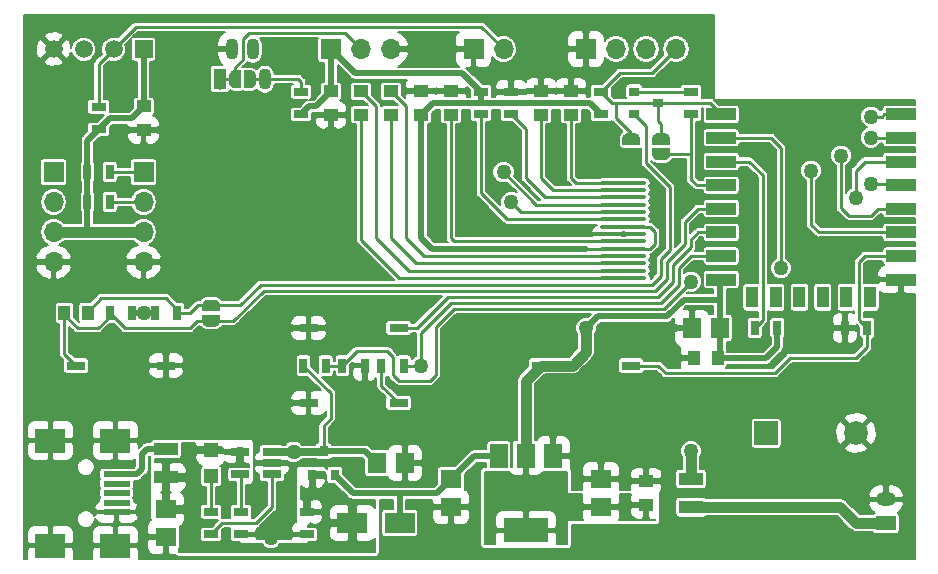
<source format=gbr>
G04 #@! TF.GenerationSoftware,KiCad,Pcbnew,(5.0.1)-rc2*
G04 #@! TF.CreationDate,2020-01-05T22:16:04+01:00*
G04 #@! TF.ProjectId,IoT_Messenger,496F545F4D657373656E6765722E6B69,rev?*
G04 #@! TF.SameCoordinates,Original*
G04 #@! TF.FileFunction,Copper,L1,Top,Signal*
G04 #@! TF.FilePolarity,Positive*
%FSLAX46Y46*%
G04 Gerber Fmt 4.6, Leading zero omitted, Abs format (unit mm)*
G04 Created by KiCad (PCBNEW (5.0.1)-rc2) date 05/01/2020 22:16:04*
%MOMM*%
%LPD*%
G01*
G04 APERTURE LIST*
G04 #@! TA.AperFunction,SMDPad,CuDef*
%ADD10R,0.800000X0.900000*%
G04 #@! TD*
G04 #@! TA.AperFunction,ComponentPad*
%ADD11R,1.700000X1.700000*%
G04 #@! TD*
G04 #@! TA.AperFunction,ComponentPad*
%ADD12O,1.700000X1.700000*%
G04 #@! TD*
G04 #@! TA.AperFunction,ComponentPad*
%ADD13R,1.700000X1.200000*%
G04 #@! TD*
G04 #@! TA.AperFunction,ComponentPad*
%ADD14O,1.700000X1.200000*%
G04 #@! TD*
G04 #@! TA.AperFunction,SMDPad,CuDef*
%ADD15O,4.000000X0.320000*%
G04 #@! TD*
G04 #@! TA.AperFunction,ComponentPad*
%ADD16O,1.070000X1.800000*%
G04 #@! TD*
G04 #@! TA.AperFunction,ComponentPad*
%ADD17R,1.070000X1.800000*%
G04 #@! TD*
G04 #@! TA.AperFunction,SMDPad,CuDef*
%ADD18R,1.600000X0.760000*%
G04 #@! TD*
G04 #@! TA.AperFunction,SMDPad,CuDef*
%ADD19R,2.030000X1.140000*%
G04 #@! TD*
G04 #@! TA.AperFunction,SMDPad,CuDef*
%ADD20R,1.500000X2.000000*%
G04 #@! TD*
G04 #@! TA.AperFunction,SMDPad,CuDef*
%ADD21R,3.800000X2.000000*%
G04 #@! TD*
G04 #@! TA.AperFunction,ComponentPad*
%ADD22R,2.000000X2.000000*%
G04 #@! TD*
G04 #@! TA.AperFunction,ComponentPad*
%ADD23C,2.000000*%
G04 #@! TD*
G04 #@! TA.AperFunction,SMDPad,CuDef*
%ADD24R,2.300000X0.500000*%
G04 #@! TD*
G04 #@! TA.AperFunction,SMDPad,CuDef*
%ADD25R,2.500000X2.000000*%
G04 #@! TD*
G04 #@! TA.AperFunction,ComponentPad*
%ADD26C,1.500000*%
G04 #@! TD*
G04 #@! TA.AperFunction,ComponentPad*
%ADD27R,1.500000X1.500000*%
G04 #@! TD*
G04 #@! TA.AperFunction,SMDPad,CuDef*
%ADD28R,2.500000X1.000000*%
G04 #@! TD*
G04 #@! TA.AperFunction,SMDPad,CuDef*
%ADD29R,1.000000X1.800000*%
G04 #@! TD*
G04 #@! TA.AperFunction,SMDPad,CuDef*
%ADD30C,0.500000*%
G04 #@! TD*
G04 #@! TA.AperFunction,Conductor*
%ADD31C,0.100000*%
G04 #@! TD*
G04 #@! TA.AperFunction,SMDPad,CuDef*
%ADD32R,1.560000X0.650000*%
G04 #@! TD*
G04 #@! TA.AperFunction,SMDPad,CuDef*
%ADD33R,0.900000X0.800000*%
G04 #@! TD*
G04 #@! TA.AperFunction,SMDPad,CuDef*
%ADD34R,1.250000X1.000000*%
G04 #@! TD*
G04 #@! TA.AperFunction,SMDPad,CuDef*
%ADD35R,1.000000X1.250000*%
G04 #@! TD*
G04 #@! TA.AperFunction,SMDPad,CuDef*
%ADD36R,1.300000X0.700000*%
G04 #@! TD*
G04 #@! TA.AperFunction,SMDPad,CuDef*
%ADD37R,0.700000X1.300000*%
G04 #@! TD*
G04 #@! TA.AperFunction,SMDPad,CuDef*
%ADD38R,1.800000X1.550000*%
G04 #@! TD*
G04 #@! TA.AperFunction,SMDPad,CuDef*
%ADD39R,1.550000X1.800000*%
G04 #@! TD*
G04 #@! TA.AperFunction,SMDPad,CuDef*
%ADD40R,1.200000X1.200000*%
G04 #@! TD*
G04 #@! TA.AperFunction,SMDPad,CuDef*
%ADD41R,2.500000X1.800000*%
G04 #@! TD*
G04 #@! TA.AperFunction,ViaPad*
%ADD42C,1.270000*%
G04 #@! TD*
G04 #@! TA.AperFunction,Conductor*
%ADD43C,0.254000*%
G04 #@! TD*
G04 #@! TA.AperFunction,Conductor*
%ADD44C,0.508000*%
G04 #@! TD*
G04 #@! TA.AperFunction,Conductor*
%ADD45C,0.635000*%
G04 #@! TD*
G04 #@! TA.AperFunction,Conductor*
%ADD46C,0.889000*%
G04 #@! TD*
G04 #@! TA.AperFunction,Conductor*
%ADD47C,0.250000*%
G04 #@! TD*
G04 #@! TA.AperFunction,Conductor*
%ADD48C,0.203200*%
G04 #@! TD*
G04 APERTURE END LIST*
D10*
G04 #@! TO.P,Q2,3*
G04 #@! TO.N,+BATT*
X94615000Y-118380000D03*
G04 #@! TO.P,Q2,2*
G04 #@! TO.N,/+VOUT*
X95565000Y-120380000D03*
G04 #@! TO.P,Q2,1*
G04 #@! TO.N,+5V*
X93665000Y-120380000D03*
G04 #@! TD*
D11*
G04 #@! TO.P,J4,1*
G04 #@! TO.N,GND*
X116840000Y-84328000D03*
D12*
G04 #@! TO.P,J4,2*
G04 #@! TO.N,Net-(IC4-Pad21)*
X119380000Y-84328000D03*
G04 #@! TO.P,J4,3*
G04 #@! TO.N,Net-(IC4-Pad22)*
X121920000Y-84328000D03*
G04 #@! TO.P,J4,4*
G04 #@! TO.N,/RST*
X124460000Y-84328000D03*
G04 #@! TD*
D13*
G04 #@! TO.P,CONN2,1*
G04 #@! TO.N,Net-(CONN2-Pad1)*
X142240000Y-124460000D03*
D14*
G04 #@! TO.P,CONN2,2*
G04 #@! TO.N,GND*
X142240000Y-122460000D03*
G04 #@! TD*
D15*
G04 #@! TO.P,DISP1,14*
G04 #@! TO.N,Net-(C11-Pad1)*
X120010000Y-95650000D03*
G04 #@! TO.P,DISP1,13*
G04 #@! TO.N,Net-(C10-Pad1)*
X120010000Y-96270000D03*
G04 #@! TO.P,DISP1,12*
G04 #@! TO.N,Net-(DISP1-Pad12)*
X120010000Y-96890000D03*
G04 #@! TO.P,DISP1,11*
G04 #@! TO.N,/GPIO4*
X120010000Y-97510000D03*
G04 #@! TO.P,DISP1,10*
G04 #@! TO.N,/GPIO5*
X120010000Y-98130000D03*
G04 #@! TO.P,DISP1,9*
G04 #@! TO.N,Net-(DISP1-Pad9)*
X120010000Y-98750000D03*
G04 #@! TO.P,DISP1,8*
G04 #@! TO.N,+3V3*
X120010000Y-99370000D03*
G04 #@! TO.P,DISP1,7*
G04 #@! TO.N,GND*
X120010000Y-99990000D03*
G04 #@! TO.P,DISP1,6*
G04 #@! TO.N,Net-(C16-Pad1)*
X120010000Y-100610000D03*
G04 #@! TO.P,DISP1,5*
G04 #@! TO.N,+3V3*
X120010000Y-101230000D03*
G04 #@! TO.P,DISP1,4*
G04 #@! TO.N,Net-(C8-Pad2)*
X120010000Y-101850000D03*
G04 #@! TO.P,DISP1,3*
G04 #@! TO.N,Net-(C8-Pad1)*
X120010000Y-102470000D03*
G04 #@! TO.P,DISP1,2*
G04 #@! TO.N,Net-(C7-Pad2)*
X120010000Y-103090000D03*
G04 #@! TO.P,DISP1,1*
G04 #@! TO.N,Net-(C7-Pad1)*
X120010000Y-103710000D03*
G04 #@! TD*
D16*
G04 #@! TO.P,LED2,4*
G04 #@! TO.N,/GPIO2*
X89662000Y-86868000D03*
G04 #@! TO.P,LED2,3*
G04 #@! TO.N,+3V3*
X88646000Y-84328000D03*
G04 #@! TO.P,LED2,2*
G04 #@! TO.N,GND*
X86868000Y-84328000D03*
D17*
G04 #@! TO.P,LED2,1*
G04 #@! TO.N,Net-(J5-Pad2)*
X85852000Y-86868000D03*
G04 #@! TD*
D18*
G04 #@! TO.P,SW1,1*
G04 #@! TO.N,/GPIO14*
X73660000Y-111125000D03*
G04 #@! TO.P,SW1,2*
G04 #@! TO.N,GND*
X81280000Y-111125000D03*
G04 #@! TD*
G04 #@! TO.P,SW4,1*
G04 #@! TO.N,/GPIO15*
X120650000Y-111125000D03*
G04 #@! TO.P,SW4,2*
G04 #@! TO.N,+3V3*
X113030000Y-111125000D03*
G04 #@! TD*
G04 #@! TO.P,SW3,1*
G04 #@! TO.N,Net-(R16-Pad1)*
X100965000Y-114300000D03*
G04 #@! TO.P,SW3,2*
G04 #@! TO.N,GND*
X93345000Y-114300000D03*
G04 #@! TD*
G04 #@! TO.P,SW2,1*
G04 #@! TO.N,/GPIO12*
X100965000Y-107950000D03*
G04 #@! TO.P,SW2,2*
G04 #@! TO.N,GND*
X93345000Y-107950000D03*
G04 #@! TD*
D19*
G04 #@! TO.P,F1,1*
G04 #@! TO.N,+5V*
X81280000Y-120580000D03*
G04 #@! TO.P,F1,2*
G04 #@! TO.N,VBUS*
X81280000Y-118180000D03*
G04 #@! TD*
G04 #@! TO.P,F2,1*
G04 #@! TO.N,+BATT*
X125730000Y-120720000D03*
G04 #@! TO.P,F2,2*
G04 #@! TO.N,Net-(CONN2-Pad1)*
X125730000Y-123120000D03*
G04 #@! TD*
D20*
G04 #@! TO.P,IC2,1*
G04 #@! TO.N,GND*
X114060000Y-118770000D03*
G04 #@! TO.P,IC2,3*
G04 #@! TO.N,/+VOUT*
X109460000Y-118770000D03*
G04 #@! TO.P,IC2,2*
G04 #@! TO.N,+3V3*
X111760000Y-118770000D03*
D21*
X111760000Y-125070000D03*
G04 #@! TD*
D22*
G04 #@! TO.P,BZ1,1*
G04 #@! TO.N,/GPIO13*
X132080000Y-116840000D03*
D23*
G04 #@! TO.P,BZ1,2*
G04 #@! TO.N,GND*
X139680000Y-116840000D03*
G04 #@! TD*
D24*
G04 #@! TO.P,CONN1,1*
G04 #@! TO.N,VBUS*
X77095000Y-120320000D03*
G04 #@! TO.P,CONN1,2*
G04 #@! TO.N,Net-(CONN1-Pad2)*
X77095000Y-121120000D03*
G04 #@! TO.P,CONN1,3*
G04 #@! TO.N,Net-(CONN1-Pad3)*
X77095000Y-121920000D03*
G04 #@! TO.P,CONN1,4*
G04 #@! TO.N,Net-(CONN1-Pad4)*
X77095000Y-122720000D03*
G04 #@! TO.P,CONN1,5*
G04 #@! TO.N,GND*
X77095000Y-123520000D03*
D25*
G04 #@! TO.P,CONN1,6*
X76995000Y-117470000D03*
X71495000Y-117470000D03*
X76995000Y-126370000D03*
X71495000Y-126370000D03*
G04 #@! TD*
D26*
G04 #@! TO.P,IC3,4*
G04 #@! TO.N,GND*
X71755000Y-84328000D03*
G04 #@! TO.P,IC3,3*
G04 #@! TO.N,N/C*
X74295000Y-84328000D03*
G04 #@! TO.P,IC3,2*
G04 #@! TO.N,/GPIO0*
X76835000Y-84328000D03*
D27*
G04 #@! TO.P,IC3,1*
G04 #@! TO.N,+3V3*
X79375000Y-84328000D03*
G04 #@! TD*
D28*
G04 #@! TO.P,IC4,1*
G04 #@! TO.N,/RST*
X128290000Y-89845000D03*
G04 #@! TO.P,IC4,2*
G04 #@! TO.N,/A0*
X128290000Y-91845000D03*
G04 #@! TO.P,IC4,3*
G04 #@! TO.N,Net-(IC4-Pad3)*
X128290000Y-93845000D03*
G04 #@! TO.P,IC4,4*
G04 #@! TO.N,/GPIO16*
X128290000Y-95845000D03*
G04 #@! TO.P,IC4,5*
G04 #@! TO.N,/GPIO14*
X128290000Y-97845000D03*
G04 #@! TO.P,IC4,6*
G04 #@! TO.N,/GPIO12*
X128290000Y-99845000D03*
G04 #@! TO.P,IC4,7*
G04 #@! TO.N,/GPIO13*
X128290000Y-101845000D03*
G04 #@! TO.P,IC4,8*
G04 #@! TO.N,+3V3*
X128290000Y-103845000D03*
D29*
G04 #@! TO.P,IC4,9*
G04 #@! TO.N,Net-(IC4-Pad9)*
X130890000Y-105345000D03*
G04 #@! TO.P,IC4,10*
G04 #@! TO.N,Net-(IC4-Pad10)*
X132890000Y-105345000D03*
G04 #@! TO.P,IC4,11*
G04 #@! TO.N,Net-(IC4-Pad11)*
X134890000Y-105345000D03*
G04 #@! TO.P,IC4,12*
G04 #@! TO.N,Net-(IC4-Pad12)*
X136890000Y-105345000D03*
G04 #@! TO.P,IC4,13*
G04 #@! TO.N,Net-(IC4-Pad13)*
X138890000Y-105345000D03*
G04 #@! TO.P,IC4,14*
G04 #@! TO.N,Net-(IC4-Pad14)*
X140890000Y-105345000D03*
D28*
G04 #@! TO.P,IC4,15*
G04 #@! TO.N,GND*
X143490000Y-103845000D03*
G04 #@! TO.P,IC4,16*
G04 #@! TO.N,/GPIO15*
X143490000Y-101845000D03*
G04 #@! TO.P,IC4,17*
G04 #@! TO.N,/GPIO2*
X143490000Y-99845000D03*
G04 #@! TO.P,IC4,18*
G04 #@! TO.N,/GPIO0*
X143490000Y-97845000D03*
G04 #@! TO.P,IC4,19*
G04 #@! TO.N,/GPIO4*
X143490000Y-95845000D03*
G04 #@! TO.P,IC4,20*
G04 #@! TO.N,/GPIO5*
X143490000Y-93845000D03*
G04 #@! TO.P,IC4,21*
G04 #@! TO.N,Net-(IC4-Pad21)*
X143490000Y-91845000D03*
G04 #@! TO.P,IC4,22*
G04 #@! TO.N,Net-(IC4-Pad22)*
X143490000Y-89845000D03*
G04 #@! TD*
D30*
G04 #@! TO.P,JP1,2*
G04 #@! TO.N,/RST*
X123190000Y-91933000D03*
D31*
G04 #@! TD*
G04 #@! TO.N,/RST*
G04 #@! TO.C,JP1*
G36*
X122440602Y-91933000D02*
X122440602Y-91908466D01*
X122445412Y-91859635D01*
X122454984Y-91811510D01*
X122469228Y-91764555D01*
X122488005Y-91719222D01*
X122511136Y-91675949D01*
X122538396Y-91635150D01*
X122569524Y-91597221D01*
X122604221Y-91562524D01*
X122642150Y-91531396D01*
X122682949Y-91504136D01*
X122726222Y-91481005D01*
X122771555Y-91462228D01*
X122818510Y-91447984D01*
X122866635Y-91438412D01*
X122915466Y-91433602D01*
X122940000Y-91433602D01*
X122940000Y-91433000D01*
X123440000Y-91433000D01*
X123440000Y-91433602D01*
X123464534Y-91433602D01*
X123513365Y-91438412D01*
X123561490Y-91447984D01*
X123608445Y-91462228D01*
X123653778Y-91481005D01*
X123697051Y-91504136D01*
X123737850Y-91531396D01*
X123775779Y-91562524D01*
X123810476Y-91597221D01*
X123841604Y-91635150D01*
X123868864Y-91675949D01*
X123891995Y-91719222D01*
X123910772Y-91764555D01*
X123925016Y-91811510D01*
X123934588Y-91859635D01*
X123939398Y-91908466D01*
X123939398Y-91933000D01*
X123940000Y-91933000D01*
X123940000Y-92433000D01*
X122440000Y-92433000D01*
X122440000Y-91933000D01*
X122440602Y-91933000D01*
X122440602Y-91933000D01*
G37*
D30*
G04 #@! TO.P,JP1,1*
G04 #@! TO.N,/GPIO16*
X123190000Y-93233000D03*
D31*
G04 #@! TD*
G04 #@! TO.N,/GPIO16*
G04 #@! TO.C,JP1*
G36*
X123940000Y-92733000D02*
X123940000Y-93233000D01*
X123939398Y-93233000D01*
X123939398Y-93257534D01*
X123934588Y-93306365D01*
X123925016Y-93354490D01*
X123910772Y-93401445D01*
X123891995Y-93446778D01*
X123868864Y-93490051D01*
X123841604Y-93530850D01*
X123810476Y-93568779D01*
X123775779Y-93603476D01*
X123737850Y-93634604D01*
X123697051Y-93661864D01*
X123653778Y-93684995D01*
X123608445Y-93703772D01*
X123561490Y-93718016D01*
X123513365Y-93727588D01*
X123464534Y-93732398D01*
X123440000Y-93732398D01*
X123440000Y-93733000D01*
X122940000Y-93733000D01*
X122940000Y-93732398D01*
X122915466Y-93732398D01*
X122866635Y-93727588D01*
X122818510Y-93718016D01*
X122771555Y-93703772D01*
X122726222Y-93684995D01*
X122682949Y-93661864D01*
X122642150Y-93634604D01*
X122604221Y-93603476D01*
X122569524Y-93568779D01*
X122538396Y-93530850D01*
X122511136Y-93490051D01*
X122488005Y-93446778D01*
X122469228Y-93401445D01*
X122454984Y-93354490D01*
X122445412Y-93306365D01*
X122440602Y-93257534D01*
X122440602Y-93233000D01*
X122440000Y-93233000D01*
X122440000Y-92733000D01*
X123940000Y-92733000D01*
X123940000Y-92733000D01*
G37*
D30*
G04 #@! TO.P,JP2,2*
G04 #@! TO.N,/RST*
X120650000Y-91933000D03*
D31*
G04 #@! TD*
G04 #@! TO.N,/RST*
G04 #@! TO.C,JP2*
G36*
X119900602Y-91933000D02*
X119900602Y-91908466D01*
X119905412Y-91859635D01*
X119914984Y-91811510D01*
X119929228Y-91764555D01*
X119948005Y-91719222D01*
X119971136Y-91675949D01*
X119998396Y-91635150D01*
X120029524Y-91597221D01*
X120064221Y-91562524D01*
X120102150Y-91531396D01*
X120142949Y-91504136D01*
X120186222Y-91481005D01*
X120231555Y-91462228D01*
X120278510Y-91447984D01*
X120326635Y-91438412D01*
X120375466Y-91433602D01*
X120400000Y-91433602D01*
X120400000Y-91433000D01*
X120900000Y-91433000D01*
X120900000Y-91433602D01*
X120924534Y-91433602D01*
X120973365Y-91438412D01*
X121021490Y-91447984D01*
X121068445Y-91462228D01*
X121113778Y-91481005D01*
X121157051Y-91504136D01*
X121197850Y-91531396D01*
X121235779Y-91562524D01*
X121270476Y-91597221D01*
X121301604Y-91635150D01*
X121328864Y-91675949D01*
X121351995Y-91719222D01*
X121370772Y-91764555D01*
X121385016Y-91811510D01*
X121394588Y-91859635D01*
X121399398Y-91908466D01*
X121399398Y-91933000D01*
X121400000Y-91933000D01*
X121400000Y-92433000D01*
X119900000Y-92433000D01*
X119900000Y-91933000D01*
X119900602Y-91933000D01*
X119900602Y-91933000D01*
G37*
D30*
G04 #@! TO.P,JP2,1*
G04 #@! TO.N,GND*
X120650000Y-93233000D03*
D31*
G04 #@! TD*
G04 #@! TO.N,GND*
G04 #@! TO.C,JP2*
G36*
X121400000Y-92733000D02*
X121400000Y-93233000D01*
X121399398Y-93233000D01*
X121399398Y-93257534D01*
X121394588Y-93306365D01*
X121385016Y-93354490D01*
X121370772Y-93401445D01*
X121351995Y-93446778D01*
X121328864Y-93490051D01*
X121301604Y-93530850D01*
X121270476Y-93568779D01*
X121235779Y-93603476D01*
X121197850Y-93634604D01*
X121157051Y-93661864D01*
X121113778Y-93684995D01*
X121068445Y-93703772D01*
X121021490Y-93718016D01*
X120973365Y-93727588D01*
X120924534Y-93732398D01*
X120900000Y-93732398D01*
X120900000Y-93733000D01*
X120400000Y-93733000D01*
X120400000Y-93732398D01*
X120375466Y-93732398D01*
X120326635Y-93727588D01*
X120278510Y-93718016D01*
X120231555Y-93703772D01*
X120186222Y-93684995D01*
X120142949Y-93661864D01*
X120102150Y-93634604D01*
X120064221Y-93603476D01*
X120029524Y-93568779D01*
X119998396Y-93530850D01*
X119971136Y-93490051D01*
X119948005Y-93446778D01*
X119929228Y-93401445D01*
X119914984Y-93354490D01*
X119905412Y-93306365D01*
X119900602Y-93257534D01*
X119900602Y-93233000D01*
X119900000Y-93233000D01*
X119900000Y-92733000D01*
X121400000Y-92733000D01*
X121400000Y-92733000D01*
G37*
D32*
G04 #@! TO.P,IC1,5*
G04 #@! TO.N,Net-(IC1-Pad5)*
X87550000Y-120330000D03*
G04 #@! TO.P,IC1,4*
G04 #@! TO.N,+5V*
X87550000Y-118430000D03*
G04 #@! TO.P,IC1,3*
G04 #@! TO.N,+BATT*
X90250000Y-118430000D03*
G04 #@! TO.P,IC1,2*
G04 #@! TO.N,GND*
X90250000Y-119380000D03*
G04 #@! TO.P,IC1,1*
G04 #@! TO.N,Net-(IC1-Pad1)*
X90250000Y-120330000D03*
G04 #@! TD*
D11*
G04 #@! TO.P,J1,1*
G04 #@! TO.N,/GPIO4*
X79375000Y-94742000D03*
D12*
G04 #@! TO.P,J1,2*
G04 #@! TO.N,/GPIO5*
X79375000Y-97282000D03*
G04 #@! TO.P,J1,3*
G04 #@! TO.N,+3V3*
X79375000Y-99822000D03*
G04 #@! TO.P,J1,4*
G04 #@! TO.N,GND*
X79375000Y-102362000D03*
G04 #@! TD*
G04 #@! TO.P,J2,4*
G04 #@! TO.N,GND*
X71755000Y-102362000D03*
G04 #@! TO.P,J2,3*
G04 #@! TO.N,+3V3*
X71755000Y-99822000D03*
G04 #@! TO.P,J2,2*
G04 #@! TO.N,/GPIO5*
X71755000Y-97282000D03*
D11*
G04 #@! TO.P,J2,1*
G04 #@! TO.N,/GPIO4*
X71755000Y-94742000D03*
G04 #@! TD*
D12*
G04 #@! TO.P,J3,2*
G04 #@! TO.N,/GPIO0*
X109855000Y-84328000D03*
D11*
G04 #@! TO.P,J3,1*
G04 #@! TO.N,GND*
X107315000Y-84328000D03*
G04 #@! TD*
D33*
G04 #@! TO.P,Q1,3*
G04 #@! TO.N,/RST*
X122920000Y-88900000D03*
G04 #@! TO.P,Q1,2*
G04 #@! TO.N,Net-(C13-Pad1)*
X120920000Y-89850000D03*
G04 #@! TO.P,Q1,1*
G04 #@! TO.N,Net-(Q1-Pad1)*
X120920000Y-87950000D03*
G04 #@! TD*
D12*
G04 #@! TO.P,J5,3*
G04 #@! TO.N,GND*
X100330000Y-84328000D03*
G04 #@! TO.P,J5,2*
G04 #@! TO.N,Net-(J5-Pad2)*
X97790000Y-84328000D03*
D11*
G04 #@! TO.P,J5,1*
G04 #@! TO.N,+3V3*
X95250000Y-84328000D03*
G04 #@! TD*
D34*
G04 #@! TO.P,C5,2*
G04 #@! TO.N,GND*
X121920000Y-120920000D03*
G04 #@! TO.P,C5,1*
G04 #@! TO.N,+3V3*
X121920000Y-122920000D03*
G04 #@! TD*
G04 #@! TO.P,C6,2*
G04 #@! TO.N,GND*
X79375000Y-91170000D03*
G04 #@! TO.P,C6,1*
G04 #@! TO.N,+3V3*
X79375000Y-89170000D03*
G04 #@! TD*
G04 #@! TO.P,C7,2*
G04 #@! TO.N,Net-(C7-Pad2)*
X97790000Y-87900000D03*
G04 #@! TO.P,C7,1*
G04 #@! TO.N,Net-(C7-Pad1)*
X97790000Y-89900000D03*
G04 #@! TD*
G04 #@! TO.P,C8,1*
G04 #@! TO.N,Net-(C8-Pad1)*
X100330000Y-89900000D03*
G04 #@! TO.P,C8,2*
G04 #@! TO.N,Net-(C8-Pad2)*
X100330000Y-87900000D03*
G04 #@! TD*
G04 #@! TO.P,C9,1*
G04 #@! TO.N,+3V3*
X102870000Y-89900000D03*
G04 #@! TO.P,C9,2*
G04 #@! TO.N,GND*
X102870000Y-87900000D03*
G04 #@! TD*
G04 #@! TO.P,C10,2*
G04 #@! TO.N,GND*
X113030000Y-87900000D03*
G04 #@! TO.P,C10,1*
G04 #@! TO.N,Net-(C10-Pad1)*
X113030000Y-89900000D03*
G04 #@! TD*
G04 #@! TO.P,C11,1*
G04 #@! TO.N,Net-(C11-Pad1)*
X115570000Y-89900000D03*
G04 #@! TO.P,C11,2*
G04 #@! TO.N,GND*
X115570000Y-87900000D03*
G04 #@! TD*
G04 #@! TO.P,C12,1*
G04 #@! TO.N,+3V3*
X95250000Y-87900000D03*
G04 #@! TO.P,C12,2*
G04 #@! TO.N,GND*
X95250000Y-89900000D03*
G04 #@! TD*
D35*
G04 #@! TO.P,C13,1*
G04 #@! TO.N,Net-(C13-Pad1)*
X74660000Y-106680000D03*
G04 #@! TO.P,C13,2*
G04 #@! TO.N,/GPIO14*
X72660000Y-106680000D03*
G04 #@! TD*
G04 #@! TO.P,C14,2*
G04 #@! TO.N,GND*
X126000000Y-110490000D03*
G04 #@! TO.P,C14,1*
G04 #@! TO.N,+3V3*
X128000000Y-110490000D03*
G04 #@! TD*
D36*
G04 #@! TO.P,R1,2*
G04 #@! TO.N,Net-(IC1-Pad1)*
X85090000Y-125410000D03*
G04 #@! TO.P,R1,1*
G04 #@! TO.N,Net-(LED1-Pad1)*
X85090000Y-123510000D03*
G04 #@! TD*
G04 #@! TO.P,R2,1*
G04 #@! TO.N,Net-(IC1-Pad5)*
X87630000Y-123510000D03*
G04 #@! TO.P,R2,2*
G04 #@! TO.N,GND*
X87630000Y-125410000D03*
G04 #@! TD*
D37*
G04 #@! TO.P,R3,1*
G04 #@! TO.N,+BATT*
X92903000Y-111125000D03*
G04 #@! TO.P,R3,2*
G04 #@! TO.N,/A0*
X94803000Y-111125000D03*
G04 #@! TD*
D36*
G04 #@! TO.P,R4,2*
G04 #@! TO.N,/GPIO0*
X75565000Y-89220000D03*
G04 #@! TO.P,R4,1*
G04 #@! TO.N,+3V3*
X75565000Y-91120000D03*
G04 #@! TD*
G04 #@! TO.P,R5,2*
G04 #@! TO.N,+3V3*
X107950000Y-87950000D03*
G04 #@! TO.P,R5,1*
G04 #@! TO.N,Net-(DISP1-Pad9)*
X107950000Y-89850000D03*
G04 #@! TD*
G04 #@! TO.P,R6,1*
G04 #@! TO.N,Net-(DISP1-Pad12)*
X110490000Y-89850000D03*
G04 #@! TO.P,R6,2*
G04 #@! TO.N,GND*
X110490000Y-87950000D03*
G04 #@! TD*
D37*
G04 #@! TO.P,R7,1*
G04 #@! TO.N,+3V3*
X74615000Y-94742000D03*
G04 #@! TO.P,R7,2*
G04 #@! TO.N,/GPIO4*
X76515000Y-94742000D03*
G04 #@! TD*
G04 #@! TO.P,R8,2*
G04 #@! TO.N,/GPIO5*
X76515000Y-97282000D03*
G04 #@! TO.P,R8,1*
G04 #@! TO.N,+3V3*
X74615000Y-97282000D03*
G04 #@! TD*
G04 #@! TO.P,R9,1*
G04 #@! TO.N,+3V3*
X78420000Y-106680000D03*
G04 #@! TO.P,R9,2*
G04 #@! TO.N,/GPIO14*
X76520000Y-106680000D03*
G04 #@! TD*
G04 #@! TO.P,R10,2*
G04 #@! TO.N,Net-(C13-Pad1)*
X82230000Y-106680000D03*
G04 #@! TO.P,R10,1*
G04 #@! TO.N,+3V3*
X80330000Y-106680000D03*
G04 #@! TD*
D36*
G04 #@! TO.P,R11,1*
G04 #@! TO.N,+3V3*
X118110000Y-89850000D03*
G04 #@! TO.P,R11,2*
G04 #@! TO.N,/RST*
X118110000Y-87950000D03*
G04 #@! TD*
G04 #@! TO.P,R12,2*
G04 #@! TO.N,Net-(Q1-Pad1)*
X125730000Y-87950000D03*
G04 #@! TO.P,R12,1*
G04 #@! TO.N,/GPIO16*
X125730000Y-89850000D03*
G04 #@! TD*
D37*
G04 #@! TO.P,R13,2*
G04 #@! TO.N,Net-(IC4-Pad3)*
X131130000Y-107950000D03*
G04 #@! TO.P,R13,1*
G04 #@! TO.N,+3V3*
X133030000Y-107950000D03*
G04 #@! TD*
G04 #@! TO.P,R14,1*
G04 #@! TO.N,/GPIO15*
X140650000Y-107950000D03*
G04 #@! TO.P,R14,2*
G04 #@! TO.N,GND*
X138750000Y-107950000D03*
G04 #@! TD*
D38*
G04 #@! TO.P,C1,2*
G04 #@! TO.N,GND*
X81280000Y-125635000D03*
G04 #@! TO.P,C1,1*
G04 #@! TO.N,+5V*
X81280000Y-123285000D03*
G04 #@! TD*
D39*
G04 #@! TO.P,C2,1*
G04 #@! TO.N,+BATT*
X99155000Y-119380000D03*
G04 #@! TO.P,C2,2*
G04 #@! TO.N,GND*
X101505000Y-119380000D03*
G04 #@! TD*
D38*
G04 #@! TO.P,C3,2*
G04 #@! TO.N,GND*
X105410000Y-123095000D03*
G04 #@! TO.P,C3,1*
G04 #@! TO.N,/+VOUT*
X105410000Y-120745000D03*
G04 #@! TD*
G04 #@! TO.P,C4,1*
G04 #@! TO.N,+3V3*
X118110000Y-123095000D03*
G04 #@! TO.P,C4,2*
G04 #@! TO.N,GND*
X118110000Y-120745000D03*
G04 #@! TD*
D39*
G04 #@! TO.P,C15,2*
G04 #@! TO.N,GND*
X125825000Y-107950000D03*
G04 #@! TO.P,C15,1*
G04 #@! TO.N,+3V3*
X128175000Y-107950000D03*
G04 #@! TD*
D40*
G04 #@! TO.P,LED1,1*
G04 #@! TO.N,Net-(LED1-Pad1)*
X85090000Y-120480000D03*
G04 #@! TO.P,LED1,2*
G04 #@! TO.N,+5V*
X85090000Y-118280000D03*
G04 #@! TD*
D30*
G04 #@! TO.P,JP3,1*
G04 #@! TO.N,/GPIO2*
X88407000Y-86868000D03*
D31*
G04 #@! TD*
G04 #@! TO.N,/GPIO2*
G04 #@! TO.C,JP3*
G36*
X87907000Y-86118000D02*
X88407000Y-86118000D01*
X88407000Y-86118602D01*
X88431534Y-86118602D01*
X88480365Y-86123412D01*
X88528490Y-86132984D01*
X88575445Y-86147228D01*
X88620778Y-86166005D01*
X88664051Y-86189136D01*
X88704850Y-86216396D01*
X88742779Y-86247524D01*
X88777476Y-86282221D01*
X88808604Y-86320150D01*
X88835864Y-86360949D01*
X88858995Y-86404222D01*
X88877772Y-86449555D01*
X88892016Y-86496510D01*
X88901588Y-86544635D01*
X88906398Y-86593466D01*
X88906398Y-86618000D01*
X88907000Y-86618000D01*
X88907000Y-87118000D01*
X88906398Y-87118000D01*
X88906398Y-87142534D01*
X88901588Y-87191365D01*
X88892016Y-87239490D01*
X88877772Y-87286445D01*
X88858995Y-87331778D01*
X88835864Y-87375051D01*
X88808604Y-87415850D01*
X88777476Y-87453779D01*
X88742779Y-87488476D01*
X88704850Y-87519604D01*
X88664051Y-87546864D01*
X88620778Y-87569995D01*
X88575445Y-87588772D01*
X88528490Y-87603016D01*
X88480365Y-87612588D01*
X88431534Y-87617398D01*
X88407000Y-87617398D01*
X88407000Y-87618000D01*
X87907000Y-87618000D01*
X87907000Y-86118000D01*
X87907000Y-86118000D01*
G37*
D30*
G04 #@! TO.P,JP3,2*
G04 #@! TO.N,Net-(J5-Pad2)*
X87107000Y-86868000D03*
D31*
G04 #@! TD*
G04 #@! TO.N,Net-(J5-Pad2)*
G04 #@! TO.C,JP3*
G36*
X87107000Y-87617398D02*
X87082466Y-87617398D01*
X87033635Y-87612588D01*
X86985510Y-87603016D01*
X86938555Y-87588772D01*
X86893222Y-87569995D01*
X86849949Y-87546864D01*
X86809150Y-87519604D01*
X86771221Y-87488476D01*
X86736524Y-87453779D01*
X86705396Y-87415850D01*
X86678136Y-87375051D01*
X86655005Y-87331778D01*
X86636228Y-87286445D01*
X86621984Y-87239490D01*
X86612412Y-87191365D01*
X86607602Y-87142534D01*
X86607602Y-87118000D01*
X86607000Y-87118000D01*
X86607000Y-86618000D01*
X86607602Y-86618000D01*
X86607602Y-86593466D01*
X86612412Y-86544635D01*
X86621984Y-86496510D01*
X86636228Y-86449555D01*
X86655005Y-86404222D01*
X86678136Y-86360949D01*
X86705396Y-86320150D01*
X86736524Y-86282221D01*
X86771221Y-86247524D01*
X86809150Y-86216396D01*
X86849949Y-86189136D01*
X86893222Y-86166005D01*
X86938555Y-86147228D01*
X86985510Y-86132984D01*
X87033635Y-86123412D01*
X87082466Y-86118602D01*
X87107000Y-86118602D01*
X87107000Y-86118000D01*
X87607000Y-86118000D01*
X87607000Y-87618000D01*
X87107000Y-87618000D01*
X87107000Y-87617398D01*
X87107000Y-87617398D01*
G37*
D37*
G04 #@! TO.P,R15,2*
G04 #@! TO.N,GND*
X98105000Y-111125000D03*
G04 #@! TO.P,R15,1*
G04 #@! TO.N,/A0*
X96205000Y-111125000D03*
G04 #@! TD*
D30*
G04 #@! TO.P,JP4,1*
G04 #@! TO.N,/GPIO14*
X85090000Y-107330000D03*
D31*
G04 #@! TD*
G04 #@! TO.N,/GPIO14*
G04 #@! TO.C,JP4*
G36*
X85840000Y-106830000D02*
X85840000Y-107330000D01*
X85839398Y-107330000D01*
X85839398Y-107354534D01*
X85834588Y-107403365D01*
X85825016Y-107451490D01*
X85810772Y-107498445D01*
X85791995Y-107543778D01*
X85768864Y-107587051D01*
X85741604Y-107627850D01*
X85710476Y-107665779D01*
X85675779Y-107700476D01*
X85637850Y-107731604D01*
X85597051Y-107758864D01*
X85553778Y-107781995D01*
X85508445Y-107800772D01*
X85461490Y-107815016D01*
X85413365Y-107824588D01*
X85364534Y-107829398D01*
X85340000Y-107829398D01*
X85340000Y-107830000D01*
X84840000Y-107830000D01*
X84840000Y-107829398D01*
X84815466Y-107829398D01*
X84766635Y-107824588D01*
X84718510Y-107815016D01*
X84671555Y-107800772D01*
X84626222Y-107781995D01*
X84582949Y-107758864D01*
X84542150Y-107731604D01*
X84504221Y-107700476D01*
X84469524Y-107665779D01*
X84438396Y-107627850D01*
X84411136Y-107587051D01*
X84388005Y-107543778D01*
X84369228Y-107498445D01*
X84354984Y-107451490D01*
X84345412Y-107403365D01*
X84340602Y-107354534D01*
X84340602Y-107330000D01*
X84340000Y-107330000D01*
X84340000Y-106830000D01*
X85840000Y-106830000D01*
X85840000Y-106830000D01*
G37*
D30*
G04 #@! TO.P,JP4,2*
G04 #@! TO.N,Net-(C13-Pad1)*
X85090000Y-106030000D03*
D31*
G04 #@! TD*
G04 #@! TO.N,Net-(C13-Pad1)*
G04 #@! TO.C,JP4*
G36*
X84340602Y-106030000D02*
X84340602Y-106005466D01*
X84345412Y-105956635D01*
X84354984Y-105908510D01*
X84369228Y-105861555D01*
X84388005Y-105816222D01*
X84411136Y-105772949D01*
X84438396Y-105732150D01*
X84469524Y-105694221D01*
X84504221Y-105659524D01*
X84542150Y-105628396D01*
X84582949Y-105601136D01*
X84626222Y-105578005D01*
X84671555Y-105559228D01*
X84718510Y-105544984D01*
X84766635Y-105535412D01*
X84815466Y-105530602D01*
X84840000Y-105530602D01*
X84840000Y-105530000D01*
X85340000Y-105530000D01*
X85340000Y-105530602D01*
X85364534Y-105530602D01*
X85413365Y-105535412D01*
X85461490Y-105544984D01*
X85508445Y-105559228D01*
X85553778Y-105578005D01*
X85597051Y-105601136D01*
X85637850Y-105628396D01*
X85675779Y-105659524D01*
X85710476Y-105694221D01*
X85741604Y-105732150D01*
X85768864Y-105772949D01*
X85791995Y-105816222D01*
X85810772Y-105861555D01*
X85825016Y-105908510D01*
X85834588Y-105956635D01*
X85839398Y-106005466D01*
X85839398Y-106030000D01*
X85840000Y-106030000D01*
X85840000Y-106530000D01*
X84340000Y-106530000D01*
X84340000Y-106030000D01*
X84340602Y-106030000D01*
X84340602Y-106030000D01*
G37*
D34*
G04 #@! TO.P,C16,2*
G04 #@! TO.N,GND*
X105410000Y-87900000D03*
G04 #@! TO.P,C16,1*
G04 #@! TO.N,Net-(C16-Pad1)*
X105410000Y-89900000D03*
G04 #@! TD*
D37*
G04 #@! TO.P,R16,2*
G04 #@! TO.N,/GPIO13*
X101407000Y-111125000D03*
G04 #@! TO.P,R16,1*
G04 #@! TO.N,Net-(R16-Pad1)*
X99507000Y-111125000D03*
G04 #@! TD*
D36*
G04 #@! TO.P,R17,2*
G04 #@! TO.N,/GPIO2*
X92710000Y-87950000D03*
G04 #@! TO.P,R17,1*
G04 #@! TO.N,+3V3*
X92710000Y-89850000D03*
G04 #@! TD*
D41*
G04 #@! TO.P,D1,2*
G04 #@! TO.N,+5V*
X97060000Y-124460000D03*
G04 #@! TO.P,D1,1*
G04 #@! TO.N,/+VOUT*
X101060000Y-124460000D03*
G04 #@! TD*
D36*
G04 #@! TO.P,R18,2*
G04 #@! TO.N,GND*
X93218000Y-125410000D03*
G04 #@! TO.P,R18,1*
G04 #@! TO.N,+5V*
X93218000Y-123510000D03*
G04 #@! TD*
D42*
G04 #@! TO.N,GND*
X107950000Y-99060000D03*
X143510000Y-105410000D03*
X137287000Y-107950000D03*
X95250000Y-91440000D03*
X95250000Y-101600000D03*
X140970000Y-102870000D03*
X83820000Y-91440000D03*
X83820000Y-101600000D03*
X114300000Y-92710000D03*
X116840000Y-92710000D03*
X110490000Y-92710000D03*
X123825000Y-109220000D03*
X109220000Y-111125000D03*
X87630000Y-111125000D03*
X109220000Y-115570000D03*
X87630000Y-115570000D03*
X73660000Y-114300000D03*
X123825000Y-115570000D03*
X143510000Y-107950000D03*
X143510000Y-110490000D03*
X143510000Y-113030000D03*
X130810000Y-124968000D03*
X135890000Y-115570000D03*
X79248000Y-123444000D03*
X90170000Y-125730000D03*
X72390000Y-121920000D03*
X104140000Y-91440000D03*
X113411000Y-84328000D03*
X103886000Y-84328000D03*
X83820000Y-84328000D03*
X89535000Y-91440000D03*
X89535000Y-101600000D03*
X91694000Y-84328000D03*
X73660000Y-86360000D03*
X77470000Y-86360000D03*
X71755000Y-91440000D03*
X97155000Y-114300000D03*
X97155000Y-108585000D03*
X123825000Y-124968000D03*
X105410000Y-125730000D03*
X91440000Y-123190000D03*
X118110000Y-115570000D03*
X106680000Y-115570000D03*
X104140000Y-115570000D03*
X106680000Y-111125000D03*
X81280000Y-114300000D03*
G04 #@! TO.N,/GPIO0*
X138430000Y-93345000D03*
G04 #@! TO.N,+BATT*
X92075000Y-118430000D03*
X125730000Y-118364000D03*
G04 #@! TO.N,+3V3*
X79375000Y-106680000D03*
X116840000Y-107950000D03*
G04 #@! TO.N,/GPIO13*
X102870000Y-111125000D03*
G04 #@! TO.N,Net-(IC4-Pad22)*
X140970000Y-90043000D03*
G04 #@! TO.N,Net-(IC4-Pad21)*
X140970000Y-91821000D03*
G04 #@! TO.N,/GPIO5*
X139700000Y-96901000D03*
X110490000Y-97282000D03*
G04 #@! TO.N,/GPIO4*
X140970000Y-95758000D03*
X109855000Y-94742000D03*
G04 #@! TO.N,/GPIO2*
X135890000Y-94615000D03*
G04 #@! TO.N,/A0*
X125730000Y-104013000D03*
X133350000Y-102870000D03*
G04 #@! TD*
D43*
G04 #@! TO.N,GND*
X115570000Y-87900000D02*
X113030000Y-87900000D01*
X110540000Y-87900000D02*
X110490000Y-87950000D01*
X113030000Y-87900000D02*
X110540000Y-87900000D01*
X143490000Y-103845000D02*
X143490000Y-105390000D01*
X143490000Y-105390000D02*
X143510000Y-105410000D01*
X138750000Y-107950000D02*
X137287000Y-107950000D01*
X95250000Y-89900000D02*
X95250000Y-91440000D01*
X126000000Y-108125000D02*
X125825000Y-107950000D01*
X77095000Y-123520000D02*
X79172000Y-123520000D01*
X79172000Y-123520000D02*
X79248000Y-123444000D01*
X108880000Y-99990000D02*
X107950000Y-99060000D01*
X120010000Y-99990000D02*
X108880000Y-99990000D01*
X89850000Y-125410000D02*
X90170000Y-125730000D01*
X87630000Y-125410000D02*
X89850000Y-125410000D01*
X90490000Y-125410000D02*
X90170000Y-125730000D01*
X93218000Y-125410000D02*
X90490000Y-125410000D01*
G04 #@! TO.N,/GPIO0*
X141550000Y-97845000D02*
X143490000Y-97845000D01*
X140970000Y-98425000D02*
X141550000Y-97845000D01*
X140970000Y-98425000D02*
X139065000Y-98425000D01*
X138430000Y-97790000D02*
X138430000Y-93345000D01*
X139065000Y-98425000D02*
X138430000Y-97790000D01*
X78740000Y-82423000D02*
X76835000Y-84328000D01*
X109855000Y-84328000D02*
X107950000Y-82423000D01*
X107950000Y-82423000D02*
X78740000Y-82423000D01*
X75565000Y-85598000D02*
X76835000Y-84328000D01*
X75565000Y-89220000D02*
X75565000Y-85598000D01*
G04 #@! TO.N,+BATT*
X95250000Y-113472000D02*
X92903000Y-111125000D01*
X95250000Y-115570000D02*
X95250000Y-113472000D01*
D44*
X94565000Y-118430000D02*
X94615000Y-118380000D01*
D43*
X94615000Y-116205000D02*
X95250000Y-115570000D01*
X94615000Y-118380000D02*
X94615000Y-116205000D01*
D44*
X98155000Y-118380000D02*
X99155000Y-119380000D01*
X94615000Y-118380000D02*
X97155000Y-118380000D01*
D45*
X92075000Y-118430000D02*
X94565000Y-118430000D01*
X90250000Y-118430000D02*
X92075000Y-118430000D01*
D46*
X125730000Y-118364000D02*
X125730000Y-120720000D01*
D44*
X97155000Y-118380000D02*
X98155000Y-118380000D01*
D43*
G04 #@! TO.N,+3V3*
X107900000Y-87900000D02*
X107950000Y-87950000D01*
D44*
X78420000Y-106680000D02*
X80330000Y-106680000D01*
D43*
X120010000Y-101230000D02*
X116851000Y-101230000D01*
D44*
X117160000Y-88900000D02*
X118110000Y-89850000D01*
X108900000Y-88900000D02*
X117160000Y-88900000D01*
X128175000Y-110315000D02*
X128000000Y-110490000D01*
X128175000Y-107950000D02*
X128175000Y-110315000D01*
X128000000Y-110490000D02*
X132080000Y-110490000D01*
X133030000Y-109540000D02*
X133030000Y-107950000D01*
X132080000Y-110490000D02*
X133030000Y-109540000D01*
X95250000Y-84328000D02*
X95250000Y-87900000D01*
X128175000Y-103960000D02*
X128290000Y-103845000D01*
X125095000Y-105537000D02*
X128175000Y-105537000D01*
X128175000Y-105537000D02*
X128175000Y-103960000D01*
X128175000Y-107950000D02*
X128175000Y-105537000D01*
X116840000Y-107950000D02*
X117856000Y-106934000D01*
X117856000Y-106934000D02*
X123698000Y-106934000D01*
X123698000Y-106934000D02*
X125095000Y-105537000D01*
X102870000Y-100330000D02*
X102870000Y-89900000D01*
X116851000Y-101230000D02*
X103770000Y-101230000D01*
X103770000Y-101230000D02*
X102870000Y-100330000D01*
X103870000Y-88900000D02*
X102870000Y-89900000D01*
X107950000Y-87950000D02*
X107950000Y-88900000D01*
X108900000Y-88900000D02*
X107950000Y-88900000D01*
X107950000Y-88900000D02*
X103870000Y-88900000D01*
D43*
X120010000Y-101230000D02*
X122290000Y-101230000D01*
X122290000Y-101230000D02*
X122682000Y-100838000D01*
X122682000Y-100838000D02*
X122682000Y-99822000D01*
X122230000Y-99370000D02*
X120010000Y-99370000D01*
X122682000Y-99822000D02*
X122230000Y-99370000D01*
D44*
X95250000Y-84328000D02*
X97282000Y-86360000D01*
X97282000Y-86360000D02*
X106360000Y-86360000D01*
X106360000Y-86360000D02*
X107950000Y-87950000D01*
X93996000Y-89154000D02*
X95250000Y-87900000D01*
X92710000Y-89850000D02*
X93406000Y-89154000D01*
X93406000Y-89154000D02*
X93996000Y-89154000D01*
X74615000Y-94742000D02*
X74615000Y-97282000D01*
X74615000Y-92070000D02*
X75565000Y-91120000D01*
X74615000Y-94742000D02*
X74615000Y-92070000D01*
X75565000Y-91120000D02*
X76515000Y-90170000D01*
X78375000Y-90170000D02*
X79375000Y-89170000D01*
X76515000Y-90170000D02*
X78375000Y-90170000D01*
X79375000Y-89170000D02*
X79375000Y-84328000D01*
X74615000Y-99756000D02*
X74549000Y-99822000D01*
D46*
X71755000Y-99822000D02*
X79375000Y-99822000D01*
D44*
X74615000Y-99060000D02*
X74615000Y-99756000D01*
X74615000Y-97282000D02*
X74615000Y-99060000D01*
X118285000Y-122920000D02*
X118110000Y-123095000D01*
D46*
X111760000Y-112395000D02*
X113030000Y-111125000D01*
X111760000Y-118770000D02*
X111760000Y-112395000D01*
X113030000Y-111125000D02*
X115697000Y-111125000D01*
X116840000Y-109982000D02*
X116840000Y-107950000D01*
X115697000Y-111125000D02*
X116840000Y-109982000D01*
D43*
G04 #@! TO.N,/GPIO16*
X126198000Y-95845000D02*
X128290000Y-95845000D01*
X125730000Y-95377000D02*
X126198000Y-95845000D01*
X125715000Y-93233000D02*
X125730000Y-93218000D01*
X123190000Y-93233000D02*
X125715000Y-93233000D01*
X125730000Y-89850000D02*
X125730000Y-93218000D01*
X125730000Y-93218000D02*
X125730000Y-95377000D01*
D47*
G04 #@! TO.N,/RST*
X118410000Y-87950000D02*
X118110000Y-87950000D01*
D43*
X118110000Y-87950000D02*
X119060000Y-88900000D01*
X127345000Y-88900000D02*
X128290000Y-89845000D01*
X122920000Y-88900000D02*
X127345000Y-88900000D01*
X122920000Y-88900000D02*
X122920000Y-90408000D01*
X123190000Y-90678000D02*
X123190000Y-91933000D01*
X122920000Y-90408000D02*
X123190000Y-90678000D01*
X120650000Y-91933000D02*
X120650000Y-91440000D01*
X119380000Y-90170000D02*
X119380000Y-88900000D01*
X120650000Y-91440000D02*
X119380000Y-90170000D01*
X119060000Y-88900000D02*
X119380000Y-88900000D01*
X119380000Y-88900000D02*
X122920000Y-88900000D01*
X118110000Y-87950000D02*
X119700000Y-86360000D01*
X122428000Y-86360000D02*
X124460000Y-84328000D01*
X119700000Y-86360000D02*
X122428000Y-86360000D01*
G04 #@! TO.N,/GPIO12*
X125730000Y-100457000D02*
X126342000Y-99845000D01*
X125730000Y-101092000D02*
X125730000Y-100457000D01*
X102489000Y-107950000D02*
X105156000Y-105283000D01*
X105156000Y-105283000D02*
X122936000Y-105283000D01*
X126342000Y-99845000D02*
X128290000Y-99845000D01*
X122936000Y-105283000D02*
X124206000Y-104013000D01*
X100965000Y-107950000D02*
X102489000Y-107950000D01*
X124206000Y-104013000D02*
X124206000Y-102616000D01*
X124206000Y-102616000D02*
X125730000Y-101092000D01*
G04 #@! TO.N,/GPIO13*
X125739000Y-101845000D02*
X124714000Y-102870000D01*
X128290000Y-101845000D02*
X125739000Y-101845000D01*
X124714000Y-102870000D02*
X124714000Y-104267000D01*
X124714000Y-104267000D02*
X123190000Y-105791000D01*
X123190000Y-105791000D02*
X105410000Y-105791000D01*
X105410000Y-105791000D02*
X102870000Y-108331000D01*
X102870000Y-109535000D02*
X102870000Y-108331000D01*
X102870000Y-109535000D02*
X102870000Y-111125000D01*
X102870000Y-111125000D02*
X101407000Y-111125000D01*
G04 #@! TO.N,/GPIO14*
X76520000Y-106680000D02*
X76520000Y-106619000D01*
X72660000Y-106805000D02*
X73805000Y-107950000D01*
X72660000Y-106680000D02*
X72660000Y-106805000D01*
X76520000Y-106980000D02*
X76520000Y-106680000D01*
X75550000Y-107950000D02*
X76520000Y-106980000D01*
X73805000Y-107950000D02*
X75550000Y-107950000D01*
X76520000Y-106680000D02*
X77790000Y-107950000D01*
X72660000Y-110125000D02*
X73660000Y-111125000D01*
X72660000Y-106680000D02*
X72660000Y-110125000D01*
X86980000Y-107330000D02*
X85090000Y-107330000D01*
X89535000Y-104775000D02*
X86980000Y-107330000D01*
X122682000Y-104775000D02*
X89535000Y-104775000D01*
X123698000Y-103759000D02*
X122682000Y-104775000D01*
X77790000Y-107950000D02*
X83312000Y-107950000D01*
X83932000Y-107330000D02*
X85090000Y-107330000D01*
X83312000Y-107950000D02*
X83932000Y-107330000D01*
X123698000Y-103759000D02*
X123698000Y-102362000D01*
X123698000Y-102362000D02*
X125222000Y-100838000D01*
X125222000Y-100838000D02*
X125222000Y-98933000D01*
X126310000Y-97845000D02*
X128290000Y-97845000D01*
X125222000Y-98933000D02*
X126310000Y-97845000D01*
G04 #@! TO.N,/GPIO15*
X140650000Y-107950000D02*
X139954000Y-107254000D01*
X139954000Y-107254000D02*
X139954000Y-102362000D01*
X140471000Y-101845000D02*
X143490000Y-101845000D01*
X139954000Y-102362000D02*
X140471000Y-101845000D01*
X122936000Y-111125000D02*
X120650000Y-111125000D01*
X140650000Y-109540000D02*
X139700000Y-110490000D01*
X139700000Y-110490000D02*
X134112000Y-110490000D01*
X140650000Y-107950000D02*
X140650000Y-109540000D01*
X134112000Y-110490000D02*
X132842000Y-111760000D01*
X132842000Y-111760000D02*
X123571000Y-111760000D01*
X123571000Y-111760000D02*
X122936000Y-111125000D01*
G04 #@! TO.N,Net-(IC4-Pad22)*
X140970000Y-90043000D02*
X141859000Y-90043000D01*
X142057000Y-89845000D02*
X143490000Y-89845000D01*
X141859000Y-90043000D02*
X142057000Y-89845000D01*
G04 #@! TO.N,Net-(IC4-Pad21)*
X143466000Y-91821000D02*
X143490000Y-91845000D01*
X140970000Y-91821000D02*
X143466000Y-91821000D01*
G04 #@! TO.N,/GPIO5*
X143490000Y-93845000D02*
X140470000Y-93845000D01*
X140470000Y-93845000D02*
X139700000Y-94615000D01*
X139700000Y-94615000D02*
X139700000Y-96901000D01*
X111338000Y-98130000D02*
X110490000Y-97282000D01*
X120010000Y-98130000D02*
X111338000Y-98130000D01*
X76515000Y-97282000D02*
X79375000Y-97282000D01*
G04 #@! TO.N,/GPIO4*
X143403000Y-95758000D02*
X143490000Y-95845000D01*
X140970000Y-95758000D02*
X143403000Y-95758000D01*
X120010000Y-97510000D02*
X112623000Y-97510000D01*
X112623000Y-97510000D02*
X109855000Y-94742000D01*
X76515000Y-94742000D02*
X79375000Y-94742000D01*
G04 #@! TO.N,/GPIO2*
X143490000Y-99845000D02*
X136548000Y-99845000D01*
X136548000Y-99845000D02*
X135890000Y-99187000D01*
X135890000Y-99187000D02*
X135890000Y-94615000D01*
X88407000Y-86868000D02*
X89662000Y-86868000D01*
X89662000Y-86868000D02*
X89728000Y-86868000D01*
X89662000Y-86868000D02*
X92456000Y-86868000D01*
X92456000Y-86868000D02*
X92710000Y-87122000D01*
X92710000Y-87122000D02*
X92710000Y-87950000D01*
G04 #@! TO.N,Net-(IC4-Pad3)*
X131130000Y-107950000D02*
X131826000Y-107254000D01*
X131826000Y-107254000D02*
X131826000Y-94996000D01*
X130675000Y-93845000D02*
X128290000Y-93845000D01*
X131826000Y-94996000D02*
X130675000Y-93845000D01*
G04 #@! TO.N,/A0*
X132485000Y-91845000D02*
X128290000Y-91845000D01*
X133350000Y-92710000D02*
X132485000Y-91845000D01*
X133350000Y-102870000D02*
X133350000Y-92710000D01*
X96205000Y-111125000D02*
X94803000Y-111125000D01*
X123444000Y-106299000D02*
X105664000Y-106299000D01*
X125730000Y-104013000D02*
X123444000Y-106299000D01*
X104140000Y-107823000D02*
X104140000Y-111887000D01*
X105664000Y-106299000D02*
X104140000Y-107823000D01*
X104140000Y-111887000D02*
X103632000Y-112395000D01*
X100965000Y-112395000D02*
X100457000Y-111887000D01*
X103632000Y-112395000D02*
X100965000Y-112395000D01*
X96205000Y-111125000D02*
X97475000Y-109855000D01*
X97475000Y-109855000D02*
X99949000Y-109855000D01*
X100457000Y-110363000D02*
X100457000Y-111887000D01*
X99949000Y-109855000D02*
X100457000Y-110363000D01*
D44*
G04 #@! TO.N,+5V*
X85240000Y-118430000D02*
X85090000Y-118280000D01*
X81280000Y-120580000D02*
X81731000Y-120580000D01*
D43*
G04 #@! TO.N,Net-(C7-Pad1)*
X97790000Y-100457000D02*
X97790000Y-89900000D01*
X120010000Y-103710000D02*
X101043000Y-103710000D01*
X101043000Y-103710000D02*
X97790000Y-100457000D01*
G04 #@! TO.N,Net-(C7-Pad2)*
X99060000Y-89170000D02*
X97790000Y-87900000D01*
X99060000Y-100330000D02*
X99060000Y-89170000D01*
X120010000Y-103090000D02*
X101820000Y-103090000D01*
X101820000Y-103090000D02*
X99060000Y-100330000D01*
G04 #@! TO.N,Net-(C8-Pad2)*
X101600000Y-89170000D02*
X100330000Y-87900000D01*
X101600000Y-100330000D02*
X101600000Y-89170000D01*
X120010000Y-101850000D02*
X103120000Y-101850000D01*
X103120000Y-101850000D02*
X101600000Y-100330000D01*
G04 #@! TO.N,Net-(C8-Pad1)*
X100330000Y-100330000D02*
X100330000Y-89900000D01*
X120010000Y-102470000D02*
X102470000Y-102470000D01*
X102470000Y-102470000D02*
X100330000Y-100330000D01*
G04 #@! TO.N,Net-(C10-Pad1)*
X113030000Y-95250000D02*
X113030000Y-89900000D01*
X120010000Y-96270000D02*
X114050000Y-96270000D01*
X114050000Y-96270000D02*
X113030000Y-95250000D01*
G04 #@! TO.N,Net-(C11-Pad1)*
X115570000Y-95250000D02*
X115570000Y-89900000D01*
X120010000Y-95650000D02*
X115970000Y-95650000D01*
X115970000Y-95650000D02*
X115570000Y-95250000D01*
G04 #@! TO.N,Net-(C13-Pad1)*
X74660000Y-106680000D02*
X74676000Y-106680000D01*
X74660000Y-106555000D02*
X75805000Y-105410000D01*
X74660000Y-106680000D02*
X74660000Y-106555000D01*
X82230000Y-106380000D02*
X82230000Y-106680000D01*
X81260000Y-105410000D02*
X82230000Y-106380000D01*
X75805000Y-105410000D02*
X81260000Y-105410000D01*
X85090000Y-106030000D02*
X83962000Y-106030000D01*
X83312000Y-106680000D02*
X82230000Y-106680000D01*
X83962000Y-106030000D02*
X83312000Y-106680000D01*
X121920000Y-90850000D02*
X120920000Y-89850000D01*
X123952000Y-96012000D02*
X121920000Y-93980000D01*
X123952000Y-101346000D02*
X123952000Y-96012000D01*
X121920000Y-93980000D02*
X121920000Y-90850000D01*
X87518000Y-106030000D02*
X89281000Y-104267000D01*
X85090000Y-106030000D02*
X87518000Y-106030000D01*
X89281000Y-104267000D02*
X122428000Y-104267000D01*
X122428000Y-104267000D02*
X123190000Y-103505000D01*
X123190000Y-103505000D02*
X123190000Y-102108000D01*
X123190000Y-102108000D02*
X123952000Y-101346000D01*
G04 #@! TO.N,Net-(LED1-Pad1)*
X85090000Y-123510000D02*
X85090000Y-120480000D01*
G04 #@! TO.N,Net-(IC1-Pad1)*
X85090000Y-125410000D02*
X86040000Y-124460000D01*
X86040000Y-124460000D02*
X88900000Y-124460000D01*
X90250000Y-123110000D02*
X90250000Y-120330000D01*
X88900000Y-124460000D02*
X90250000Y-123110000D01*
G04 #@! TO.N,Net-(IC1-Pad5)*
X87630000Y-120410000D02*
X87550000Y-120330000D01*
X87630000Y-123510000D02*
X87630000Y-120410000D01*
G04 #@! TO.N,Net-(DISP1-Pad9)*
X120010000Y-98750000D02*
X110180000Y-98750000D01*
X107950000Y-96520000D02*
X107950000Y-89850000D01*
X110180000Y-98750000D02*
X107950000Y-96520000D01*
G04 #@! TO.N,Net-(DISP1-Pad12)*
X120010000Y-96890000D02*
X113400000Y-96890000D01*
X113400000Y-96890000D02*
X111760000Y-95250000D01*
X111760000Y-91120000D02*
X110490000Y-89850000D01*
X111760000Y-95250000D02*
X111760000Y-91120000D01*
G04 #@! TO.N,Net-(Q1-Pad1)*
X120920000Y-87950000D02*
X125730000Y-87950000D01*
G04 #@! TO.N,Net-(J5-Pad2)*
X96393000Y-82931000D02*
X97790000Y-84328000D01*
X85852000Y-87630000D02*
X85725000Y-87503000D01*
X85852000Y-86868000D02*
X87107000Y-86868000D01*
X87107000Y-86868000D02*
X87107000Y-85867000D01*
X87107000Y-85867000D02*
X87757000Y-85217000D01*
X87757000Y-85217000D02*
X87757000Y-83439000D01*
X88265000Y-82931000D02*
X96393000Y-82931000D01*
X87757000Y-83439000D02*
X88265000Y-82931000D01*
D44*
G04 #@! TO.N,VBUS*
X79686000Y-118180000D02*
X81280000Y-118180000D01*
X79248000Y-118618000D02*
X79686000Y-118180000D01*
X79248000Y-119888000D02*
X79248000Y-118618000D01*
X77095000Y-120320000D02*
X78816000Y-120320000D01*
X78816000Y-120320000D02*
X79248000Y-119888000D01*
D46*
G04 #@! TO.N,Net-(CONN2-Pad1)*
X125730000Y-123120000D02*
X138360000Y-123120000D01*
X139700000Y-124460000D02*
X142240000Y-124460000D01*
X138360000Y-123120000D02*
X139700000Y-124460000D01*
D43*
G04 #@! TO.N,Net-(C16-Pad1)*
X120010000Y-100610000D02*
X105690000Y-100610000D01*
X105410000Y-100330000D02*
X105410000Y-89900000D01*
X105690000Y-100610000D02*
X105410000Y-100330000D01*
G04 #@! TO.N,Net-(R16-Pad1)*
X99507000Y-112842000D02*
X99507000Y-111125000D01*
X100965000Y-114300000D02*
X99507000Y-112842000D01*
D44*
G04 #@! TO.N,/+VOUT*
X107385000Y-118770000D02*
X105410000Y-120745000D01*
X109460000Y-118770000D02*
X107385000Y-118770000D01*
X101280000Y-124240000D02*
X101060000Y-124460000D01*
X95565000Y-120380000D02*
X97105000Y-121920000D01*
X97105000Y-121920000D02*
X98520000Y-121920000D01*
X104235000Y-121920000D02*
X105410000Y-120745000D01*
X101060000Y-121952000D02*
X101092000Y-121920000D01*
X101060000Y-124460000D02*
X101060000Y-121952000D01*
X98520000Y-121920000D02*
X101092000Y-121920000D01*
X101092000Y-121920000D02*
X104235000Y-121920000D01*
G04 #@! TD*
D48*
G04 #@! TO.N,+5V*
G36*
X83753400Y-117816450D02*
X83937550Y-118000600D01*
X84810600Y-118000600D01*
X84810600Y-117980600D01*
X85369400Y-117980600D01*
X85369400Y-118000600D01*
X86033400Y-118000600D01*
X86033400Y-118083350D01*
X86217550Y-118267500D01*
X87270600Y-118267500D01*
X87270600Y-118130600D01*
X87829400Y-118130600D01*
X87829400Y-118267500D01*
X87849400Y-118267500D01*
X87849400Y-118592500D01*
X87829400Y-118592500D01*
X87829400Y-119307450D01*
X88013550Y-119491600D01*
X88290400Y-119491600D01*
X88290400Y-119694229D01*
X86770000Y-119694229D01*
X86651073Y-119717885D01*
X86550252Y-119785252D01*
X86482885Y-119886073D01*
X86459229Y-120005000D01*
X86459229Y-120655000D01*
X86482885Y-120773927D01*
X86550252Y-120874748D01*
X86651073Y-120942115D01*
X86770000Y-120965771D01*
X87198201Y-120965771D01*
X87198200Y-122849229D01*
X86980000Y-122849229D01*
X86861073Y-122872885D01*
X86760252Y-122940252D01*
X86692885Y-123041073D01*
X86669229Y-123160000D01*
X86669229Y-123860000D01*
X86692885Y-123978927D01*
X86725808Y-124028200D01*
X86082522Y-124028200D01*
X86040000Y-124019742D01*
X85997478Y-124028200D01*
X85997474Y-124028200D01*
X85993688Y-124028953D01*
X86027115Y-123978927D01*
X86050771Y-123860000D01*
X86050771Y-123160000D01*
X86027115Y-123041073D01*
X85959748Y-122940252D01*
X85858927Y-122872885D01*
X85740000Y-122849229D01*
X85521800Y-122849229D01*
X85521800Y-121390771D01*
X85690000Y-121390771D01*
X85808927Y-121367115D01*
X85909748Y-121299748D01*
X85977115Y-121198927D01*
X86000771Y-121080000D01*
X86000771Y-119880000D01*
X85977115Y-119761073D01*
X85909748Y-119660252D01*
X85841396Y-119614580D01*
X86107250Y-119504459D01*
X86292500Y-119319210D01*
X86352749Y-119379459D01*
X86623481Y-119491600D01*
X87086450Y-119491600D01*
X87270600Y-119307450D01*
X87270600Y-118592500D01*
X86275550Y-118592500D01*
X86242450Y-118559400D01*
X85369400Y-118559400D01*
X85369400Y-118579400D01*
X84810600Y-118579400D01*
X84810600Y-118559400D01*
X83937550Y-118559400D01*
X83753400Y-118743550D01*
X83753400Y-119026519D01*
X83865541Y-119297251D01*
X84072750Y-119504459D01*
X84338604Y-119614580D01*
X84270252Y-119660252D01*
X84202885Y-119761073D01*
X84179229Y-119880000D01*
X84179229Y-121080000D01*
X84202885Y-121198927D01*
X84270252Y-121299748D01*
X84371073Y-121367115D01*
X84490000Y-121390771D01*
X84658201Y-121390771D01*
X84658200Y-122849229D01*
X84440000Y-122849229D01*
X84321073Y-122872885D01*
X84220252Y-122940252D01*
X84152885Y-123041073D01*
X84129229Y-123160000D01*
X84129229Y-123860000D01*
X84152885Y-123978927D01*
X84220252Y-124079748D01*
X84321073Y-124147115D01*
X84440000Y-124170771D01*
X85713936Y-124170771D01*
X85704602Y-124184740D01*
X85140114Y-124749229D01*
X84440000Y-124749229D01*
X84321073Y-124772885D01*
X84220252Y-124840252D01*
X84152885Y-124941073D01*
X84129229Y-125060000D01*
X84129229Y-125760000D01*
X84152885Y-125878927D01*
X84220252Y-125979748D01*
X84321073Y-126047115D01*
X84440000Y-126070771D01*
X85740000Y-126070771D01*
X85858927Y-126047115D01*
X85959748Y-125979748D01*
X86027115Y-125878927D01*
X86050771Y-125760000D01*
X86050771Y-125060000D01*
X86050752Y-125059905D01*
X86218858Y-124891800D01*
X86725808Y-124891800D01*
X86692885Y-124941073D01*
X86669229Y-125060000D01*
X86669229Y-125760000D01*
X86692885Y-125878927D01*
X86760252Y-125979748D01*
X86861073Y-126047115D01*
X86980000Y-126070771D01*
X87528400Y-126070771D01*
X87528400Y-126111000D01*
X87536134Y-126149881D01*
X87558158Y-126182842D01*
X87591119Y-126204866D01*
X87630000Y-126212600D01*
X89352667Y-126212600D01*
X89373276Y-126262354D01*
X89637646Y-126526724D01*
X89983062Y-126669800D01*
X90356938Y-126669800D01*
X90702354Y-126526724D01*
X90966724Y-126262354D01*
X90987333Y-126212600D01*
X93218000Y-126212600D01*
X93256881Y-126204866D01*
X93289842Y-126182842D01*
X93311866Y-126149881D01*
X93319600Y-126111000D01*
X93319600Y-126070771D01*
X93868000Y-126070771D01*
X93986927Y-126047115D01*
X94087748Y-125979748D01*
X94155115Y-125878927D01*
X94178771Y-125760000D01*
X94178771Y-125060000D01*
X94155115Y-124941073D01*
X94143407Y-124923550D01*
X95073400Y-124923550D01*
X95073400Y-125506519D01*
X95185541Y-125777250D01*
X95392749Y-125984459D01*
X95663481Y-126096600D01*
X96596450Y-126096600D01*
X96780600Y-125912450D01*
X96780600Y-124739400D01*
X95257550Y-124739400D01*
X95073400Y-124923550D01*
X94143407Y-124923550D01*
X94087748Y-124840252D01*
X93986927Y-124772885D01*
X93868000Y-124749229D01*
X93319600Y-124749229D01*
X93319600Y-124596600D01*
X93497402Y-124596600D01*
X93497402Y-124412452D01*
X93681550Y-124596600D01*
X94014519Y-124596600D01*
X94285250Y-124484459D01*
X94492459Y-124277251D01*
X94604600Y-124006519D01*
X94604600Y-123869150D01*
X94420450Y-123685000D01*
X93497400Y-123685000D01*
X93497400Y-123809400D01*
X92938600Y-123809400D01*
X92938600Y-123685000D01*
X92918600Y-123685000D01*
X92918600Y-123413481D01*
X95073400Y-123413481D01*
X95073400Y-123996450D01*
X95257550Y-124180600D01*
X96780600Y-124180600D01*
X96780600Y-123007550D01*
X96596450Y-122823400D01*
X95663481Y-122823400D01*
X95392749Y-122935541D01*
X95185541Y-123142750D01*
X95073400Y-123413481D01*
X92918600Y-123413481D01*
X92918600Y-123335000D01*
X92938600Y-123335000D01*
X92938600Y-122607550D01*
X93497400Y-122607550D01*
X93497400Y-123335000D01*
X94420450Y-123335000D01*
X94604600Y-123150850D01*
X94604600Y-123013481D01*
X94492459Y-122742749D01*
X94285250Y-122535541D01*
X94014519Y-122423400D01*
X93681550Y-122423400D01*
X93497400Y-122607550D01*
X92938600Y-122607550D01*
X92754450Y-122423400D01*
X92684600Y-122423400D01*
X92684600Y-121291310D01*
X92847750Y-121454459D01*
X93118481Y-121566600D01*
X93280850Y-121566600D01*
X93465000Y-121382450D01*
X93465000Y-120605000D01*
X93865000Y-120605000D01*
X93865000Y-121382450D01*
X94049150Y-121566600D01*
X94211519Y-121566600D01*
X94482250Y-121454459D01*
X94689459Y-121247251D01*
X94801600Y-120976519D01*
X94801600Y-120789150D01*
X94617450Y-120605000D01*
X93865000Y-120605000D01*
X93465000Y-120605000D01*
X93365600Y-120605000D01*
X93365600Y-120155000D01*
X93465000Y-120155000D01*
X93465000Y-120080600D01*
X93865000Y-120080600D01*
X93865000Y-120155000D01*
X94611316Y-120155000D01*
X94854229Y-120397913D01*
X94854229Y-120830000D01*
X94877885Y-120948927D01*
X94945252Y-121049748D01*
X95046073Y-121117115D01*
X95165000Y-121140771D01*
X95535510Y-121140771D01*
X96670952Y-122276214D01*
X96702128Y-122322872D01*
X96807495Y-122393276D01*
X96886967Y-122446378D01*
X97105000Y-122489747D01*
X97160035Y-122478800D01*
X98958400Y-122478800D01*
X98958400Y-123200548D01*
X98934459Y-123142750D01*
X98727251Y-122935541D01*
X98456519Y-122823400D01*
X97523550Y-122823400D01*
X97339400Y-123007550D01*
X97339400Y-124180600D01*
X97359400Y-124180600D01*
X97359400Y-124739400D01*
X97339400Y-124739400D01*
X97339400Y-125912450D01*
X97523550Y-126096600D01*
X98456519Y-126096600D01*
X98727251Y-125984459D01*
X98934459Y-125777250D01*
X98958400Y-125719452D01*
X98958400Y-126898400D01*
X82397600Y-126898400D01*
X82397600Y-126631183D01*
X82399748Y-126629748D01*
X82467115Y-126528927D01*
X82490771Y-126410000D01*
X82490771Y-124860000D01*
X82467115Y-124741073D01*
X82465697Y-124738950D01*
X82597250Y-124684459D01*
X82804459Y-124477251D01*
X82916600Y-124206519D01*
X82916600Y-123748550D01*
X82732450Y-123564400D01*
X81559400Y-123564400D01*
X81559400Y-123584400D01*
X81000600Y-123584400D01*
X81000600Y-123564400D01*
X80980600Y-123564400D01*
X80980600Y-123005600D01*
X81000600Y-123005600D01*
X81000600Y-121957550D01*
X80873050Y-121830000D01*
X81000600Y-121702450D01*
X81000600Y-120859400D01*
X81559400Y-120859400D01*
X81559400Y-121702450D01*
X81686950Y-121830000D01*
X81559400Y-121957550D01*
X81559400Y-123005600D01*
X82732450Y-123005600D01*
X82916600Y-122821450D01*
X82916600Y-122363481D01*
X82804459Y-122092749D01*
X82597250Y-121885541D01*
X82520663Y-121853817D01*
X82712251Y-121774459D01*
X82919459Y-121567250D01*
X83031600Y-121296519D01*
X83031600Y-121043550D01*
X82847450Y-120859400D01*
X81559400Y-120859400D01*
X81000600Y-120859400D01*
X80980600Y-120859400D01*
X80980600Y-120300600D01*
X81000600Y-120300600D01*
X81000600Y-119457550D01*
X81559400Y-119457550D01*
X81559400Y-120300600D01*
X82847450Y-120300600D01*
X83031600Y-120116450D01*
X83031600Y-119863481D01*
X82919459Y-119592750D01*
X82712251Y-119385541D01*
X82441519Y-119273400D01*
X81743550Y-119273400D01*
X81559400Y-119457550D01*
X81000600Y-119457550D01*
X80816450Y-119273400D01*
X80365600Y-119273400D01*
X80365600Y-119060771D01*
X82295000Y-119060771D01*
X82413927Y-119037115D01*
X82514748Y-118969748D01*
X82582115Y-118868927D01*
X82605771Y-118750000D01*
X82605771Y-117703600D01*
X83753400Y-117703600D01*
X83753400Y-117816450D01*
X83753400Y-117816450D01*
G37*
X83753400Y-117816450D02*
X83937550Y-118000600D01*
X84810600Y-118000600D01*
X84810600Y-117980600D01*
X85369400Y-117980600D01*
X85369400Y-118000600D01*
X86033400Y-118000600D01*
X86033400Y-118083350D01*
X86217550Y-118267500D01*
X87270600Y-118267500D01*
X87270600Y-118130600D01*
X87829400Y-118130600D01*
X87829400Y-118267500D01*
X87849400Y-118267500D01*
X87849400Y-118592500D01*
X87829400Y-118592500D01*
X87829400Y-119307450D01*
X88013550Y-119491600D01*
X88290400Y-119491600D01*
X88290400Y-119694229D01*
X86770000Y-119694229D01*
X86651073Y-119717885D01*
X86550252Y-119785252D01*
X86482885Y-119886073D01*
X86459229Y-120005000D01*
X86459229Y-120655000D01*
X86482885Y-120773927D01*
X86550252Y-120874748D01*
X86651073Y-120942115D01*
X86770000Y-120965771D01*
X87198201Y-120965771D01*
X87198200Y-122849229D01*
X86980000Y-122849229D01*
X86861073Y-122872885D01*
X86760252Y-122940252D01*
X86692885Y-123041073D01*
X86669229Y-123160000D01*
X86669229Y-123860000D01*
X86692885Y-123978927D01*
X86725808Y-124028200D01*
X86082522Y-124028200D01*
X86040000Y-124019742D01*
X85997478Y-124028200D01*
X85997474Y-124028200D01*
X85993688Y-124028953D01*
X86027115Y-123978927D01*
X86050771Y-123860000D01*
X86050771Y-123160000D01*
X86027115Y-123041073D01*
X85959748Y-122940252D01*
X85858927Y-122872885D01*
X85740000Y-122849229D01*
X85521800Y-122849229D01*
X85521800Y-121390771D01*
X85690000Y-121390771D01*
X85808927Y-121367115D01*
X85909748Y-121299748D01*
X85977115Y-121198927D01*
X86000771Y-121080000D01*
X86000771Y-119880000D01*
X85977115Y-119761073D01*
X85909748Y-119660252D01*
X85841396Y-119614580D01*
X86107250Y-119504459D01*
X86292500Y-119319210D01*
X86352749Y-119379459D01*
X86623481Y-119491600D01*
X87086450Y-119491600D01*
X87270600Y-119307450D01*
X87270600Y-118592500D01*
X86275550Y-118592500D01*
X86242450Y-118559400D01*
X85369400Y-118559400D01*
X85369400Y-118579400D01*
X84810600Y-118579400D01*
X84810600Y-118559400D01*
X83937550Y-118559400D01*
X83753400Y-118743550D01*
X83753400Y-119026519D01*
X83865541Y-119297251D01*
X84072750Y-119504459D01*
X84338604Y-119614580D01*
X84270252Y-119660252D01*
X84202885Y-119761073D01*
X84179229Y-119880000D01*
X84179229Y-121080000D01*
X84202885Y-121198927D01*
X84270252Y-121299748D01*
X84371073Y-121367115D01*
X84490000Y-121390771D01*
X84658201Y-121390771D01*
X84658200Y-122849229D01*
X84440000Y-122849229D01*
X84321073Y-122872885D01*
X84220252Y-122940252D01*
X84152885Y-123041073D01*
X84129229Y-123160000D01*
X84129229Y-123860000D01*
X84152885Y-123978927D01*
X84220252Y-124079748D01*
X84321073Y-124147115D01*
X84440000Y-124170771D01*
X85713936Y-124170771D01*
X85704602Y-124184740D01*
X85140114Y-124749229D01*
X84440000Y-124749229D01*
X84321073Y-124772885D01*
X84220252Y-124840252D01*
X84152885Y-124941073D01*
X84129229Y-125060000D01*
X84129229Y-125760000D01*
X84152885Y-125878927D01*
X84220252Y-125979748D01*
X84321073Y-126047115D01*
X84440000Y-126070771D01*
X85740000Y-126070771D01*
X85858927Y-126047115D01*
X85959748Y-125979748D01*
X86027115Y-125878927D01*
X86050771Y-125760000D01*
X86050771Y-125060000D01*
X86050752Y-125059905D01*
X86218858Y-124891800D01*
X86725808Y-124891800D01*
X86692885Y-124941073D01*
X86669229Y-125060000D01*
X86669229Y-125760000D01*
X86692885Y-125878927D01*
X86760252Y-125979748D01*
X86861073Y-126047115D01*
X86980000Y-126070771D01*
X87528400Y-126070771D01*
X87528400Y-126111000D01*
X87536134Y-126149881D01*
X87558158Y-126182842D01*
X87591119Y-126204866D01*
X87630000Y-126212600D01*
X89352667Y-126212600D01*
X89373276Y-126262354D01*
X89637646Y-126526724D01*
X89983062Y-126669800D01*
X90356938Y-126669800D01*
X90702354Y-126526724D01*
X90966724Y-126262354D01*
X90987333Y-126212600D01*
X93218000Y-126212600D01*
X93256881Y-126204866D01*
X93289842Y-126182842D01*
X93311866Y-126149881D01*
X93319600Y-126111000D01*
X93319600Y-126070771D01*
X93868000Y-126070771D01*
X93986927Y-126047115D01*
X94087748Y-125979748D01*
X94155115Y-125878927D01*
X94178771Y-125760000D01*
X94178771Y-125060000D01*
X94155115Y-124941073D01*
X94143407Y-124923550D01*
X95073400Y-124923550D01*
X95073400Y-125506519D01*
X95185541Y-125777250D01*
X95392749Y-125984459D01*
X95663481Y-126096600D01*
X96596450Y-126096600D01*
X96780600Y-125912450D01*
X96780600Y-124739400D01*
X95257550Y-124739400D01*
X95073400Y-124923550D01*
X94143407Y-124923550D01*
X94087748Y-124840252D01*
X93986927Y-124772885D01*
X93868000Y-124749229D01*
X93319600Y-124749229D01*
X93319600Y-124596600D01*
X93497402Y-124596600D01*
X93497402Y-124412452D01*
X93681550Y-124596600D01*
X94014519Y-124596600D01*
X94285250Y-124484459D01*
X94492459Y-124277251D01*
X94604600Y-124006519D01*
X94604600Y-123869150D01*
X94420450Y-123685000D01*
X93497400Y-123685000D01*
X93497400Y-123809400D01*
X92938600Y-123809400D01*
X92938600Y-123685000D01*
X92918600Y-123685000D01*
X92918600Y-123413481D01*
X95073400Y-123413481D01*
X95073400Y-123996450D01*
X95257550Y-124180600D01*
X96780600Y-124180600D01*
X96780600Y-123007550D01*
X96596450Y-122823400D01*
X95663481Y-122823400D01*
X95392749Y-122935541D01*
X95185541Y-123142750D01*
X95073400Y-123413481D01*
X92918600Y-123413481D01*
X92918600Y-123335000D01*
X92938600Y-123335000D01*
X92938600Y-122607550D01*
X93497400Y-122607550D01*
X93497400Y-123335000D01*
X94420450Y-123335000D01*
X94604600Y-123150850D01*
X94604600Y-123013481D01*
X94492459Y-122742749D01*
X94285250Y-122535541D01*
X94014519Y-122423400D01*
X93681550Y-122423400D01*
X93497400Y-122607550D01*
X92938600Y-122607550D01*
X92754450Y-122423400D01*
X92684600Y-122423400D01*
X92684600Y-121291310D01*
X92847750Y-121454459D01*
X93118481Y-121566600D01*
X93280850Y-121566600D01*
X93465000Y-121382450D01*
X93465000Y-120605000D01*
X93865000Y-120605000D01*
X93865000Y-121382450D01*
X94049150Y-121566600D01*
X94211519Y-121566600D01*
X94482250Y-121454459D01*
X94689459Y-121247251D01*
X94801600Y-120976519D01*
X94801600Y-120789150D01*
X94617450Y-120605000D01*
X93865000Y-120605000D01*
X93465000Y-120605000D01*
X93365600Y-120605000D01*
X93365600Y-120155000D01*
X93465000Y-120155000D01*
X93465000Y-120080600D01*
X93865000Y-120080600D01*
X93865000Y-120155000D01*
X94611316Y-120155000D01*
X94854229Y-120397913D01*
X94854229Y-120830000D01*
X94877885Y-120948927D01*
X94945252Y-121049748D01*
X95046073Y-121117115D01*
X95165000Y-121140771D01*
X95535510Y-121140771D01*
X96670952Y-122276214D01*
X96702128Y-122322872D01*
X96807495Y-122393276D01*
X96886967Y-122446378D01*
X97105000Y-122489747D01*
X97160035Y-122478800D01*
X98958400Y-122478800D01*
X98958400Y-123200548D01*
X98934459Y-123142750D01*
X98727251Y-122935541D01*
X98456519Y-122823400D01*
X97523550Y-122823400D01*
X97339400Y-123007550D01*
X97339400Y-124180600D01*
X97359400Y-124180600D01*
X97359400Y-124739400D01*
X97339400Y-124739400D01*
X97339400Y-125912450D01*
X97523550Y-126096600D01*
X98456519Y-126096600D01*
X98727251Y-125984459D01*
X98934459Y-125777250D01*
X98958400Y-125719452D01*
X98958400Y-126898400D01*
X82397600Y-126898400D01*
X82397600Y-126631183D01*
X82399748Y-126629748D01*
X82467115Y-126528927D01*
X82490771Y-126410000D01*
X82490771Y-124860000D01*
X82467115Y-124741073D01*
X82465697Y-124738950D01*
X82597250Y-124684459D01*
X82804459Y-124477251D01*
X82916600Y-124206519D01*
X82916600Y-123748550D01*
X82732450Y-123564400D01*
X81559400Y-123564400D01*
X81559400Y-123584400D01*
X81000600Y-123584400D01*
X81000600Y-123564400D01*
X80980600Y-123564400D01*
X80980600Y-123005600D01*
X81000600Y-123005600D01*
X81000600Y-121957550D01*
X80873050Y-121830000D01*
X81000600Y-121702450D01*
X81000600Y-120859400D01*
X81559400Y-120859400D01*
X81559400Y-121702450D01*
X81686950Y-121830000D01*
X81559400Y-121957550D01*
X81559400Y-123005600D01*
X82732450Y-123005600D01*
X82916600Y-122821450D01*
X82916600Y-122363481D01*
X82804459Y-122092749D01*
X82597250Y-121885541D01*
X82520663Y-121853817D01*
X82712251Y-121774459D01*
X82919459Y-121567250D01*
X83031600Y-121296519D01*
X83031600Y-121043550D01*
X82847450Y-120859400D01*
X81559400Y-120859400D01*
X81000600Y-120859400D01*
X80980600Y-120859400D01*
X80980600Y-120300600D01*
X81000600Y-120300600D01*
X81000600Y-119457550D01*
X81559400Y-119457550D01*
X81559400Y-120300600D01*
X82847450Y-120300600D01*
X83031600Y-120116450D01*
X83031600Y-119863481D01*
X82919459Y-119592750D01*
X82712251Y-119385541D01*
X82441519Y-119273400D01*
X81743550Y-119273400D01*
X81559400Y-119457550D01*
X81000600Y-119457550D01*
X80816450Y-119273400D01*
X80365600Y-119273400D01*
X80365600Y-119060771D01*
X82295000Y-119060771D01*
X82413927Y-119037115D01*
X82514748Y-118969748D01*
X82582115Y-118868927D01*
X82605771Y-118750000D01*
X82605771Y-117703600D01*
X83753400Y-117703600D01*
X83753400Y-117816450D01*
G04 #@! TO.N,GND*
G36*
X127660400Y-88519000D02*
X127668134Y-88557881D01*
X127690158Y-88590842D01*
X127723119Y-88612866D01*
X127762000Y-88620600D01*
X144654201Y-88620600D01*
X144654201Y-89034229D01*
X142240000Y-89034229D01*
X142121073Y-89057885D01*
X142020252Y-89125252D01*
X141952885Y-89226073D01*
X141929229Y-89345000D01*
X141929229Y-89430156D01*
X141888520Y-89438254D01*
X141769640Y-89517687D01*
X141766724Y-89510646D01*
X141502354Y-89246276D01*
X141156938Y-89103200D01*
X140783062Y-89103200D01*
X140437646Y-89246276D01*
X140173276Y-89510646D01*
X140030200Y-89856062D01*
X140030200Y-90229938D01*
X140173276Y-90575354D01*
X140437646Y-90839724D01*
X140660420Y-90932000D01*
X140437646Y-91024276D01*
X140173276Y-91288646D01*
X140030200Y-91634062D01*
X140030200Y-92007938D01*
X140173276Y-92353354D01*
X140437646Y-92617724D01*
X140783062Y-92760800D01*
X141156938Y-92760800D01*
X141502354Y-92617724D01*
X141766724Y-92353354D01*
X141808375Y-92252800D01*
X141929229Y-92252800D01*
X141929229Y-92345000D01*
X141952885Y-92463927D01*
X142020252Y-92564748D01*
X142121073Y-92632115D01*
X142240000Y-92655771D01*
X144654201Y-92655771D01*
X144654201Y-93034229D01*
X142240000Y-93034229D01*
X142121073Y-93057885D01*
X142020252Y-93125252D01*
X141952885Y-93226073D01*
X141929229Y-93345000D01*
X141929229Y-93413200D01*
X140512520Y-93413200D01*
X140469999Y-93404742D01*
X140427478Y-93413200D01*
X140427474Y-93413200D01*
X140301520Y-93438254D01*
X140158690Y-93533690D01*
X140134600Y-93569743D01*
X139424743Y-94279600D01*
X139388690Y-94303690D01*
X139293254Y-94446521D01*
X139268200Y-94572475D01*
X139268200Y-94572478D01*
X139259742Y-94615000D01*
X139268200Y-94657522D01*
X139268201Y-96062625D01*
X139167646Y-96104276D01*
X138903276Y-96368646D01*
X138861800Y-96468778D01*
X138861800Y-94183375D01*
X138962354Y-94141724D01*
X139226724Y-93877354D01*
X139369800Y-93531938D01*
X139369800Y-93158062D01*
X139226724Y-92812646D01*
X138962354Y-92548276D01*
X138616938Y-92405200D01*
X138243062Y-92405200D01*
X137897646Y-92548276D01*
X137633276Y-92812646D01*
X137490200Y-93158062D01*
X137490200Y-93531938D01*
X137633276Y-93877354D01*
X137897646Y-94141724D01*
X137998201Y-94183375D01*
X137998200Y-97747478D01*
X137989742Y-97790000D01*
X137998200Y-97832522D01*
X137998200Y-97832525D01*
X138023254Y-97958479D01*
X138118690Y-98101310D01*
X138154742Y-98125399D01*
X138729602Y-98700260D01*
X138753690Y-98736310D01*
X138789740Y-98760398D01*
X138789741Y-98760399D01*
X138896520Y-98831746D01*
X139065000Y-98865259D01*
X139107526Y-98856800D01*
X140927478Y-98856800D01*
X140970000Y-98865258D01*
X141012522Y-98856800D01*
X141012526Y-98856800D01*
X141138480Y-98831746D01*
X141281310Y-98736310D01*
X141305399Y-98700258D01*
X141728858Y-98276800D01*
X141929229Y-98276800D01*
X141929229Y-98345000D01*
X141952885Y-98463927D01*
X142020252Y-98564748D01*
X142121073Y-98632115D01*
X142240000Y-98655771D01*
X144654201Y-98655771D01*
X144654201Y-99034229D01*
X142240000Y-99034229D01*
X142121073Y-99057885D01*
X142020252Y-99125252D01*
X141952885Y-99226073D01*
X141929229Y-99345000D01*
X141929229Y-99413200D01*
X136726857Y-99413200D01*
X136321800Y-99008143D01*
X136321800Y-95453375D01*
X136422354Y-95411724D01*
X136686724Y-95147354D01*
X136829800Y-94801938D01*
X136829800Y-94428062D01*
X136686724Y-94082646D01*
X136422354Y-93818276D01*
X136076938Y-93675200D01*
X135703062Y-93675200D01*
X135357646Y-93818276D01*
X135093276Y-94082646D01*
X134950200Y-94428062D01*
X134950200Y-94801938D01*
X135093276Y-95147354D01*
X135357646Y-95411724D01*
X135458201Y-95453375D01*
X135458200Y-99144478D01*
X135449742Y-99187000D01*
X135458200Y-99229522D01*
X135458200Y-99229525D01*
X135483254Y-99355479D01*
X135578690Y-99498310D01*
X135614743Y-99522400D01*
X136212600Y-100120257D01*
X136236690Y-100156310D01*
X136272742Y-100180399D01*
X136379520Y-100251746D01*
X136548000Y-100285259D01*
X136590526Y-100276800D01*
X141929229Y-100276800D01*
X141929229Y-100345000D01*
X141952885Y-100463927D01*
X142020252Y-100564748D01*
X142121073Y-100632115D01*
X142240000Y-100655771D01*
X144654201Y-100655771D01*
X144654201Y-101034229D01*
X142240000Y-101034229D01*
X142121073Y-101057885D01*
X142020252Y-101125252D01*
X141952885Y-101226073D01*
X141929229Y-101345000D01*
X141929229Y-101413200D01*
X140513520Y-101413200D01*
X140470999Y-101404742D01*
X140428478Y-101413200D01*
X140428474Y-101413200D01*
X140302520Y-101438254D01*
X140159690Y-101533690D01*
X140135600Y-101569743D01*
X139678741Y-102026602D01*
X139642691Y-102050690D01*
X139618603Y-102086740D01*
X139618601Y-102086742D01*
X139547254Y-102193521D01*
X139513742Y-102362000D01*
X139522201Y-102404527D01*
X139522201Y-104166754D01*
X139508927Y-104157885D01*
X139390000Y-104134229D01*
X138390000Y-104134229D01*
X138271073Y-104157885D01*
X138170252Y-104225252D01*
X138102885Y-104326073D01*
X138079229Y-104445000D01*
X138079229Y-106245000D01*
X138102885Y-106363927D01*
X138170252Y-106464748D01*
X138271073Y-106532115D01*
X138390000Y-106555771D01*
X139390000Y-106555771D01*
X139508927Y-106532115D01*
X139522200Y-106523246D01*
X139522200Y-106680490D01*
X139517251Y-106675541D01*
X139246519Y-106563400D01*
X139086550Y-106563400D01*
X138902400Y-106747550D01*
X138902400Y-107797600D01*
X139652450Y-107797600D01*
X139769696Y-107680354D01*
X139989229Y-107899886D01*
X139989229Y-108600000D01*
X140012885Y-108718927D01*
X140080252Y-108819748D01*
X140181073Y-108887115D01*
X140218201Y-108894500D01*
X140218201Y-109361141D01*
X139521143Y-110058200D01*
X134154521Y-110058200D01*
X134111999Y-110049742D01*
X134069477Y-110058200D01*
X134069474Y-110058200D01*
X133943520Y-110083254D01*
X133800690Y-110178690D01*
X133776601Y-110214742D01*
X132663143Y-111328200D01*
X128724123Y-111328200D01*
X128787115Y-111233927D01*
X128810771Y-111115000D01*
X128810771Y-111048800D01*
X132024965Y-111048800D01*
X132080000Y-111059747D01*
X132135035Y-111048800D01*
X132298033Y-111016378D01*
X132482872Y-110892872D01*
X132514050Y-110846211D01*
X133386214Y-109974048D01*
X133432872Y-109942872D01*
X133556378Y-109758033D01*
X133588800Y-109595035D01*
X133588800Y-109595034D01*
X133599747Y-109540000D01*
X133588800Y-109484965D01*
X133588800Y-108827063D01*
X133599748Y-108819748D01*
X133667115Y-108718927D01*
X133690771Y-108600000D01*
X133690771Y-108286550D01*
X137663400Y-108286550D01*
X137663400Y-108746519D01*
X137775541Y-109017250D01*
X137982749Y-109224459D01*
X138253481Y-109336600D01*
X138413450Y-109336600D01*
X138597600Y-109152450D01*
X138597600Y-108102400D01*
X138902400Y-108102400D01*
X138902400Y-109152450D01*
X139086550Y-109336600D01*
X139246519Y-109336600D01*
X139517251Y-109224459D01*
X139724459Y-109017250D01*
X139836600Y-108746519D01*
X139836600Y-108286550D01*
X139652450Y-108102400D01*
X138902400Y-108102400D01*
X138597600Y-108102400D01*
X137847550Y-108102400D01*
X137663400Y-108286550D01*
X133690771Y-108286550D01*
X133690771Y-107300000D01*
X133667115Y-107181073D01*
X133648679Y-107153481D01*
X137663400Y-107153481D01*
X137663400Y-107613450D01*
X137847550Y-107797600D01*
X138597600Y-107797600D01*
X138597600Y-106747550D01*
X138413450Y-106563400D01*
X138253481Y-106563400D01*
X137982749Y-106675541D01*
X137775541Y-106882750D01*
X137663400Y-107153481D01*
X133648679Y-107153481D01*
X133599748Y-107080252D01*
X133498927Y-107012885D01*
X133380000Y-106989229D01*
X132680000Y-106989229D01*
X132561073Y-107012885D01*
X132460252Y-107080252D01*
X132392885Y-107181073D01*
X132369229Y-107300000D01*
X132369229Y-108600000D01*
X132392885Y-108718927D01*
X132460252Y-108819748D01*
X132471200Y-108827064D01*
X132471200Y-109308538D01*
X131848539Y-109931200D01*
X128810771Y-109931200D01*
X128810771Y-109865000D01*
X128787115Y-109746073D01*
X128733800Y-109666282D01*
X128733800Y-109160771D01*
X128950000Y-109160771D01*
X129068927Y-109137115D01*
X129169748Y-109069748D01*
X129237115Y-108968927D01*
X129260771Y-108850000D01*
X129260771Y-107050000D01*
X129237115Y-106931073D01*
X129169748Y-106830252D01*
X129068927Y-106762885D01*
X128950000Y-106739229D01*
X128733800Y-106739229D01*
X128733800Y-105592034D01*
X128744747Y-105537000D01*
X128733800Y-105481965D01*
X128733800Y-104655771D01*
X129540000Y-104655771D01*
X129658927Y-104632115D01*
X129759748Y-104564748D01*
X129827115Y-104463927D01*
X129850771Y-104345000D01*
X129850771Y-103345000D01*
X129827115Y-103226073D01*
X129759748Y-103125252D01*
X129658927Y-103057885D01*
X129540000Y-103034229D01*
X127040000Y-103034229D01*
X126921073Y-103057885D01*
X126820252Y-103125252D01*
X126752885Y-103226073D01*
X126729229Y-103345000D01*
X126729229Y-104345000D01*
X126752885Y-104463927D01*
X126820252Y-104564748D01*
X126921073Y-104632115D01*
X127040000Y-104655771D01*
X127616201Y-104655771D01*
X127616200Y-104978200D01*
X125375457Y-104978200D01*
X125442508Y-104911149D01*
X125543062Y-104952800D01*
X125916938Y-104952800D01*
X126262354Y-104809724D01*
X126526724Y-104545354D01*
X126669800Y-104199938D01*
X126669800Y-103826062D01*
X126526724Y-103480646D01*
X126262354Y-103216276D01*
X125916938Y-103073200D01*
X125543062Y-103073200D01*
X125197646Y-103216276D01*
X125145800Y-103268122D01*
X125145800Y-103048857D01*
X125917858Y-102276800D01*
X126729229Y-102276800D01*
X126729229Y-102345000D01*
X126752885Y-102463927D01*
X126820252Y-102564748D01*
X126921073Y-102632115D01*
X127040000Y-102655771D01*
X129540000Y-102655771D01*
X129658927Y-102632115D01*
X129759748Y-102564748D01*
X129827115Y-102463927D01*
X129850771Y-102345000D01*
X129850771Y-101345000D01*
X129827115Y-101226073D01*
X129759748Y-101125252D01*
X129658927Y-101057885D01*
X129540000Y-101034229D01*
X127040000Y-101034229D01*
X126921073Y-101057885D01*
X126820252Y-101125252D01*
X126752885Y-101226073D01*
X126729229Y-101345000D01*
X126729229Y-101413200D01*
X126026508Y-101413200D01*
X126041310Y-101403310D01*
X126136746Y-101260480D01*
X126161800Y-101134526D01*
X126161800Y-101134522D01*
X126170258Y-101092001D01*
X126161800Y-101049480D01*
X126161800Y-100635857D01*
X126520858Y-100276800D01*
X126729229Y-100276800D01*
X126729229Y-100345000D01*
X126752885Y-100463927D01*
X126820252Y-100564748D01*
X126921073Y-100632115D01*
X127040000Y-100655771D01*
X129540000Y-100655771D01*
X129658927Y-100632115D01*
X129759748Y-100564748D01*
X129827115Y-100463927D01*
X129850771Y-100345000D01*
X129850771Y-99345000D01*
X129827115Y-99226073D01*
X129759748Y-99125252D01*
X129658927Y-99057885D01*
X129540000Y-99034229D01*
X127040000Y-99034229D01*
X126921073Y-99057885D01*
X126820252Y-99125252D01*
X126752885Y-99226073D01*
X126729229Y-99345000D01*
X126729229Y-99413200D01*
X126384526Y-99413200D01*
X126342000Y-99404741D01*
X126173520Y-99438254D01*
X126066741Y-99509601D01*
X126066740Y-99509602D01*
X126030690Y-99533690D01*
X126006602Y-99569740D01*
X125653800Y-99922543D01*
X125653800Y-99111857D01*
X126488857Y-98276800D01*
X126729229Y-98276800D01*
X126729229Y-98345000D01*
X126752885Y-98463927D01*
X126820252Y-98564748D01*
X126921073Y-98632115D01*
X127040000Y-98655771D01*
X129540000Y-98655771D01*
X129658927Y-98632115D01*
X129759748Y-98564748D01*
X129827115Y-98463927D01*
X129850771Y-98345000D01*
X129850771Y-97345000D01*
X129827115Y-97226073D01*
X129759748Y-97125252D01*
X129658927Y-97057885D01*
X129540000Y-97034229D01*
X127040000Y-97034229D01*
X126921073Y-97057885D01*
X126820252Y-97125252D01*
X126752885Y-97226073D01*
X126729229Y-97345000D01*
X126729229Y-97413200D01*
X126352520Y-97413200D01*
X126309999Y-97404742D01*
X126267478Y-97413200D01*
X126267474Y-97413200D01*
X126141520Y-97438254D01*
X125998690Y-97533690D01*
X125974600Y-97569743D01*
X124946741Y-98597602D01*
X124910691Y-98621690D01*
X124886603Y-98657740D01*
X124886601Y-98657742D01*
X124815254Y-98764521D01*
X124781742Y-98933000D01*
X124790201Y-98975527D01*
X124790200Y-100659143D01*
X124383800Y-101065543D01*
X124383800Y-96054522D01*
X124392258Y-96012000D01*
X124383800Y-95969478D01*
X124383800Y-95969474D01*
X124358746Y-95843520D01*
X124337517Y-95811748D01*
X124287399Y-95736741D01*
X124287398Y-95736740D01*
X124263310Y-95700690D01*
X124227260Y-95676602D01*
X122351800Y-93801143D01*
X122351800Y-93787998D01*
X122403055Y-93839253D01*
X122450148Y-93877901D01*
X122531647Y-93932357D01*
X122585377Y-93961077D01*
X122675933Y-93998586D01*
X122734230Y-94016270D01*
X122830363Y-94035392D01*
X122890991Y-94041363D01*
X122927894Y-94041363D01*
X122940000Y-94043771D01*
X123440000Y-94043771D01*
X123452106Y-94041363D01*
X123489009Y-94041363D01*
X123549637Y-94035392D01*
X123645770Y-94016270D01*
X123704067Y-93998586D01*
X123794623Y-93961077D01*
X123848353Y-93932357D01*
X123929852Y-93877901D01*
X123976945Y-93839253D01*
X124046253Y-93769945D01*
X124084901Y-93722852D01*
X124123690Y-93664800D01*
X125298200Y-93664800D01*
X125298201Y-95334473D01*
X125289742Y-95377000D01*
X125323254Y-95545479D01*
X125394601Y-95652258D01*
X125394603Y-95652260D01*
X125418691Y-95688310D01*
X125454740Y-95712397D01*
X125862602Y-96120260D01*
X125886690Y-96156310D01*
X125922740Y-96180398D01*
X125922741Y-96180399D01*
X125965082Y-96208690D01*
X126029520Y-96251746D01*
X126155474Y-96276800D01*
X126155478Y-96276800D01*
X126198000Y-96285258D01*
X126240522Y-96276800D01*
X126729229Y-96276800D01*
X126729229Y-96345000D01*
X126752885Y-96463927D01*
X126820252Y-96564748D01*
X126921073Y-96632115D01*
X127040000Y-96655771D01*
X129540000Y-96655771D01*
X129658927Y-96632115D01*
X129759748Y-96564748D01*
X129827115Y-96463927D01*
X129850771Y-96345000D01*
X129850771Y-95345000D01*
X129827115Y-95226073D01*
X129759748Y-95125252D01*
X129658927Y-95057885D01*
X129540000Y-95034229D01*
X127040000Y-95034229D01*
X126921073Y-95057885D01*
X126820252Y-95125252D01*
X126752885Y-95226073D01*
X126729229Y-95345000D01*
X126729229Y-95413200D01*
X126376858Y-95413200D01*
X126161800Y-95198143D01*
X126161800Y-93345000D01*
X126729229Y-93345000D01*
X126729229Y-94345000D01*
X126752885Y-94463927D01*
X126820252Y-94564748D01*
X126921073Y-94632115D01*
X127040000Y-94655771D01*
X129540000Y-94655771D01*
X129658927Y-94632115D01*
X129759748Y-94564748D01*
X129827115Y-94463927D01*
X129850771Y-94345000D01*
X129850771Y-94276800D01*
X130496143Y-94276800D01*
X131394201Y-95174859D01*
X131394200Y-104135064D01*
X131390000Y-104134229D01*
X130390000Y-104134229D01*
X130271073Y-104157885D01*
X130170252Y-104225252D01*
X130102885Y-104326073D01*
X130079229Y-104445000D01*
X130079229Y-106245000D01*
X130102885Y-106363927D01*
X130170252Y-106464748D01*
X130271073Y-106532115D01*
X130390000Y-106555771D01*
X131390000Y-106555771D01*
X131394200Y-106554936D01*
X131394200Y-106989229D01*
X130780000Y-106989229D01*
X130661073Y-107012885D01*
X130560252Y-107080252D01*
X130492885Y-107181073D01*
X130469229Y-107300000D01*
X130469229Y-108600000D01*
X130492885Y-108718927D01*
X130560252Y-108819748D01*
X130661073Y-108887115D01*
X130780000Y-108910771D01*
X131480000Y-108910771D01*
X131598927Y-108887115D01*
X131699748Y-108819748D01*
X131767115Y-108718927D01*
X131790771Y-108600000D01*
X131790771Y-107899887D01*
X132101261Y-107589397D01*
X132137310Y-107565310D01*
X132161400Y-107529258D01*
X132232746Y-107422480D01*
X132247113Y-107350252D01*
X132257800Y-107296526D01*
X132257800Y-107296525D01*
X132266259Y-107254000D01*
X132257800Y-107211474D01*
X132257800Y-106523246D01*
X132271073Y-106532115D01*
X132390000Y-106555771D01*
X133390000Y-106555771D01*
X133508927Y-106532115D01*
X133609748Y-106464748D01*
X133677115Y-106363927D01*
X133700771Y-106245000D01*
X133700771Y-104445000D01*
X134079229Y-104445000D01*
X134079229Y-106245000D01*
X134102885Y-106363927D01*
X134170252Y-106464748D01*
X134271073Y-106532115D01*
X134390000Y-106555771D01*
X135390000Y-106555771D01*
X135508927Y-106532115D01*
X135609748Y-106464748D01*
X135677115Y-106363927D01*
X135700771Y-106245000D01*
X135700771Y-104445000D01*
X136079229Y-104445000D01*
X136079229Y-106245000D01*
X136102885Y-106363927D01*
X136170252Y-106464748D01*
X136271073Y-106532115D01*
X136390000Y-106555771D01*
X137390000Y-106555771D01*
X137508927Y-106532115D01*
X137609748Y-106464748D01*
X137677115Y-106363927D01*
X137700771Y-106245000D01*
X137700771Y-104445000D01*
X137677115Y-104326073D01*
X137609748Y-104225252D01*
X137508927Y-104157885D01*
X137390000Y-104134229D01*
X136390000Y-104134229D01*
X136271073Y-104157885D01*
X136170252Y-104225252D01*
X136102885Y-104326073D01*
X136079229Y-104445000D01*
X135700771Y-104445000D01*
X135677115Y-104326073D01*
X135609748Y-104225252D01*
X135508927Y-104157885D01*
X135390000Y-104134229D01*
X134390000Y-104134229D01*
X134271073Y-104157885D01*
X134170252Y-104225252D01*
X134102885Y-104326073D01*
X134079229Y-104445000D01*
X133700771Y-104445000D01*
X133677115Y-104326073D01*
X133609748Y-104225252D01*
X133508927Y-104157885D01*
X133390000Y-104134229D01*
X132390000Y-104134229D01*
X132271073Y-104157885D01*
X132257800Y-104166754D01*
X132257800Y-95038522D01*
X132266258Y-94996000D01*
X132257800Y-94953478D01*
X132257800Y-94953474D01*
X132232746Y-94827520D01*
X132203319Y-94783479D01*
X132161399Y-94720741D01*
X132161398Y-94720740D01*
X132137310Y-94684690D01*
X132101260Y-94660602D01*
X131010399Y-93569742D01*
X130986310Y-93533690D01*
X130843480Y-93438254D01*
X130717526Y-93413200D01*
X130717522Y-93413200D01*
X130675000Y-93404742D01*
X130632478Y-93413200D01*
X129850771Y-93413200D01*
X129850771Y-93345000D01*
X129827115Y-93226073D01*
X129759748Y-93125252D01*
X129658927Y-93057885D01*
X129540000Y-93034229D01*
X127040000Y-93034229D01*
X126921073Y-93057885D01*
X126820252Y-93125252D01*
X126752885Y-93226073D01*
X126729229Y-93345000D01*
X126161800Y-93345000D01*
X126161800Y-93260523D01*
X126170258Y-93218001D01*
X126161800Y-93175479D01*
X126161800Y-91345000D01*
X126729229Y-91345000D01*
X126729229Y-92345000D01*
X126752885Y-92463927D01*
X126820252Y-92564748D01*
X126921073Y-92632115D01*
X127040000Y-92655771D01*
X129540000Y-92655771D01*
X129658927Y-92632115D01*
X129759748Y-92564748D01*
X129827115Y-92463927D01*
X129850771Y-92345000D01*
X129850771Y-92276800D01*
X132306143Y-92276800D01*
X132918201Y-92888859D01*
X132918200Y-102031625D01*
X132817646Y-102073276D01*
X132553276Y-102337646D01*
X132410200Y-102683062D01*
X132410200Y-103056938D01*
X132553276Y-103402354D01*
X132817646Y-103666724D01*
X133163062Y-103809800D01*
X133536938Y-103809800D01*
X133882354Y-103666724D01*
X134146724Y-103402354D01*
X134289800Y-103056938D01*
X134289800Y-102683062D01*
X134146724Y-102337646D01*
X133882354Y-102073276D01*
X133781800Y-102031625D01*
X133781800Y-92752526D01*
X133790259Y-92710000D01*
X133756746Y-92541520D01*
X133685399Y-92434741D01*
X133685398Y-92434740D01*
X133661310Y-92398690D01*
X133625260Y-92374602D01*
X132820399Y-91569742D01*
X132796310Y-91533690D01*
X132653480Y-91438254D01*
X132527526Y-91413200D01*
X132527522Y-91413200D01*
X132485000Y-91404742D01*
X132442478Y-91413200D01*
X129850771Y-91413200D01*
X129850771Y-91345000D01*
X129827115Y-91226073D01*
X129759748Y-91125252D01*
X129658927Y-91057885D01*
X129540000Y-91034229D01*
X127040000Y-91034229D01*
X126921073Y-91057885D01*
X126820252Y-91125252D01*
X126752885Y-91226073D01*
X126729229Y-91345000D01*
X126161800Y-91345000D01*
X126161800Y-90510771D01*
X126380000Y-90510771D01*
X126498927Y-90487115D01*
X126599748Y-90419748D01*
X126667115Y-90318927D01*
X126690771Y-90200000D01*
X126690771Y-89500000D01*
X126667115Y-89381073D01*
X126634192Y-89331800D01*
X126731855Y-89331800D01*
X126729229Y-89345000D01*
X126729229Y-90345000D01*
X126752885Y-90463927D01*
X126820252Y-90564748D01*
X126921073Y-90632115D01*
X127040000Y-90655771D01*
X129540000Y-90655771D01*
X129658927Y-90632115D01*
X129759748Y-90564748D01*
X129827115Y-90463927D01*
X129850771Y-90345000D01*
X129850771Y-89345000D01*
X129827115Y-89226073D01*
X129759748Y-89125252D01*
X129658927Y-89057885D01*
X129540000Y-89034229D01*
X128089886Y-89034229D01*
X127680399Y-88624742D01*
X127656310Y-88588690D01*
X127513480Y-88493254D01*
X127387526Y-88468200D01*
X127387522Y-88468200D01*
X127345000Y-88459742D01*
X127302478Y-88468200D01*
X126634192Y-88468200D01*
X126667115Y-88418927D01*
X126690771Y-88300000D01*
X126690771Y-87600000D01*
X126667115Y-87481073D01*
X126599748Y-87380252D01*
X126498927Y-87312885D01*
X126380000Y-87289229D01*
X125080000Y-87289229D01*
X124961073Y-87312885D01*
X124860252Y-87380252D01*
X124792885Y-87481073D01*
X124785500Y-87518200D01*
X121674446Y-87518200D01*
X121657115Y-87431073D01*
X121589748Y-87330252D01*
X121488927Y-87262885D01*
X121370000Y-87239229D01*
X120470000Y-87239229D01*
X120351073Y-87262885D01*
X120250252Y-87330252D01*
X120182885Y-87431073D01*
X120159229Y-87550000D01*
X120159229Y-88350000D01*
X120182740Y-88468200D01*
X119422526Y-88468200D01*
X119380000Y-88459741D01*
X119337474Y-88468200D01*
X119238858Y-88468200D01*
X119070752Y-88300095D01*
X119070771Y-88300000D01*
X119070771Y-87600000D01*
X119070752Y-87599905D01*
X119878857Y-86791800D01*
X122385478Y-86791800D01*
X122428000Y-86800258D01*
X122470522Y-86791800D01*
X122470526Y-86791800D01*
X122596480Y-86766746D01*
X122739310Y-86671310D01*
X122763400Y-86635258D01*
X123993499Y-85405159D01*
X124009420Y-85415797D01*
X124346267Y-85482800D01*
X124573733Y-85482800D01*
X124910580Y-85415797D01*
X125292564Y-85160564D01*
X125547797Y-84778580D01*
X125637423Y-84328000D01*
X125547797Y-83877420D01*
X125292564Y-83495436D01*
X124910580Y-83240203D01*
X124573733Y-83173200D01*
X124346267Y-83173200D01*
X124009420Y-83240203D01*
X123627436Y-83495436D01*
X123372203Y-83877420D01*
X123282577Y-84328000D01*
X123372203Y-84778580D01*
X123382841Y-84794501D01*
X122249143Y-85928200D01*
X119742526Y-85928200D01*
X119700000Y-85919741D01*
X119657474Y-85928200D01*
X119531520Y-85953254D01*
X119388690Y-86048690D01*
X119364601Y-86084742D01*
X118160114Y-87289229D01*
X117460000Y-87289229D01*
X117341073Y-87312885D01*
X117240252Y-87380252D01*
X117172885Y-87481073D01*
X117149229Y-87600000D01*
X117149229Y-88300000D01*
X117155428Y-88331163D01*
X117104965Y-88341200D01*
X116931600Y-88341200D01*
X116931600Y-88236550D01*
X116747450Y-88052400D01*
X115722400Y-88052400D01*
X115722400Y-88072400D01*
X115417600Y-88072400D01*
X115417600Y-88052400D01*
X114392550Y-88052400D01*
X114300000Y-88144950D01*
X114207450Y-88052400D01*
X113182400Y-88052400D01*
X113182400Y-88072400D01*
X112877600Y-88072400D01*
X112877600Y-88052400D01*
X111852550Y-88052400D01*
X111747500Y-88157450D01*
X111692450Y-88102400D01*
X110642400Y-88102400D01*
X110642400Y-88122400D01*
X110337600Y-88122400D01*
X110337600Y-88102400D01*
X109287550Y-88102400D01*
X109103400Y-88286550D01*
X109103400Y-88341200D01*
X108902576Y-88341200D01*
X108910771Y-88300000D01*
X108910771Y-87600000D01*
X108887115Y-87481073D01*
X108868679Y-87453481D01*
X109103400Y-87453481D01*
X109103400Y-87613450D01*
X109287550Y-87797600D01*
X110337600Y-87797600D01*
X110337600Y-87047550D01*
X110642400Y-87047550D01*
X110642400Y-87797600D01*
X111692450Y-87797600D01*
X111797500Y-87692550D01*
X111852550Y-87747600D01*
X112877600Y-87747600D01*
X112877600Y-86847550D01*
X113182400Y-86847550D01*
X113182400Y-87747600D01*
X114207450Y-87747600D01*
X114300000Y-87655050D01*
X114392550Y-87747600D01*
X115417600Y-87747600D01*
X115417600Y-86847550D01*
X115722400Y-86847550D01*
X115722400Y-87747600D01*
X116747450Y-87747600D01*
X116931600Y-87563450D01*
X116931600Y-87253481D01*
X116819459Y-86982749D01*
X116612250Y-86775541D01*
X116341519Y-86663400D01*
X115906550Y-86663400D01*
X115722400Y-86847550D01*
X115417600Y-86847550D01*
X115233450Y-86663400D01*
X114798481Y-86663400D01*
X114527750Y-86775541D01*
X114320541Y-86982749D01*
X114300000Y-87032339D01*
X114279459Y-86982749D01*
X114072250Y-86775541D01*
X113801519Y-86663400D01*
X113366550Y-86663400D01*
X113182400Y-86847550D01*
X112877600Y-86847550D01*
X112693450Y-86663400D01*
X112258481Y-86663400D01*
X111987750Y-86775541D01*
X111780541Y-86982749D01*
X111717252Y-87135542D01*
X111557250Y-86975541D01*
X111286519Y-86863400D01*
X110826550Y-86863400D01*
X110642400Y-87047550D01*
X110337600Y-87047550D01*
X110153450Y-86863400D01*
X109693481Y-86863400D01*
X109422750Y-86975541D01*
X109215541Y-87182749D01*
X109103400Y-87453481D01*
X108868679Y-87453481D01*
X108819748Y-87380252D01*
X108718927Y-87312885D01*
X108600000Y-87289229D01*
X108079492Y-87289229D01*
X106794050Y-86003789D01*
X106762872Y-85957128D01*
X106699225Y-85914600D01*
X106978450Y-85914600D01*
X107162600Y-85730450D01*
X107162600Y-84480400D01*
X105912550Y-84480400D01*
X105728400Y-84664550D01*
X105728400Y-85324519D01*
X105840541Y-85595251D01*
X106046491Y-85801200D01*
X100879151Y-85801200D01*
X101134981Y-85695240D01*
X101596925Y-85283112D01*
X101865991Y-84725577D01*
X101725125Y-84480400D01*
X100482400Y-84480400D01*
X100482400Y-84500400D01*
X100177600Y-84500400D01*
X100177600Y-84480400D01*
X100157600Y-84480400D01*
X100157600Y-84175600D01*
X100177600Y-84175600D01*
X100177600Y-84155600D01*
X100482400Y-84155600D01*
X100482400Y-84175600D01*
X101725125Y-84175600D01*
X101865991Y-83930423D01*
X101596925Y-83372888D01*
X101134981Y-82960760D01*
X100879151Y-82854800D01*
X106046491Y-82854800D01*
X105840541Y-83060749D01*
X105728400Y-83331481D01*
X105728400Y-83991450D01*
X105912550Y-84175600D01*
X107162600Y-84175600D01*
X107162600Y-84155600D01*
X107467400Y-84155600D01*
X107467400Y-84175600D01*
X107487400Y-84175600D01*
X107487400Y-84480400D01*
X107467400Y-84480400D01*
X107467400Y-85730450D01*
X107651550Y-85914600D01*
X108311519Y-85914600D01*
X108582250Y-85802459D01*
X108789459Y-85595251D01*
X108901600Y-85324519D01*
X108901600Y-84979720D01*
X109022436Y-85160564D01*
X109404420Y-85415797D01*
X109741267Y-85482800D01*
X109968733Y-85482800D01*
X110305580Y-85415797D01*
X110687564Y-85160564D01*
X110942797Y-84778580D01*
X110965478Y-84664550D01*
X115253400Y-84664550D01*
X115253400Y-85324519D01*
X115365541Y-85595251D01*
X115572750Y-85802459D01*
X115843481Y-85914600D01*
X116503450Y-85914600D01*
X116687600Y-85730450D01*
X116687600Y-84480400D01*
X115437550Y-84480400D01*
X115253400Y-84664550D01*
X110965478Y-84664550D01*
X111032423Y-84328000D01*
X110942797Y-83877420D01*
X110687564Y-83495436D01*
X110442188Y-83331481D01*
X115253400Y-83331481D01*
X115253400Y-83991450D01*
X115437550Y-84175600D01*
X116687600Y-84175600D01*
X116687600Y-82925550D01*
X116992400Y-82925550D01*
X116992400Y-84175600D01*
X117012400Y-84175600D01*
X117012400Y-84480400D01*
X116992400Y-84480400D01*
X116992400Y-85730450D01*
X117176550Y-85914600D01*
X117836519Y-85914600D01*
X118107250Y-85802459D01*
X118314459Y-85595251D01*
X118426600Y-85324519D01*
X118426600Y-84979720D01*
X118547436Y-85160564D01*
X118929420Y-85415797D01*
X119266267Y-85482800D01*
X119493733Y-85482800D01*
X119830580Y-85415797D01*
X120212564Y-85160564D01*
X120467797Y-84778580D01*
X120557423Y-84328000D01*
X120742577Y-84328000D01*
X120832203Y-84778580D01*
X121087436Y-85160564D01*
X121469420Y-85415797D01*
X121806267Y-85482800D01*
X122033733Y-85482800D01*
X122370580Y-85415797D01*
X122752564Y-85160564D01*
X123007797Y-84778580D01*
X123097423Y-84328000D01*
X123007797Y-83877420D01*
X122752564Y-83495436D01*
X122370580Y-83240203D01*
X122033733Y-83173200D01*
X121806267Y-83173200D01*
X121469420Y-83240203D01*
X121087436Y-83495436D01*
X120832203Y-83877420D01*
X120742577Y-84328000D01*
X120557423Y-84328000D01*
X120467797Y-83877420D01*
X120212564Y-83495436D01*
X119830580Y-83240203D01*
X119493733Y-83173200D01*
X119266267Y-83173200D01*
X118929420Y-83240203D01*
X118547436Y-83495436D01*
X118426600Y-83676280D01*
X118426600Y-83331481D01*
X118314459Y-83060749D01*
X118107250Y-82853541D01*
X117836519Y-82741400D01*
X117176550Y-82741400D01*
X116992400Y-82925550D01*
X116687600Y-82925550D01*
X116503450Y-82741400D01*
X115843481Y-82741400D01*
X115572750Y-82853541D01*
X115365541Y-83060749D01*
X115253400Y-83331481D01*
X110442188Y-83331481D01*
X110305580Y-83240203D01*
X109968733Y-83173200D01*
X109741267Y-83173200D01*
X109404420Y-83240203D01*
X109388499Y-83250841D01*
X108285400Y-82147742D01*
X108261310Y-82111690D01*
X108118480Y-82016254D01*
X107992526Y-81991200D01*
X107992522Y-81991200D01*
X107950000Y-81982742D01*
X107907478Y-81991200D01*
X78782522Y-81991200D01*
X78740000Y-81982742D01*
X78697478Y-81991200D01*
X78697474Y-81991200D01*
X78571520Y-82016254D01*
X78464741Y-82087601D01*
X78464740Y-82087602D01*
X78428690Y-82111690D01*
X78404602Y-82147740D01*
X77210509Y-83341834D01*
X77044813Y-83273200D01*
X76625187Y-83273200D01*
X76237504Y-83433784D01*
X75940784Y-83730504D01*
X75780200Y-84118187D01*
X75780200Y-84537813D01*
X75848834Y-84703509D01*
X75289741Y-85262602D01*
X75253691Y-85286690D01*
X75229603Y-85322740D01*
X75229601Y-85322742D01*
X75158254Y-85429521D01*
X75124742Y-85598000D01*
X75133201Y-85640527D01*
X75133200Y-88559229D01*
X74915000Y-88559229D01*
X74796073Y-88582885D01*
X74695252Y-88650252D01*
X74627885Y-88751073D01*
X74604229Y-88870000D01*
X74604229Y-89570000D01*
X74627885Y-89688927D01*
X74695252Y-89789748D01*
X74796073Y-89857115D01*
X74915000Y-89880771D01*
X76013967Y-89880771D01*
X75435510Y-90459229D01*
X74915000Y-90459229D01*
X74796073Y-90482885D01*
X74695252Y-90550252D01*
X74627885Y-90651073D01*
X74604229Y-90770000D01*
X74604229Y-91290510D01*
X74258787Y-91635952D01*
X74212129Y-91667128D01*
X74180954Y-91713785D01*
X74088622Y-91851968D01*
X74045253Y-92070000D01*
X74056201Y-92125039D01*
X74056200Y-93864936D01*
X74045252Y-93872252D01*
X73977885Y-93973073D01*
X73954229Y-94092000D01*
X73954229Y-95392000D01*
X73977885Y-95510927D01*
X74045252Y-95611748D01*
X74056200Y-95619064D01*
X74056201Y-96404936D01*
X74045252Y-96412252D01*
X73977885Y-96513073D01*
X73954229Y-96632000D01*
X73954229Y-97932000D01*
X73977885Y-98050927D01*
X74045252Y-98151748D01*
X74056200Y-98159064D01*
X74056201Y-99004961D01*
X74056200Y-99004966D01*
X74056200Y-99072700D01*
X72643199Y-99072700D01*
X72587564Y-98989436D01*
X72205580Y-98734203D01*
X71868733Y-98667200D01*
X71641267Y-98667200D01*
X71304420Y-98734203D01*
X70922436Y-98989436D01*
X70667203Y-99371420D01*
X70577577Y-99822000D01*
X70667203Y-100272580D01*
X70922436Y-100654564D01*
X71253838Y-100875999D01*
X70799888Y-101095075D01*
X70387760Y-101557019D01*
X70219020Y-101964425D01*
X70360855Y-102209600D01*
X71602600Y-102209600D01*
X71602600Y-102189600D01*
X71907400Y-102189600D01*
X71907400Y-102209600D01*
X73149145Y-102209600D01*
X73290980Y-101964425D01*
X73122240Y-101557019D01*
X72710112Y-101095075D01*
X72256162Y-100875999D01*
X72587564Y-100654564D01*
X72643199Y-100571300D01*
X78486801Y-100571300D01*
X78542436Y-100654564D01*
X78873838Y-100875999D01*
X78419888Y-101095075D01*
X78007760Y-101557019D01*
X77839020Y-101964425D01*
X77980855Y-102209600D01*
X79222600Y-102209600D01*
X79222600Y-102189600D01*
X79527400Y-102189600D01*
X79527400Y-102209600D01*
X80769145Y-102209600D01*
X80910980Y-101964425D01*
X80742240Y-101557019D01*
X80330112Y-101095075D01*
X79876162Y-100875999D01*
X80207564Y-100654564D01*
X80462797Y-100272580D01*
X80552423Y-99822000D01*
X80462797Y-99371420D01*
X80207564Y-98989436D01*
X79825580Y-98734203D01*
X79488733Y-98667200D01*
X79261267Y-98667200D01*
X78924420Y-98734203D01*
X78542436Y-98989436D01*
X78486801Y-99072700D01*
X75173800Y-99072700D01*
X75173800Y-98159063D01*
X75184748Y-98151748D01*
X75252115Y-98050927D01*
X75275771Y-97932000D01*
X75275771Y-96632000D01*
X75854229Y-96632000D01*
X75854229Y-97932000D01*
X75877885Y-98050927D01*
X75945252Y-98151748D01*
X76046073Y-98219115D01*
X76165000Y-98242771D01*
X76865000Y-98242771D01*
X76983927Y-98219115D01*
X77084748Y-98151748D01*
X77152115Y-98050927D01*
X77175771Y-97932000D01*
X77175771Y-97713800D01*
X78283467Y-97713800D01*
X78287203Y-97732580D01*
X78542436Y-98114564D01*
X78924420Y-98369797D01*
X79261267Y-98436800D01*
X79488733Y-98436800D01*
X79825580Y-98369797D01*
X80207564Y-98114564D01*
X80462797Y-97732580D01*
X80552423Y-97282000D01*
X80462797Y-96831420D01*
X80207564Y-96449436D01*
X79825580Y-96194203D01*
X79488733Y-96127200D01*
X79261267Y-96127200D01*
X78924420Y-96194203D01*
X78542436Y-96449436D01*
X78287203Y-96831420D01*
X78283467Y-96850200D01*
X77175771Y-96850200D01*
X77175771Y-96632000D01*
X77152115Y-96513073D01*
X77084748Y-96412252D01*
X76983927Y-96344885D01*
X76865000Y-96321229D01*
X76165000Y-96321229D01*
X76046073Y-96344885D01*
X75945252Y-96412252D01*
X75877885Y-96513073D01*
X75854229Y-96632000D01*
X75275771Y-96632000D01*
X75252115Y-96513073D01*
X75184748Y-96412252D01*
X75173800Y-96404937D01*
X75173800Y-95619063D01*
X75184748Y-95611748D01*
X75252115Y-95510927D01*
X75275771Y-95392000D01*
X75275771Y-94092000D01*
X75854229Y-94092000D01*
X75854229Y-95392000D01*
X75877885Y-95510927D01*
X75945252Y-95611748D01*
X76046073Y-95679115D01*
X76165000Y-95702771D01*
X76865000Y-95702771D01*
X76983927Y-95679115D01*
X77084748Y-95611748D01*
X77152115Y-95510927D01*
X77175771Y-95392000D01*
X77175771Y-95173800D01*
X78214229Y-95173800D01*
X78214229Y-95592000D01*
X78237885Y-95710927D01*
X78305252Y-95811748D01*
X78406073Y-95879115D01*
X78525000Y-95902771D01*
X80225000Y-95902771D01*
X80343927Y-95879115D01*
X80444748Y-95811748D01*
X80512115Y-95710927D01*
X80535771Y-95592000D01*
X80535771Y-93892000D01*
X80512115Y-93773073D01*
X80444748Y-93672252D01*
X80343927Y-93604885D01*
X80225000Y-93581229D01*
X78525000Y-93581229D01*
X78406073Y-93604885D01*
X78305252Y-93672252D01*
X78237885Y-93773073D01*
X78214229Y-93892000D01*
X78214229Y-94310200D01*
X77175771Y-94310200D01*
X77175771Y-94092000D01*
X77152115Y-93973073D01*
X77084748Y-93872252D01*
X76983927Y-93804885D01*
X76865000Y-93781229D01*
X76165000Y-93781229D01*
X76046073Y-93804885D01*
X75945252Y-93872252D01*
X75877885Y-93973073D01*
X75854229Y-94092000D01*
X75275771Y-94092000D01*
X75252115Y-93973073D01*
X75184748Y-93872252D01*
X75173800Y-93864937D01*
X75173800Y-92301461D01*
X75694491Y-91780771D01*
X76215000Y-91780771D01*
X76333927Y-91757115D01*
X76434748Y-91689748D01*
X76502115Y-91588927D01*
X76518500Y-91506550D01*
X78013400Y-91506550D01*
X78013400Y-91816519D01*
X78125541Y-92087251D01*
X78332750Y-92294459D01*
X78603481Y-92406600D01*
X79038450Y-92406600D01*
X79222600Y-92222450D01*
X79222600Y-91322400D01*
X79527400Y-91322400D01*
X79527400Y-92222450D01*
X79711550Y-92406600D01*
X80146519Y-92406600D01*
X80417250Y-92294459D01*
X80624459Y-92087251D01*
X80736600Y-91816519D01*
X80736600Y-91506550D01*
X80552450Y-91322400D01*
X79527400Y-91322400D01*
X79222600Y-91322400D01*
X78197550Y-91322400D01*
X78013400Y-91506550D01*
X76518500Y-91506550D01*
X76525771Y-91470000D01*
X76525771Y-90949491D01*
X76746462Y-90728800D01*
X78013400Y-90728800D01*
X78013400Y-90833450D01*
X78197550Y-91017600D01*
X79222600Y-91017600D01*
X79222600Y-90997600D01*
X79527400Y-90997600D01*
X79527400Y-91017600D01*
X80552450Y-91017600D01*
X80736600Y-90833450D01*
X80736600Y-90523481D01*
X80624459Y-90252749D01*
X80417250Y-90045541D01*
X80151396Y-89935420D01*
X80219748Y-89889748D01*
X80287115Y-89788927D01*
X80310771Y-89670000D01*
X80310771Y-88670000D01*
X80287115Y-88551073D01*
X80219748Y-88450252D01*
X80118927Y-88382885D01*
X80000000Y-88359229D01*
X79933800Y-88359229D01*
X79933800Y-85388771D01*
X80125000Y-85388771D01*
X80243927Y-85365115D01*
X80344748Y-85297748D01*
X80412115Y-85196927D01*
X80435771Y-85078000D01*
X80435771Y-83578000D01*
X80412115Y-83459073D01*
X80344748Y-83358252D01*
X80243927Y-83290885D01*
X80125000Y-83267229D01*
X78625000Y-83267229D01*
X78506073Y-83290885D01*
X78435852Y-83337805D01*
X78918858Y-82854800D01*
X86284377Y-82854800D01*
X86076606Y-82956080D01*
X85751516Y-83335581D01*
X85596400Y-83810600D01*
X85596400Y-84175600D01*
X86715600Y-84175600D01*
X86715600Y-84155600D01*
X87020400Y-84155600D01*
X87020400Y-84175600D01*
X87040400Y-84175600D01*
X87040400Y-84480400D01*
X87020400Y-84480400D01*
X87020400Y-84500400D01*
X86715600Y-84500400D01*
X86715600Y-84480400D01*
X85596400Y-84480400D01*
X85596400Y-84845400D01*
X85751516Y-85320419D01*
X86040036Y-85657229D01*
X85317000Y-85657229D01*
X85198073Y-85680885D01*
X85097252Y-85748252D01*
X85029885Y-85849073D01*
X85006229Y-85968000D01*
X85006229Y-87768000D01*
X85029885Y-87886927D01*
X85097252Y-87987748D01*
X85198073Y-88055115D01*
X85317000Y-88078771D01*
X86387000Y-88078771D01*
X86505927Y-88055115D01*
X86606748Y-87987748D01*
X86674115Y-87886927D01*
X86689208Y-87811050D01*
X86698647Y-87817357D01*
X86752377Y-87846077D01*
X86842933Y-87883586D01*
X86901230Y-87901270D01*
X86997363Y-87920392D01*
X87057991Y-87926363D01*
X87094894Y-87926363D01*
X87107000Y-87928771D01*
X87607000Y-87928771D01*
X87725927Y-87905115D01*
X87757000Y-87884353D01*
X87788073Y-87905115D01*
X87907000Y-87928771D01*
X88407000Y-87928771D01*
X88419106Y-87926363D01*
X88456009Y-87926363D01*
X88516637Y-87920392D01*
X88612770Y-87901270D01*
X88671067Y-87883586D01*
X88761623Y-87846077D01*
X88815353Y-87817357D01*
X88896852Y-87762901D01*
X88943945Y-87724253D01*
X88965695Y-87702503D01*
X89056539Y-87838462D01*
X89334328Y-88024074D01*
X89662000Y-88089252D01*
X89989673Y-88024074D01*
X90267462Y-87838462D01*
X90453074Y-87560673D01*
X90501800Y-87315710D01*
X90501800Y-87299800D01*
X92006856Y-87299800D01*
X91941073Y-87312885D01*
X91840252Y-87380252D01*
X91772885Y-87481073D01*
X91749229Y-87600000D01*
X91749229Y-88300000D01*
X91772885Y-88418927D01*
X91840252Y-88519748D01*
X91941073Y-88587115D01*
X92060000Y-88610771D01*
X93272684Y-88610771D01*
X93187967Y-88627622D01*
X93134422Y-88663400D01*
X93003128Y-88751128D01*
X92971954Y-88797784D01*
X92580509Y-89189229D01*
X92060000Y-89189229D01*
X91941073Y-89212885D01*
X91840252Y-89280252D01*
X91772885Y-89381073D01*
X91749229Y-89500000D01*
X91749229Y-90200000D01*
X91772885Y-90318927D01*
X91840252Y-90419748D01*
X91941073Y-90487115D01*
X92060000Y-90510771D01*
X93360000Y-90510771D01*
X93478927Y-90487115D01*
X93579748Y-90419748D01*
X93647115Y-90318927D01*
X93663500Y-90236550D01*
X93888400Y-90236550D01*
X93888400Y-90546519D01*
X94000541Y-90817251D01*
X94207750Y-91024459D01*
X94478481Y-91136600D01*
X94913450Y-91136600D01*
X95097600Y-90952450D01*
X95097600Y-90052400D01*
X95402400Y-90052400D01*
X95402400Y-90952450D01*
X95586550Y-91136600D01*
X96021519Y-91136600D01*
X96292250Y-91024459D01*
X96499459Y-90817251D01*
X96611600Y-90546519D01*
X96611600Y-90236550D01*
X96427450Y-90052400D01*
X95402400Y-90052400D01*
X95097600Y-90052400D01*
X94072550Y-90052400D01*
X93888400Y-90236550D01*
X93663500Y-90236550D01*
X93670771Y-90200000D01*
X93670771Y-89712800D01*
X93940965Y-89712800D01*
X93996000Y-89723747D01*
X94039954Y-89715004D01*
X94072550Y-89747600D01*
X95097600Y-89747600D01*
X95097600Y-89727600D01*
X95402400Y-89727600D01*
X95402400Y-89747600D01*
X96427450Y-89747600D01*
X96611600Y-89563450D01*
X96611600Y-89253481D01*
X96499459Y-88982749D01*
X96292250Y-88775541D01*
X96026396Y-88665420D01*
X96094748Y-88619748D01*
X96162115Y-88518927D01*
X96185771Y-88400000D01*
X96185771Y-87400000D01*
X96162115Y-87281073D01*
X96094748Y-87180252D01*
X95993927Y-87112885D01*
X95875000Y-87089229D01*
X95808800Y-87089229D01*
X95808800Y-85677061D01*
X96847952Y-86716214D01*
X96879128Y-86762872D01*
X97063967Y-86886378D01*
X97282000Y-86929747D01*
X97337035Y-86918800D01*
X101684490Y-86918800D01*
X101620541Y-86982749D01*
X101508400Y-87253481D01*
X101508400Y-87563450D01*
X101692550Y-87747600D01*
X102717600Y-87747600D01*
X102717600Y-87727600D01*
X103022400Y-87727600D01*
X103022400Y-87747600D01*
X104047450Y-87747600D01*
X104140000Y-87655050D01*
X104232550Y-87747600D01*
X105257600Y-87747600D01*
X105257600Y-87727600D01*
X105562400Y-87727600D01*
X105562400Y-87747600D01*
X106587450Y-87747600D01*
X106771600Y-87563450D01*
X106771600Y-87561862D01*
X106989229Y-87779491D01*
X106989229Y-88300000D01*
X106997424Y-88341200D01*
X106771600Y-88341200D01*
X106771600Y-88236550D01*
X106587450Y-88052400D01*
X105562400Y-88052400D01*
X105562400Y-88072400D01*
X105257600Y-88072400D01*
X105257600Y-88052400D01*
X104232550Y-88052400D01*
X104140000Y-88144950D01*
X104047450Y-88052400D01*
X103022400Y-88052400D01*
X103022400Y-88072400D01*
X102717600Y-88072400D01*
X102717600Y-88052400D01*
X101692550Y-88052400D01*
X101508400Y-88236550D01*
X101508400Y-88467743D01*
X101265771Y-88225114D01*
X101265771Y-87400000D01*
X101242115Y-87281073D01*
X101174748Y-87180252D01*
X101073927Y-87112885D01*
X100955000Y-87089229D01*
X99705000Y-87089229D01*
X99586073Y-87112885D01*
X99485252Y-87180252D01*
X99417885Y-87281073D01*
X99394229Y-87400000D01*
X99394229Y-88400000D01*
X99417885Y-88518927D01*
X99485252Y-88619748D01*
X99586073Y-88687115D01*
X99705000Y-88710771D01*
X100530114Y-88710771D01*
X100908572Y-89089229D01*
X99705000Y-89089229D01*
X99586073Y-89112885D01*
X99500206Y-89170260D01*
X99500258Y-89169999D01*
X99491800Y-89127477D01*
X99491800Y-89127474D01*
X99466746Y-89001520D01*
X99371310Y-88858690D01*
X99335257Y-88834600D01*
X98725771Y-88225114D01*
X98725771Y-87400000D01*
X98702115Y-87281073D01*
X98634748Y-87180252D01*
X98533927Y-87112885D01*
X98415000Y-87089229D01*
X97165000Y-87089229D01*
X97046073Y-87112885D01*
X96945252Y-87180252D01*
X96877885Y-87281073D01*
X96854229Y-87400000D01*
X96854229Y-88400000D01*
X96877885Y-88518927D01*
X96945252Y-88619748D01*
X97046073Y-88687115D01*
X97165000Y-88710771D01*
X97990114Y-88710771D01*
X98368572Y-89089229D01*
X97165000Y-89089229D01*
X97046073Y-89112885D01*
X96945252Y-89180252D01*
X96877885Y-89281073D01*
X96854229Y-89400000D01*
X96854229Y-90400000D01*
X96877885Y-90518927D01*
X96945252Y-90619748D01*
X97046073Y-90687115D01*
X97165000Y-90710771D01*
X97358201Y-90710771D01*
X97358200Y-100414478D01*
X97349742Y-100457000D01*
X97358200Y-100499522D01*
X97358200Y-100499525D01*
X97383254Y-100625479D01*
X97478690Y-100768310D01*
X97514742Y-100792399D01*
X100557542Y-103835200D01*
X89323526Y-103835200D01*
X89281000Y-103826741D01*
X89238474Y-103835200D01*
X89112520Y-103860254D01*
X88969690Y-103955690D01*
X88945601Y-103991742D01*
X87339143Y-105598200D01*
X86023690Y-105598200D01*
X85984901Y-105540148D01*
X85946253Y-105493055D01*
X85876945Y-105423747D01*
X85829852Y-105385099D01*
X85748353Y-105330643D01*
X85694623Y-105301923D01*
X85604067Y-105264414D01*
X85545770Y-105246730D01*
X85449637Y-105227608D01*
X85389009Y-105221637D01*
X85352106Y-105221637D01*
X85340000Y-105219229D01*
X84840000Y-105219229D01*
X84827894Y-105221637D01*
X84790991Y-105221637D01*
X84730363Y-105227608D01*
X84634230Y-105246730D01*
X84575933Y-105264414D01*
X84485377Y-105301923D01*
X84431647Y-105330643D01*
X84350148Y-105385099D01*
X84303055Y-105423747D01*
X84233747Y-105493055D01*
X84195099Y-105540148D01*
X84156310Y-105598200D01*
X84004522Y-105598200D01*
X83962000Y-105589742D01*
X83919478Y-105598200D01*
X83919474Y-105598200D01*
X83817928Y-105618399D01*
X83793520Y-105623254D01*
X83686741Y-105694601D01*
X83686740Y-105694602D01*
X83650690Y-105718690D01*
X83626602Y-105754740D01*
X83133143Y-106248200D01*
X82890771Y-106248200D01*
X82890771Y-106030000D01*
X82867115Y-105911073D01*
X82799748Y-105810252D01*
X82698927Y-105742885D01*
X82580000Y-105719229D01*
X82179887Y-105719229D01*
X81595399Y-105134742D01*
X81571310Y-105098690D01*
X81428480Y-105003254D01*
X81302526Y-104978200D01*
X81302522Y-104978200D01*
X81260000Y-104969742D01*
X81217478Y-104978200D01*
X75847526Y-104978200D01*
X75805000Y-104969741D01*
X75762474Y-104978200D01*
X75636520Y-105003254D01*
X75493690Y-105098690D01*
X75469600Y-105134743D01*
X74860114Y-105744229D01*
X74160000Y-105744229D01*
X74041073Y-105767885D01*
X73940252Y-105835252D01*
X73872885Y-105936073D01*
X73849229Y-106055000D01*
X73849229Y-107305000D01*
X73868739Y-107403082D01*
X73470771Y-107005114D01*
X73470771Y-106055000D01*
X73447115Y-105936073D01*
X73379748Y-105835252D01*
X73278927Y-105767885D01*
X73160000Y-105744229D01*
X72160000Y-105744229D01*
X72041073Y-105767885D01*
X71940252Y-105835252D01*
X71872885Y-105936073D01*
X71849229Y-106055000D01*
X71849229Y-107305000D01*
X71872885Y-107423927D01*
X71940252Y-107524748D01*
X72041073Y-107592115D01*
X72160000Y-107615771D01*
X72228200Y-107615771D01*
X72228201Y-110082473D01*
X72219742Y-110125000D01*
X72253254Y-110293479D01*
X72324601Y-110400258D01*
X72324603Y-110400260D01*
X72348691Y-110436310D01*
X72384741Y-110460398D01*
X72569157Y-110644814D01*
X72549229Y-110745000D01*
X72549229Y-111505000D01*
X72572885Y-111623927D01*
X72640252Y-111724748D01*
X72741073Y-111792115D01*
X72860000Y-111815771D01*
X74460000Y-111815771D01*
X74578927Y-111792115D01*
X74679748Y-111724748D01*
X74747115Y-111623927D01*
X74770771Y-111505000D01*
X74770771Y-111461550D01*
X79743400Y-111461550D01*
X79743400Y-111651519D01*
X79855541Y-111922250D01*
X80062749Y-112129459D01*
X80333481Y-112241600D01*
X80943450Y-112241600D01*
X81127600Y-112057450D01*
X81127600Y-111277400D01*
X81432400Y-111277400D01*
X81432400Y-112057450D01*
X81616550Y-112241600D01*
X82226519Y-112241600D01*
X82497251Y-112129459D01*
X82704459Y-111922250D01*
X82816600Y-111651519D01*
X82816600Y-111461550D01*
X82632450Y-111277400D01*
X81432400Y-111277400D01*
X81127600Y-111277400D01*
X79927550Y-111277400D01*
X79743400Y-111461550D01*
X74770771Y-111461550D01*
X74770771Y-110745000D01*
X74747115Y-110626073D01*
X74728679Y-110598481D01*
X79743400Y-110598481D01*
X79743400Y-110788450D01*
X79927550Y-110972600D01*
X81127600Y-110972600D01*
X81127600Y-110192550D01*
X81432400Y-110192550D01*
X81432400Y-110972600D01*
X82632450Y-110972600D01*
X82816600Y-110788450D01*
X82816600Y-110598481D01*
X82704459Y-110327750D01*
X82497251Y-110120541D01*
X82226519Y-110008400D01*
X81616550Y-110008400D01*
X81432400Y-110192550D01*
X81127600Y-110192550D01*
X80943450Y-110008400D01*
X80333481Y-110008400D01*
X80062749Y-110120541D01*
X79855541Y-110327750D01*
X79743400Y-110598481D01*
X74728679Y-110598481D01*
X74679748Y-110525252D01*
X74578927Y-110457885D01*
X74460000Y-110434229D01*
X73579886Y-110434229D01*
X73091800Y-109946143D01*
X73091800Y-107847457D01*
X73469600Y-108225257D01*
X73493690Y-108261310D01*
X73630721Y-108352871D01*
X73636520Y-108356746D01*
X73805000Y-108390259D01*
X73847526Y-108381800D01*
X75507478Y-108381800D01*
X75550000Y-108390258D01*
X75592522Y-108381800D01*
X75592526Y-108381800D01*
X75718480Y-108356746D01*
X75861310Y-108261310D01*
X75885399Y-108225258D01*
X76469887Y-107640771D01*
X76870000Y-107640771D01*
X76870095Y-107640752D01*
X77454600Y-108225257D01*
X77478690Y-108261310D01*
X77621520Y-108356746D01*
X77747474Y-108381800D01*
X77747477Y-108381800D01*
X77789999Y-108390258D01*
X77832521Y-108381800D01*
X83269478Y-108381800D01*
X83312000Y-108390258D01*
X83354522Y-108381800D01*
X83354526Y-108381800D01*
X83480480Y-108356746D01*
X83585535Y-108286550D01*
X91808400Y-108286550D01*
X91808400Y-108476519D01*
X91920541Y-108747250D01*
X92127749Y-108954459D01*
X92398481Y-109066600D01*
X93008450Y-109066600D01*
X93192600Y-108882450D01*
X93192600Y-108102400D01*
X93497400Y-108102400D01*
X93497400Y-108882450D01*
X93681550Y-109066600D01*
X94291519Y-109066600D01*
X94562251Y-108954459D01*
X94769459Y-108747250D01*
X94881600Y-108476519D01*
X94881600Y-108286550D01*
X94697450Y-108102400D01*
X93497400Y-108102400D01*
X93192600Y-108102400D01*
X91992550Y-108102400D01*
X91808400Y-108286550D01*
X83585535Y-108286550D01*
X83623310Y-108261310D01*
X83647400Y-108225257D01*
X84110857Y-107761800D01*
X84156310Y-107761800D01*
X84195099Y-107819852D01*
X84233747Y-107866945D01*
X84303055Y-107936253D01*
X84350148Y-107974901D01*
X84431647Y-108029357D01*
X84485377Y-108058077D01*
X84575933Y-108095586D01*
X84634230Y-108113270D01*
X84730363Y-108132392D01*
X84790991Y-108138363D01*
X84827894Y-108138363D01*
X84840000Y-108140771D01*
X85340000Y-108140771D01*
X85352106Y-108138363D01*
X85389009Y-108138363D01*
X85449637Y-108132392D01*
X85545770Y-108113270D01*
X85604067Y-108095586D01*
X85694623Y-108058077D01*
X85748353Y-108029357D01*
X85829852Y-107974901D01*
X85876945Y-107936253D01*
X85946253Y-107866945D01*
X85984901Y-107819852D01*
X86023690Y-107761800D01*
X86937478Y-107761800D01*
X86980000Y-107770258D01*
X87022522Y-107761800D01*
X87022526Y-107761800D01*
X87148480Y-107736746D01*
X87291310Y-107641310D01*
X87315400Y-107605258D01*
X87497177Y-107423481D01*
X91808400Y-107423481D01*
X91808400Y-107613450D01*
X91992550Y-107797600D01*
X93192600Y-107797600D01*
X93192600Y-107017550D01*
X93497400Y-107017550D01*
X93497400Y-107797600D01*
X94697450Y-107797600D01*
X94881600Y-107613450D01*
X94881600Y-107423481D01*
X94769459Y-107152750D01*
X94562251Y-106945541D01*
X94291519Y-106833400D01*
X93681550Y-106833400D01*
X93497400Y-107017550D01*
X93192600Y-107017550D01*
X93008450Y-106833400D01*
X92398481Y-106833400D01*
X92127749Y-106945541D01*
X91920541Y-107152750D01*
X91808400Y-107423481D01*
X87497177Y-107423481D01*
X89713858Y-105206800D01*
X104621543Y-105206800D01*
X102310143Y-107518200D01*
X102065467Y-107518200D01*
X102052115Y-107451073D01*
X101984748Y-107350252D01*
X101883927Y-107282885D01*
X101765000Y-107259229D01*
X100165000Y-107259229D01*
X100046073Y-107282885D01*
X99945252Y-107350252D01*
X99877885Y-107451073D01*
X99854229Y-107570000D01*
X99854229Y-108330000D01*
X99877885Y-108448927D01*
X99945252Y-108549748D01*
X100046073Y-108617115D01*
X100165000Y-108640771D01*
X101765000Y-108640771D01*
X101883927Y-108617115D01*
X101984748Y-108549748D01*
X102052115Y-108448927D01*
X102065467Y-108381800D01*
X102438201Y-108381800D01*
X102438200Y-109492474D01*
X102438200Y-110286625D01*
X102337646Y-110328276D01*
X102073276Y-110592646D01*
X102067771Y-110605936D01*
X102067771Y-110475000D01*
X102044115Y-110356073D01*
X101976748Y-110255252D01*
X101875927Y-110187885D01*
X101757000Y-110164229D01*
X101057000Y-110164229D01*
X100938073Y-110187885D01*
X100871301Y-110232501D01*
X100863746Y-110194520D01*
X100768310Y-110051690D01*
X100732258Y-110027601D01*
X100284400Y-109579743D01*
X100260310Y-109543690D01*
X100117480Y-109448254D01*
X99991526Y-109423200D01*
X99991522Y-109423200D01*
X99949000Y-109414742D01*
X99906478Y-109423200D01*
X97517521Y-109423200D01*
X97474999Y-109414742D01*
X97432477Y-109423200D01*
X97432474Y-109423200D01*
X97306520Y-109448254D01*
X97163690Y-109543690D01*
X97139600Y-109579743D01*
X96555095Y-110164248D01*
X96555000Y-110164229D01*
X95855000Y-110164229D01*
X95736073Y-110187885D01*
X95635252Y-110255252D01*
X95567885Y-110356073D01*
X95544229Y-110475000D01*
X95544229Y-110693200D01*
X95463771Y-110693200D01*
X95463771Y-110475000D01*
X95440115Y-110356073D01*
X95372748Y-110255252D01*
X95271927Y-110187885D01*
X95153000Y-110164229D01*
X94453000Y-110164229D01*
X94334073Y-110187885D01*
X94233252Y-110255252D01*
X94165885Y-110356073D01*
X94142229Y-110475000D01*
X94142229Y-111753572D01*
X93563771Y-111175114D01*
X93563771Y-110475000D01*
X93540115Y-110356073D01*
X93472748Y-110255252D01*
X93371927Y-110187885D01*
X93253000Y-110164229D01*
X92553000Y-110164229D01*
X92434073Y-110187885D01*
X92333252Y-110255252D01*
X92265885Y-110356073D01*
X92242229Y-110475000D01*
X92242229Y-111775000D01*
X92265885Y-111893927D01*
X92333252Y-111994748D01*
X92434073Y-112062115D01*
X92553000Y-112085771D01*
X93253000Y-112085771D01*
X93253095Y-112085752D01*
X94392621Y-113225278D01*
X94291519Y-113183400D01*
X93681550Y-113183400D01*
X93497400Y-113367550D01*
X93497400Y-114147600D01*
X93517400Y-114147600D01*
X93517400Y-114452400D01*
X93497400Y-114452400D01*
X93497400Y-115232450D01*
X93681550Y-115416600D01*
X94291519Y-115416600D01*
X94562251Y-115304459D01*
X94769459Y-115097250D01*
X94818200Y-114979579D01*
X94818200Y-115391142D01*
X94339740Y-115869603D01*
X94303691Y-115893690D01*
X94279603Y-115929740D01*
X94279601Y-115929742D01*
X94208254Y-116036521D01*
X94174742Y-116205000D01*
X94183201Y-116247527D01*
X94183200Y-117625554D01*
X94096073Y-117642885D01*
X93995252Y-117710252D01*
X93930139Y-117807700D01*
X92781778Y-117807700D01*
X92607354Y-117633276D01*
X92261938Y-117490200D01*
X91888062Y-117490200D01*
X91542646Y-117633276D01*
X91368222Y-117807700D01*
X91097723Y-117807700D01*
X91030000Y-117794229D01*
X89470000Y-117794229D01*
X89351073Y-117817885D01*
X89250252Y-117885252D01*
X89182885Y-117986073D01*
X89159229Y-118105000D01*
X89159229Y-118386435D01*
X89052749Y-118430541D01*
X88845541Y-118637750D01*
X88733400Y-118908481D01*
X88733400Y-119043450D01*
X88917550Y-119227600D01*
X90097600Y-119227600D01*
X90097600Y-119207600D01*
X90402400Y-119207600D01*
X90402400Y-119227600D01*
X91544761Y-119227600D01*
X91888062Y-119369800D01*
X92261938Y-119369800D01*
X92607354Y-119226724D01*
X92781778Y-119052300D01*
X93999071Y-119052300D01*
X94096073Y-119117115D01*
X94215000Y-119140771D01*
X95015000Y-119140771D01*
X95133927Y-119117115D01*
X95234748Y-119049748D01*
X95302115Y-118948927D01*
X95304129Y-118938800D01*
X97923539Y-118938800D01*
X98069229Y-119084491D01*
X98069229Y-120280000D01*
X98092885Y-120398927D01*
X98160252Y-120499748D01*
X98261073Y-120567115D01*
X98380000Y-120590771D01*
X99930000Y-120590771D01*
X100048927Y-120567115D01*
X100051050Y-120565697D01*
X100105541Y-120697250D01*
X100312749Y-120904459D01*
X100583481Y-121016600D01*
X101168450Y-121016600D01*
X101352600Y-120832450D01*
X101352600Y-119532400D01*
X101657400Y-119532400D01*
X101657400Y-120832450D01*
X101841550Y-121016600D01*
X102426519Y-121016600D01*
X102697251Y-120904459D01*
X102904459Y-120697250D01*
X103016600Y-120426519D01*
X103016600Y-119716550D01*
X102832450Y-119532400D01*
X101657400Y-119532400D01*
X101352600Y-119532400D01*
X101332600Y-119532400D01*
X101332600Y-119227600D01*
X101352600Y-119227600D01*
X101352600Y-117927550D01*
X101657400Y-117927550D01*
X101657400Y-119227600D01*
X102832450Y-119227600D01*
X103016600Y-119043450D01*
X103016600Y-118333481D01*
X102904459Y-118062750D01*
X102697251Y-117855541D01*
X102426519Y-117743400D01*
X101841550Y-117743400D01*
X101657400Y-117927550D01*
X101352600Y-117927550D01*
X101168450Y-117743400D01*
X100583481Y-117743400D01*
X100312749Y-117855541D01*
X100105541Y-118062750D01*
X100051050Y-118194303D01*
X100048927Y-118192885D01*
X99930000Y-118169229D01*
X98734490Y-118169229D01*
X98589050Y-118023789D01*
X98557872Y-117977128D01*
X98373033Y-117853622D01*
X98210035Y-117821200D01*
X98155000Y-117810253D01*
X98099965Y-117821200D01*
X95304129Y-117821200D01*
X95302115Y-117811073D01*
X95234748Y-117710252D01*
X95133927Y-117642885D01*
X95046800Y-117625554D01*
X95046800Y-116383857D01*
X95525261Y-115905397D01*
X95561310Y-115881310D01*
X95588913Y-115840000D01*
X95656746Y-115738480D01*
X95690259Y-115570000D01*
X95681800Y-115527474D01*
X95681800Y-113514521D01*
X95690258Y-113471999D01*
X95681800Y-113429477D01*
X95681800Y-113429474D01*
X95656746Y-113303520D01*
X95561310Y-113160690D01*
X95525257Y-113136600D01*
X94474428Y-112085771D01*
X95153000Y-112085771D01*
X95271927Y-112062115D01*
X95372748Y-111994748D01*
X95440115Y-111893927D01*
X95463771Y-111775000D01*
X95463771Y-111556800D01*
X95544229Y-111556800D01*
X95544229Y-111775000D01*
X95567885Y-111893927D01*
X95635252Y-111994748D01*
X95736073Y-112062115D01*
X95855000Y-112085771D01*
X96555000Y-112085771D01*
X96673927Y-112062115D01*
X96774748Y-111994748D01*
X96842115Y-111893927D01*
X96865771Y-111775000D01*
X96865771Y-111461550D01*
X97018400Y-111461550D01*
X97018400Y-111921519D01*
X97130541Y-112192250D01*
X97337749Y-112399459D01*
X97608481Y-112511600D01*
X97768450Y-112511600D01*
X97952600Y-112327450D01*
X97952600Y-111277400D01*
X97202550Y-111277400D01*
X97018400Y-111461550D01*
X96865771Y-111461550D01*
X96865771Y-111074886D01*
X97085304Y-110855354D01*
X97202550Y-110972600D01*
X97952600Y-110972600D01*
X97952600Y-110952600D01*
X98257400Y-110952600D01*
X98257400Y-110972600D01*
X98277400Y-110972600D01*
X98277400Y-111277400D01*
X98257400Y-111277400D01*
X98257400Y-112327450D01*
X98441550Y-112511600D01*
X98601519Y-112511600D01*
X98872251Y-112399459D01*
X99075200Y-112196509D01*
X99075200Y-112799478D01*
X99066742Y-112842000D01*
X99075200Y-112884522D01*
X99075200Y-112884525D01*
X99100254Y-113010479D01*
X99195690Y-113153310D01*
X99231743Y-113177400D01*
X99874157Y-113819814D01*
X99854229Y-113920000D01*
X99854229Y-114680000D01*
X99877885Y-114798927D01*
X99945252Y-114899748D01*
X100046073Y-114967115D01*
X100165000Y-114990771D01*
X101765000Y-114990771D01*
X101883927Y-114967115D01*
X101984748Y-114899748D01*
X102052115Y-114798927D01*
X102075771Y-114680000D01*
X102075771Y-113920000D01*
X102052115Y-113801073D01*
X101984748Y-113700252D01*
X101883927Y-113632885D01*
X101765000Y-113609229D01*
X100884886Y-113609229D01*
X99938800Y-112663143D01*
X99938800Y-112069500D01*
X99975927Y-112062115D01*
X100042699Y-112017499D01*
X100050254Y-112055479D01*
X100121601Y-112162258D01*
X100121602Y-112162259D01*
X100145691Y-112198310D01*
X100181741Y-112222398D01*
X100629600Y-112670257D01*
X100653690Y-112706310D01*
X100796520Y-112801746D01*
X100922474Y-112826800D01*
X100922478Y-112826800D01*
X100964999Y-112835258D01*
X101007520Y-112826800D01*
X103589478Y-112826800D01*
X103632000Y-112835258D01*
X103674522Y-112826800D01*
X103674526Y-112826800D01*
X103800480Y-112801746D01*
X103943310Y-112706310D01*
X103967400Y-112670257D01*
X104415257Y-112222400D01*
X104451310Y-112198310D01*
X104546746Y-112055480D01*
X104571800Y-111929526D01*
X104571800Y-111929522D01*
X104580258Y-111887001D01*
X104571800Y-111844480D01*
X104571800Y-108001857D01*
X105842857Y-106730800D01*
X117268938Y-106730800D01*
X116989538Y-107010200D01*
X116653062Y-107010200D01*
X116307646Y-107153276D01*
X116043276Y-107417646D01*
X115900200Y-107763062D01*
X115900200Y-108136938D01*
X116043276Y-108482354D01*
X116090701Y-108529779D01*
X116090700Y-109671630D01*
X115386631Y-110375700D01*
X113103795Y-110375700D01*
X113029999Y-110361021D01*
X112956203Y-110375700D01*
X112737638Y-110419175D01*
X112715108Y-110434229D01*
X112230000Y-110434229D01*
X112111073Y-110457885D01*
X112010252Y-110525252D01*
X111942885Y-110626073D01*
X111919229Y-110745000D01*
X111919229Y-111176101D01*
X111282349Y-111812981D01*
X111219786Y-111854785D01*
X111130605Y-111988254D01*
X111054176Y-112102638D01*
X110996021Y-112395000D01*
X111010701Y-112468800D01*
X111010700Y-117424200D01*
X110871000Y-117424200D01*
X110754358Y-117447402D01*
X110655474Y-117513474D01*
X110589402Y-117612358D01*
X110566200Y-117729000D01*
X110566200Y-119710200D01*
X110520771Y-119710200D01*
X110520771Y-117770000D01*
X110497115Y-117651073D01*
X110429748Y-117550252D01*
X110328927Y-117482885D01*
X110210000Y-117459229D01*
X108710000Y-117459229D01*
X108591073Y-117482885D01*
X108490252Y-117550252D01*
X108422885Y-117651073D01*
X108399229Y-117770000D01*
X108399229Y-118211200D01*
X107440035Y-118211200D01*
X107385000Y-118200253D01*
X107329965Y-118211200D01*
X107169782Y-118243062D01*
X107166967Y-118243622D01*
X107142079Y-118260252D01*
X106982128Y-118367128D01*
X106950954Y-118413783D01*
X105705509Y-119659229D01*
X104510000Y-119659229D01*
X104391073Y-119682885D01*
X104290252Y-119750252D01*
X104222885Y-119851073D01*
X104199229Y-119970000D01*
X104199229Y-121165510D01*
X104003539Y-121361200D01*
X101147035Y-121361200D01*
X101092000Y-121350253D01*
X101036965Y-121361200D01*
X97336462Y-121361200D01*
X96275771Y-120300510D01*
X96275771Y-119930000D01*
X96252115Y-119811073D01*
X96184748Y-119710252D01*
X96083927Y-119642885D01*
X95965000Y-119619229D01*
X95165000Y-119619229D01*
X95046073Y-119642885D01*
X94945252Y-119710252D01*
X94877885Y-119811073D01*
X94871952Y-119840900D01*
X94703526Y-119672474D01*
X94604642Y-119606402D01*
X94488000Y-119583200D01*
X92583000Y-119583200D01*
X92466358Y-119606402D01*
X92367474Y-119672474D01*
X92301402Y-119771358D01*
X92278200Y-119888000D01*
X92278200Y-123054571D01*
X92257229Y-123160000D01*
X92257229Y-123860000D01*
X92278200Y-123965429D01*
X92278200Y-124382749D01*
X92150750Y-124435541D01*
X91943541Y-124642749D01*
X91831400Y-124913481D01*
X91831400Y-125073450D01*
X92015550Y-125257600D01*
X92913200Y-125257600D01*
X92913200Y-125562400D01*
X92015550Y-125562400D01*
X91831400Y-125746550D01*
X91831400Y-125806200D01*
X89016600Y-125806200D01*
X89016600Y-125746550D01*
X88832450Y-125562400D01*
X87934800Y-125562400D01*
X87934800Y-125257600D01*
X88832450Y-125257600D01*
X89016600Y-125073450D01*
X89016600Y-124913481D01*
X89002664Y-124879838D01*
X89068480Y-124866746D01*
X89211310Y-124771310D01*
X89235400Y-124735257D01*
X90525258Y-123445399D01*
X90561310Y-123421310D01*
X90656746Y-123278480D01*
X90681800Y-123152526D01*
X90681800Y-123152522D01*
X90690258Y-123110001D01*
X90681800Y-123067480D01*
X90681800Y-120965771D01*
X91030000Y-120965771D01*
X91148927Y-120942115D01*
X91249748Y-120874748D01*
X91317115Y-120773927D01*
X91340771Y-120655000D01*
X91340771Y-120373565D01*
X91447251Y-120329459D01*
X91654459Y-120122250D01*
X91766600Y-119851519D01*
X91766600Y-119716550D01*
X91582450Y-119532400D01*
X90402400Y-119532400D01*
X90402400Y-119552400D01*
X90097600Y-119552400D01*
X90097600Y-119532400D01*
X88917550Y-119532400D01*
X88733400Y-119716550D01*
X88733400Y-119851519D01*
X88845541Y-120122250D01*
X89052749Y-120329459D01*
X89159229Y-120373565D01*
X89159229Y-120655000D01*
X89182885Y-120773927D01*
X89250252Y-120874748D01*
X89351073Y-120942115D01*
X89470000Y-120965771D01*
X89818201Y-120965771D01*
X89818200Y-122931143D01*
X88721143Y-124028200D01*
X88534192Y-124028200D01*
X88567115Y-123978927D01*
X88590771Y-123860000D01*
X88590771Y-123160000D01*
X88567115Y-123041073D01*
X88499748Y-122940252D01*
X88398927Y-122872885D01*
X88280000Y-122849229D01*
X88061800Y-122849229D01*
X88061800Y-121208800D01*
X88392000Y-121208800D01*
X88508642Y-121185598D01*
X88607526Y-121119526D01*
X88673598Y-121020642D01*
X88696800Y-120904000D01*
X88696800Y-117602000D01*
X88673598Y-117485358D01*
X88607526Y-117386474D01*
X88508642Y-117320402D01*
X88392000Y-117297200D01*
X80264000Y-117297200D01*
X80147358Y-117320402D01*
X80048474Y-117386474D01*
X80046512Y-117389410D01*
X80045252Y-117390252D01*
X79977885Y-117491073D01*
X79954229Y-117610000D01*
X79954229Y-117621200D01*
X79741035Y-117621200D01*
X79686000Y-117610253D01*
X79467967Y-117653622D01*
X79383215Y-117710252D01*
X79283128Y-117777128D01*
X79251953Y-117823784D01*
X78981600Y-118094138D01*
X78981600Y-117806550D01*
X78797450Y-117622400D01*
X77147400Y-117622400D01*
X77147400Y-119022450D01*
X77331550Y-119206600D01*
X78391519Y-119206600D01*
X78662251Y-119094459D01*
X78689201Y-119067509D01*
X78689200Y-119656538D01*
X78584539Y-119761200D01*
X78254909Y-119761200D01*
X78245000Y-119759229D01*
X75945000Y-119759229D01*
X75826073Y-119782885D01*
X75725252Y-119850252D01*
X75657885Y-119951073D01*
X75634229Y-120070000D01*
X75634229Y-120570000D01*
X75657885Y-120688927D01*
X75678647Y-120720000D01*
X75657885Y-120751073D01*
X75634229Y-120870000D01*
X75634229Y-121370000D01*
X75657885Y-121488927D01*
X75678647Y-121520000D01*
X75657885Y-121551073D01*
X75634229Y-121670000D01*
X75634229Y-122170000D01*
X75657885Y-122288927D01*
X75678647Y-122320000D01*
X75657885Y-122351073D01*
X75634229Y-122470000D01*
X75634229Y-122601435D01*
X75527749Y-122645541D01*
X75320541Y-122852750D01*
X75208400Y-123123481D01*
X75208400Y-123210850D01*
X75392550Y-123395000D01*
X76942600Y-123395000D01*
X76942600Y-123347600D01*
X77247400Y-123347600D01*
X77247400Y-123395000D01*
X78797450Y-123395000D01*
X78981600Y-123210850D01*
X78981600Y-123123481D01*
X78869459Y-122852750D01*
X78662251Y-122645541D01*
X78555771Y-122601435D01*
X78555771Y-122470000D01*
X78532115Y-122351073D01*
X78511353Y-122320000D01*
X78532115Y-122288927D01*
X78555771Y-122170000D01*
X78555771Y-121670000D01*
X78532115Y-121551073D01*
X78511353Y-121520000D01*
X78532115Y-121488927D01*
X78555771Y-121370000D01*
X78555771Y-120878800D01*
X78760965Y-120878800D01*
X78816000Y-120889747D01*
X78871035Y-120878800D01*
X79034033Y-120846378D01*
X79218872Y-120722872D01*
X79250050Y-120676211D01*
X79604214Y-120322048D01*
X79650872Y-120290872D01*
X79774378Y-120106033D01*
X79806800Y-119943035D01*
X79806800Y-119943031D01*
X79817746Y-119888001D01*
X79806800Y-119832971D01*
X79806800Y-118849462D01*
X79917462Y-118738800D01*
X79954229Y-118738800D01*
X79954229Y-118750000D01*
X79959200Y-118774991D01*
X79959200Y-119985009D01*
X79954229Y-120010000D01*
X79954229Y-121150000D01*
X79959200Y-121174991D01*
X79959200Y-124079000D01*
X79982402Y-124195642D01*
X79999022Y-124220516D01*
X79962750Y-124235541D01*
X79755541Y-124442749D01*
X79643400Y-124713481D01*
X79643400Y-125298450D01*
X79827550Y-125482600D01*
X81127600Y-125482600D01*
X81127600Y-125462600D01*
X81432400Y-125462600D01*
X81432400Y-125482600D01*
X81452400Y-125482600D01*
X81452400Y-125787400D01*
X81432400Y-125787400D01*
X81432400Y-126962450D01*
X81616550Y-127146600D01*
X82034419Y-127146600D01*
X82080474Y-127215526D01*
X82179358Y-127281598D01*
X82296000Y-127304800D01*
X99060000Y-127304800D01*
X99176642Y-127281598D01*
X99275526Y-127215526D01*
X99341598Y-127116642D01*
X99364800Y-127000000D01*
X99364800Y-122478800D01*
X100501201Y-122478800D01*
X100501200Y-123249229D01*
X99810000Y-123249229D01*
X99691073Y-123272885D01*
X99590252Y-123340252D01*
X99522885Y-123441073D01*
X99499229Y-123560000D01*
X99499229Y-125360000D01*
X99522885Y-125478927D01*
X99590252Y-125579748D01*
X99691073Y-125647115D01*
X99810000Y-125670771D01*
X102310000Y-125670771D01*
X102428927Y-125647115D01*
X102529748Y-125579748D01*
X102597115Y-125478927D01*
X102620771Y-125360000D01*
X102620771Y-123560000D01*
X102597115Y-123441073D01*
X102590752Y-123431550D01*
X103773400Y-123431550D01*
X103773400Y-124016519D01*
X103885541Y-124287251D01*
X104092750Y-124494459D01*
X104363481Y-124606600D01*
X105073450Y-124606600D01*
X105257600Y-124422450D01*
X105257600Y-123247400D01*
X105562400Y-123247400D01*
X105562400Y-124422450D01*
X105746550Y-124606600D01*
X106456519Y-124606600D01*
X106727250Y-124494459D01*
X106934459Y-124287251D01*
X107046600Y-124016519D01*
X107046600Y-123431550D01*
X106862450Y-123247400D01*
X105562400Y-123247400D01*
X105257600Y-123247400D01*
X103957550Y-123247400D01*
X103773400Y-123431550D01*
X102590752Y-123431550D01*
X102529748Y-123340252D01*
X102428927Y-123272885D01*
X102310000Y-123249229D01*
X101618800Y-123249229D01*
X101618800Y-122478800D01*
X103773400Y-122478800D01*
X103773400Y-122758450D01*
X103957550Y-122942600D01*
X105257600Y-122942600D01*
X105257600Y-122922600D01*
X105562400Y-122922600D01*
X105562400Y-122942600D01*
X106862450Y-122942600D01*
X107046600Y-122758450D01*
X107046600Y-122173481D01*
X106934459Y-121902749D01*
X106727250Y-121695541D01*
X106595697Y-121641050D01*
X106597115Y-121638927D01*
X106620771Y-121520000D01*
X106620771Y-120324491D01*
X107616463Y-119328800D01*
X108399229Y-119328800D01*
X108399229Y-119710200D01*
X108204000Y-119710200D01*
X108087358Y-119733402D01*
X107988474Y-119799474D01*
X107922402Y-119898358D01*
X107899200Y-120015000D01*
X107899200Y-126365000D01*
X107922402Y-126481642D01*
X107988474Y-126580526D01*
X108087358Y-126646598D01*
X108204000Y-126669800D01*
X115316000Y-126669800D01*
X115432642Y-126646598D01*
X115531526Y-126580526D01*
X115597598Y-126481642D01*
X115620800Y-126365000D01*
X115620800Y-124637800D01*
X122809000Y-124637800D01*
X122925642Y-124614598D01*
X123024526Y-124548526D01*
X123090598Y-124449642D01*
X123113800Y-124333000D01*
X123113800Y-122550000D01*
X124404229Y-122550000D01*
X124404229Y-123690000D01*
X124427885Y-123808927D01*
X124495252Y-123909748D01*
X124596073Y-123977115D01*
X124715000Y-124000771D01*
X126745000Y-124000771D01*
X126863927Y-123977115D01*
X126964748Y-123909748D01*
X126991775Y-123869300D01*
X138049631Y-123869300D01*
X139117981Y-124937651D01*
X139159785Y-125000215D01*
X139407638Y-125165825D01*
X139626203Y-125209300D01*
X139699999Y-125223979D01*
X139773795Y-125209300D01*
X141123180Y-125209300D01*
X141170252Y-125279748D01*
X141271073Y-125347115D01*
X141390000Y-125370771D01*
X143090000Y-125370771D01*
X143208927Y-125347115D01*
X143309748Y-125279748D01*
X143377115Y-125178927D01*
X143400771Y-125060000D01*
X143400771Y-123860000D01*
X143377115Y-123741073D01*
X143309748Y-123640252D01*
X143210274Y-123573785D01*
X143518449Y-123327853D01*
X143772276Y-122868221D01*
X143777694Y-122818250D01*
X143632329Y-122612400D01*
X142392400Y-122612400D01*
X142392400Y-122632400D01*
X142087600Y-122632400D01*
X142087600Y-122612400D01*
X140847671Y-122612400D01*
X140702306Y-122818250D01*
X140707724Y-122868221D01*
X140961551Y-123327853D01*
X141269726Y-123573785D01*
X141170252Y-123640252D01*
X141123180Y-123710700D01*
X140010370Y-123710700D01*
X138942021Y-122642352D01*
X138900215Y-122579785D01*
X138652362Y-122414175D01*
X138433797Y-122370700D01*
X138433796Y-122370700D01*
X138360000Y-122356021D01*
X138286204Y-122370700D01*
X126991775Y-122370700D01*
X126964748Y-122330252D01*
X126863927Y-122262885D01*
X126745000Y-122239229D01*
X124715000Y-122239229D01*
X124596073Y-122262885D01*
X124495252Y-122330252D01*
X124427885Y-122431073D01*
X124404229Y-122550000D01*
X123113800Y-122550000D01*
X123113800Y-122101750D01*
X140702306Y-122101750D01*
X140847671Y-122307600D01*
X142087600Y-122307600D01*
X142087600Y-121302006D01*
X142392400Y-121302006D01*
X142392400Y-122307600D01*
X143632329Y-122307600D01*
X143777694Y-122101750D01*
X143772276Y-122051779D01*
X143518449Y-121592147D01*
X143108050Y-121264638D01*
X142603559Y-121119112D01*
X142392400Y-121302006D01*
X142087600Y-121302006D01*
X141876441Y-121119112D01*
X141371950Y-121264638D01*
X140961551Y-121592147D01*
X140707724Y-122051779D01*
X140702306Y-122101750D01*
X123113800Y-122101750D01*
X123113800Y-121920000D01*
X123109305Y-121897404D01*
X123169459Y-121837251D01*
X123281600Y-121566519D01*
X123281600Y-121256550D01*
X123097450Y-121072400D01*
X122072400Y-121072400D01*
X122072400Y-121092400D01*
X121767600Y-121092400D01*
X121767600Y-121072400D01*
X120742550Y-121072400D01*
X120558400Y-121256550D01*
X120558400Y-121566519D01*
X120578564Y-121615200D01*
X119746600Y-121615200D01*
X119746600Y-121081550D01*
X119562450Y-120897400D01*
X118262400Y-120897400D01*
X118262400Y-120917400D01*
X117957600Y-120917400D01*
X117957600Y-120897400D01*
X116657550Y-120897400D01*
X116473400Y-121081550D01*
X116473400Y-121615200D01*
X115620800Y-121615200D01*
X115620800Y-120015000D01*
X115597598Y-119898358D01*
X115547567Y-119823481D01*
X116473400Y-119823481D01*
X116473400Y-120408450D01*
X116657550Y-120592600D01*
X117957600Y-120592600D01*
X117957600Y-119417550D01*
X118262400Y-119417550D01*
X118262400Y-120592600D01*
X119562450Y-120592600D01*
X119746600Y-120408450D01*
X119746600Y-120273481D01*
X120558400Y-120273481D01*
X120558400Y-120583450D01*
X120742550Y-120767600D01*
X121767600Y-120767600D01*
X121767600Y-119867550D01*
X122072400Y-119867550D01*
X122072400Y-120767600D01*
X123097450Y-120767600D01*
X123281600Y-120583450D01*
X123281600Y-120273481D01*
X123230453Y-120150000D01*
X124404229Y-120150000D01*
X124404229Y-121290000D01*
X124427885Y-121408927D01*
X124495252Y-121509748D01*
X124596073Y-121577115D01*
X124715000Y-121600771D01*
X126745000Y-121600771D01*
X126863927Y-121577115D01*
X126964748Y-121509748D01*
X127032115Y-121408927D01*
X127055771Y-121290000D01*
X127055771Y-120150000D01*
X127032115Y-120031073D01*
X126964748Y-119930252D01*
X126863927Y-119862885D01*
X126745000Y-119839229D01*
X126479300Y-119839229D01*
X126479300Y-118943778D01*
X126526724Y-118896354D01*
X126669800Y-118550938D01*
X126669800Y-118177062D01*
X126526724Y-117831646D01*
X126262354Y-117567276D01*
X125916938Y-117424200D01*
X125543062Y-117424200D01*
X125197646Y-117567276D01*
X124933276Y-117831646D01*
X124790200Y-118177062D01*
X124790200Y-118550938D01*
X124933276Y-118896354D01*
X124980700Y-118943778D01*
X124980701Y-119839229D01*
X124715000Y-119839229D01*
X124596073Y-119862885D01*
X124495252Y-119930252D01*
X124427885Y-120031073D01*
X124404229Y-120150000D01*
X123230453Y-120150000D01*
X123169459Y-120002749D01*
X122962250Y-119795541D01*
X122691519Y-119683400D01*
X122256550Y-119683400D01*
X122072400Y-119867550D01*
X121767600Y-119867550D01*
X121583450Y-119683400D01*
X121148481Y-119683400D01*
X120877750Y-119795541D01*
X120670541Y-120002749D01*
X120558400Y-120273481D01*
X119746600Y-120273481D01*
X119746600Y-119823481D01*
X119634459Y-119552749D01*
X119427250Y-119345541D01*
X119156519Y-119233400D01*
X118446550Y-119233400D01*
X118262400Y-119417550D01*
X117957600Y-119417550D01*
X117773450Y-119233400D01*
X117063481Y-119233400D01*
X116792750Y-119345541D01*
X116585541Y-119552749D01*
X116473400Y-119823481D01*
X115547567Y-119823481D01*
X115546600Y-119822034D01*
X115546600Y-119106550D01*
X115362450Y-118922400D01*
X114212400Y-118922400D01*
X114212400Y-118942400D01*
X113907600Y-118942400D01*
X113907600Y-118922400D01*
X113887600Y-118922400D01*
X113887600Y-118617600D01*
X113907600Y-118617600D01*
X113907600Y-117217550D01*
X114212400Y-117217550D01*
X114212400Y-118617600D01*
X115362450Y-118617600D01*
X115546600Y-118433450D01*
X115546600Y-117623481D01*
X115434459Y-117352749D01*
X115227250Y-117145541D01*
X114956519Y-117033400D01*
X114396550Y-117033400D01*
X114212400Y-117217550D01*
X113907600Y-117217550D01*
X113723450Y-117033400D01*
X113163481Y-117033400D01*
X112892750Y-117145541D01*
X112685541Y-117352749D01*
X112655416Y-117425476D01*
X112649000Y-117424200D01*
X112509300Y-117424200D01*
X112509300Y-115840000D01*
X130769229Y-115840000D01*
X130769229Y-117840000D01*
X130792885Y-117958927D01*
X130860252Y-118059748D01*
X130961073Y-118127115D01*
X131080000Y-118150771D01*
X133080000Y-118150771D01*
X133198927Y-118127115D01*
X133292815Y-118064380D01*
X138671146Y-118064380D01*
X138766411Y-118356726D01*
X139416379Y-118590887D01*
X140106482Y-118558492D01*
X140593589Y-118356726D01*
X140688854Y-118064380D01*
X139680000Y-117055526D01*
X138671146Y-118064380D01*
X133292815Y-118064380D01*
X133299748Y-118059748D01*
X133367115Y-117958927D01*
X133390771Y-117840000D01*
X133390771Y-116576379D01*
X137929113Y-116576379D01*
X137961508Y-117266482D01*
X138163274Y-117753589D01*
X138455620Y-117848854D01*
X139464474Y-116840000D01*
X139895526Y-116840000D01*
X140904380Y-117848854D01*
X141196726Y-117753589D01*
X141430887Y-117103621D01*
X141398492Y-116413518D01*
X141196726Y-115926411D01*
X140904380Y-115831146D01*
X139895526Y-116840000D01*
X139464474Y-116840000D01*
X138455620Y-115831146D01*
X138163274Y-115926411D01*
X137929113Y-116576379D01*
X133390771Y-116576379D01*
X133390771Y-115840000D01*
X133367115Y-115721073D01*
X133299748Y-115620252D01*
X133292816Y-115615620D01*
X138671146Y-115615620D01*
X139680000Y-116624474D01*
X140688854Y-115615620D01*
X140593589Y-115323274D01*
X139943621Y-115089113D01*
X139253518Y-115121508D01*
X138766411Y-115323274D01*
X138671146Y-115615620D01*
X133292816Y-115615620D01*
X133198927Y-115552885D01*
X133080000Y-115529229D01*
X131080000Y-115529229D01*
X130961073Y-115552885D01*
X130860252Y-115620252D01*
X130792885Y-115721073D01*
X130769229Y-115840000D01*
X112509300Y-115840000D01*
X112509300Y-112705369D01*
X113340370Y-111874300D01*
X115623204Y-111874300D01*
X115697000Y-111888979D01*
X115770796Y-111874300D01*
X115770797Y-111874300D01*
X115989362Y-111830825D01*
X116237215Y-111665215D01*
X116279021Y-111602649D01*
X117317652Y-110564018D01*
X117380215Y-110522215D01*
X117545825Y-110274362D01*
X117589300Y-110055797D01*
X117589300Y-110055796D01*
X117603979Y-109982001D01*
X117589300Y-109908205D01*
X117589300Y-108529778D01*
X117636724Y-108482354D01*
X117779800Y-108136938D01*
X117779800Y-107800462D01*
X118087462Y-107492800D01*
X123642965Y-107492800D01*
X123698000Y-107503747D01*
X123753035Y-107492800D01*
X123916033Y-107460378D01*
X124100872Y-107336872D01*
X124132050Y-107290211D01*
X124313400Y-107108861D01*
X124313400Y-107613450D01*
X124497550Y-107797600D01*
X125672600Y-107797600D01*
X125672600Y-106497550D01*
X125488450Y-106313400D01*
X125108862Y-106313400D01*
X125326462Y-106095800D01*
X127616201Y-106095800D01*
X127616201Y-106739229D01*
X127400000Y-106739229D01*
X127281073Y-106762885D01*
X127278950Y-106764303D01*
X127224459Y-106632750D01*
X127017251Y-106425541D01*
X126746519Y-106313400D01*
X126161550Y-106313400D01*
X125977400Y-106497550D01*
X125977400Y-107797600D01*
X125997400Y-107797600D01*
X125997400Y-108102400D01*
X125977400Y-108102400D01*
X125977400Y-108122400D01*
X125672600Y-108122400D01*
X125672600Y-108102400D01*
X124497550Y-108102400D01*
X124313400Y-108286550D01*
X124313400Y-108996519D01*
X124425541Y-109267250D01*
X124632749Y-109474459D01*
X124830542Y-109556387D01*
X124763400Y-109718481D01*
X124763400Y-110153450D01*
X124947550Y-110337600D01*
X125847600Y-110337600D01*
X125847600Y-110317600D01*
X126152400Y-110317600D01*
X126152400Y-110337600D01*
X126172400Y-110337600D01*
X126172400Y-110642400D01*
X126152400Y-110642400D01*
X126152400Y-110662400D01*
X125847600Y-110662400D01*
X125847600Y-110642400D01*
X124947550Y-110642400D01*
X124763400Y-110826550D01*
X124763400Y-111261519D01*
X124791020Y-111328200D01*
X123749858Y-111328200D01*
X123271399Y-110849742D01*
X123247310Y-110813690D01*
X123104480Y-110718254D01*
X122978526Y-110693200D01*
X122978522Y-110693200D01*
X122936000Y-110684742D01*
X122893478Y-110693200D01*
X121750467Y-110693200D01*
X121737115Y-110626073D01*
X121669748Y-110525252D01*
X121568927Y-110457885D01*
X121450000Y-110434229D01*
X119850000Y-110434229D01*
X119731073Y-110457885D01*
X119630252Y-110525252D01*
X119562885Y-110626073D01*
X119539229Y-110745000D01*
X119539229Y-111505000D01*
X119562885Y-111623927D01*
X119630252Y-111724748D01*
X119731073Y-111792115D01*
X119850000Y-111815771D01*
X121450000Y-111815771D01*
X121568927Y-111792115D01*
X121669748Y-111724748D01*
X121737115Y-111623927D01*
X121750467Y-111556800D01*
X122757143Y-111556800D01*
X123235602Y-112035260D01*
X123259690Y-112071310D01*
X123295740Y-112095398D01*
X123295741Y-112095399D01*
X123402520Y-112166746D01*
X123571000Y-112200259D01*
X123613526Y-112191800D01*
X132799478Y-112191800D01*
X132842000Y-112200258D01*
X132884522Y-112191800D01*
X132884526Y-112191800D01*
X133010480Y-112166746D01*
X133153310Y-112071310D01*
X133177400Y-112035257D01*
X134290857Y-110921800D01*
X139657478Y-110921800D01*
X139700000Y-110930258D01*
X139742522Y-110921800D01*
X139742526Y-110921800D01*
X139868480Y-110896746D01*
X140011310Y-110801310D01*
X140035399Y-110765258D01*
X140925260Y-109875398D01*
X140961310Y-109851310D01*
X141023637Y-109758032D01*
X141056746Y-109708480D01*
X141069323Y-109645252D01*
X141081800Y-109582526D01*
X141081800Y-109582522D01*
X141090258Y-109540000D01*
X141081800Y-109497478D01*
X141081800Y-108894500D01*
X141118927Y-108887115D01*
X141219748Y-108819748D01*
X141287115Y-108718927D01*
X141310771Y-108600000D01*
X141310771Y-107300000D01*
X141287115Y-107181073D01*
X141219748Y-107080252D01*
X141118927Y-107012885D01*
X141000000Y-106989229D01*
X140385800Y-106989229D01*
X140385800Y-106554936D01*
X140390000Y-106555771D01*
X141390000Y-106555771D01*
X141508927Y-106532115D01*
X141609748Y-106464748D01*
X141677115Y-106363927D01*
X141700771Y-106245000D01*
X141700771Y-104847480D01*
X141822749Y-104969459D01*
X142093481Y-105081600D01*
X143153450Y-105081600D01*
X143337600Y-104897450D01*
X143337600Y-103997400D01*
X141687550Y-103997400D01*
X141519800Y-104165150D01*
X141508927Y-104157885D01*
X141390000Y-104134229D01*
X140390000Y-104134229D01*
X140385800Y-104135064D01*
X140385800Y-102540857D01*
X140649857Y-102276800D01*
X141929229Y-102276800D01*
X141929229Y-102345000D01*
X141952885Y-102463927D01*
X142020252Y-102564748D01*
X142088604Y-102610420D01*
X141822749Y-102720541D01*
X141615541Y-102927750D01*
X141503400Y-103198481D01*
X141503400Y-103508450D01*
X141687550Y-103692600D01*
X143337600Y-103692600D01*
X143337600Y-103672600D01*
X143642400Y-103672600D01*
X143642400Y-103692600D01*
X143662400Y-103692600D01*
X143662400Y-103997400D01*
X143642400Y-103997400D01*
X143642400Y-104897450D01*
X143826550Y-105081600D01*
X144654200Y-105081600D01*
X144654200Y-127509200D01*
X78981600Y-127509200D01*
X78981600Y-126706550D01*
X78797450Y-126522400D01*
X77147400Y-126522400D01*
X77147400Y-126542400D01*
X76842600Y-126542400D01*
X76842600Y-126522400D01*
X75192550Y-126522400D01*
X75008400Y-126706550D01*
X75008400Y-127509200D01*
X73481600Y-127509200D01*
X73481600Y-126706550D01*
X73297450Y-126522400D01*
X71647400Y-126522400D01*
X71647400Y-126542400D01*
X71342600Y-126542400D01*
X71342600Y-126522400D01*
X69692550Y-126522400D01*
X69508400Y-126706550D01*
X69508400Y-127509200D01*
X69213800Y-127509200D01*
X69213800Y-125223481D01*
X69508400Y-125223481D01*
X69508400Y-126033450D01*
X69692550Y-126217600D01*
X71342600Y-126217600D01*
X71342600Y-124817550D01*
X71647400Y-124817550D01*
X71647400Y-126217600D01*
X73297450Y-126217600D01*
X73481600Y-126033450D01*
X73481600Y-125223481D01*
X75008400Y-125223481D01*
X75008400Y-126033450D01*
X75192550Y-126217600D01*
X76842600Y-126217600D01*
X76842600Y-124817550D01*
X77147400Y-124817550D01*
X77147400Y-126217600D01*
X78797450Y-126217600D01*
X78981600Y-126033450D01*
X78981600Y-125971550D01*
X79643400Y-125971550D01*
X79643400Y-126556519D01*
X79755541Y-126827251D01*
X79962750Y-127034459D01*
X80233481Y-127146600D01*
X80943450Y-127146600D01*
X81127600Y-126962450D01*
X81127600Y-125787400D01*
X79827550Y-125787400D01*
X79643400Y-125971550D01*
X78981600Y-125971550D01*
X78981600Y-125223481D01*
X78869459Y-124952750D01*
X78662251Y-124745541D01*
X78391519Y-124633400D01*
X77331550Y-124633400D01*
X77147400Y-124817550D01*
X76842600Y-124817550D01*
X76658450Y-124633400D01*
X75598481Y-124633400D01*
X75327749Y-124745541D01*
X75120541Y-124952750D01*
X75008400Y-125223481D01*
X73481600Y-125223481D01*
X73369459Y-124952750D01*
X73162251Y-124745541D01*
X72891519Y-124633400D01*
X71831550Y-124633400D01*
X71647400Y-124817550D01*
X71342600Y-124817550D01*
X71158450Y-124633400D01*
X70098481Y-124633400D01*
X69827749Y-124745541D01*
X69620541Y-124952750D01*
X69508400Y-125223481D01*
X69213800Y-125223481D01*
X69213800Y-123969861D01*
X73740200Y-123969861D01*
X73740200Y-124270139D01*
X73855112Y-124547560D01*
X74067440Y-124759888D01*
X74344861Y-124874800D01*
X74645139Y-124874800D01*
X74922560Y-124759888D01*
X75134888Y-124547560D01*
X75249800Y-124270139D01*
X75249800Y-124016467D01*
X75320541Y-124187250D01*
X75527749Y-124394459D01*
X75798481Y-124506600D01*
X76758450Y-124506600D01*
X76942600Y-124322450D01*
X76942600Y-123645000D01*
X77247400Y-123645000D01*
X77247400Y-124322450D01*
X77431550Y-124506600D01*
X78391519Y-124506600D01*
X78662251Y-124394459D01*
X78869459Y-124187250D01*
X78981600Y-123916519D01*
X78981600Y-123829150D01*
X78797450Y-123645000D01*
X77247400Y-123645000D01*
X76942600Y-123645000D01*
X75392550Y-123645000D01*
X75208400Y-123829150D01*
X75208400Y-123869913D01*
X75134888Y-123692440D01*
X74922560Y-123480112D01*
X74645139Y-123365200D01*
X74344861Y-123365200D01*
X74067440Y-123480112D01*
X73855112Y-123692440D01*
X73740200Y-123969861D01*
X69213800Y-123969861D01*
X69213800Y-119569861D01*
X73740200Y-119569861D01*
X73740200Y-119870139D01*
X73855112Y-120147560D01*
X74067440Y-120359888D01*
X74344861Y-120474800D01*
X74645139Y-120474800D01*
X74922560Y-120359888D01*
X75134888Y-120147560D01*
X75249800Y-119870139D01*
X75249800Y-119569861D01*
X75134888Y-119292440D01*
X74922560Y-119080112D01*
X74645139Y-118965200D01*
X74344861Y-118965200D01*
X74067440Y-119080112D01*
X73855112Y-119292440D01*
X73740200Y-119569861D01*
X69213800Y-119569861D01*
X69213800Y-117806550D01*
X69508400Y-117806550D01*
X69508400Y-118616519D01*
X69620541Y-118887250D01*
X69827749Y-119094459D01*
X70098481Y-119206600D01*
X71158450Y-119206600D01*
X71342600Y-119022450D01*
X71342600Y-117622400D01*
X71647400Y-117622400D01*
X71647400Y-119022450D01*
X71831550Y-119206600D01*
X72891519Y-119206600D01*
X73162251Y-119094459D01*
X73369459Y-118887250D01*
X73481600Y-118616519D01*
X73481600Y-117806550D01*
X75008400Y-117806550D01*
X75008400Y-118616519D01*
X75120541Y-118887250D01*
X75327749Y-119094459D01*
X75598481Y-119206600D01*
X76658450Y-119206600D01*
X76842600Y-119022450D01*
X76842600Y-117622400D01*
X75192550Y-117622400D01*
X75008400Y-117806550D01*
X73481600Y-117806550D01*
X73297450Y-117622400D01*
X71647400Y-117622400D01*
X71342600Y-117622400D01*
X69692550Y-117622400D01*
X69508400Y-117806550D01*
X69213800Y-117806550D01*
X69213800Y-116323481D01*
X69508400Y-116323481D01*
X69508400Y-117133450D01*
X69692550Y-117317600D01*
X71342600Y-117317600D01*
X71342600Y-115917550D01*
X71647400Y-115917550D01*
X71647400Y-117317600D01*
X73297450Y-117317600D01*
X73481600Y-117133450D01*
X73481600Y-116323481D01*
X75008400Y-116323481D01*
X75008400Y-117133450D01*
X75192550Y-117317600D01*
X76842600Y-117317600D01*
X76842600Y-115917550D01*
X77147400Y-115917550D01*
X77147400Y-117317600D01*
X78797450Y-117317600D01*
X78981600Y-117133450D01*
X78981600Y-116323481D01*
X78869459Y-116052750D01*
X78662251Y-115845541D01*
X78391519Y-115733400D01*
X77331550Y-115733400D01*
X77147400Y-115917550D01*
X76842600Y-115917550D01*
X76658450Y-115733400D01*
X75598481Y-115733400D01*
X75327749Y-115845541D01*
X75120541Y-116052750D01*
X75008400Y-116323481D01*
X73481600Y-116323481D01*
X73369459Y-116052750D01*
X73162251Y-115845541D01*
X72891519Y-115733400D01*
X71831550Y-115733400D01*
X71647400Y-115917550D01*
X71342600Y-115917550D01*
X71158450Y-115733400D01*
X70098481Y-115733400D01*
X69827749Y-115845541D01*
X69620541Y-116052750D01*
X69508400Y-116323481D01*
X69213800Y-116323481D01*
X69213800Y-114636550D01*
X91808400Y-114636550D01*
X91808400Y-114826519D01*
X91920541Y-115097250D01*
X92127749Y-115304459D01*
X92398481Y-115416600D01*
X93008450Y-115416600D01*
X93192600Y-115232450D01*
X93192600Y-114452400D01*
X91992550Y-114452400D01*
X91808400Y-114636550D01*
X69213800Y-114636550D01*
X69213800Y-113773481D01*
X91808400Y-113773481D01*
X91808400Y-113963450D01*
X91992550Y-114147600D01*
X93192600Y-114147600D01*
X93192600Y-113367550D01*
X93008450Y-113183400D01*
X92398481Y-113183400D01*
X92127749Y-113295541D01*
X91920541Y-113502750D01*
X91808400Y-113773481D01*
X69213800Y-113773481D01*
X69213800Y-102759575D01*
X70219020Y-102759575D01*
X70387760Y-103166981D01*
X70799888Y-103628925D01*
X71357423Y-103897991D01*
X71602600Y-103757125D01*
X71602600Y-102514400D01*
X71907400Y-102514400D01*
X71907400Y-103757125D01*
X72152577Y-103897991D01*
X72710112Y-103628925D01*
X73122240Y-103166981D01*
X73290980Y-102759575D01*
X77839020Y-102759575D01*
X78007760Y-103166981D01*
X78419888Y-103628925D01*
X78977423Y-103897991D01*
X79222600Y-103757125D01*
X79222600Y-102514400D01*
X79527400Y-102514400D01*
X79527400Y-103757125D01*
X79772577Y-103897991D01*
X80330112Y-103628925D01*
X80742240Y-103166981D01*
X80910980Y-102759575D01*
X80769145Y-102514400D01*
X79527400Y-102514400D01*
X79222600Y-102514400D01*
X77980855Y-102514400D01*
X77839020Y-102759575D01*
X73290980Y-102759575D01*
X73149145Y-102514400D01*
X71907400Y-102514400D01*
X71602600Y-102514400D01*
X70360855Y-102514400D01*
X70219020Y-102759575D01*
X69213800Y-102759575D01*
X69213800Y-97282000D01*
X70577577Y-97282000D01*
X70667203Y-97732580D01*
X70922436Y-98114564D01*
X71304420Y-98369797D01*
X71641267Y-98436800D01*
X71868733Y-98436800D01*
X72205580Y-98369797D01*
X72587564Y-98114564D01*
X72842797Y-97732580D01*
X72932423Y-97282000D01*
X72842797Y-96831420D01*
X72587564Y-96449436D01*
X72205580Y-96194203D01*
X71868733Y-96127200D01*
X71641267Y-96127200D01*
X71304420Y-96194203D01*
X70922436Y-96449436D01*
X70667203Y-96831420D01*
X70577577Y-97282000D01*
X69213800Y-97282000D01*
X69213800Y-93892000D01*
X70594229Y-93892000D01*
X70594229Y-95592000D01*
X70617885Y-95710927D01*
X70685252Y-95811748D01*
X70786073Y-95879115D01*
X70905000Y-95902771D01*
X72605000Y-95902771D01*
X72723927Y-95879115D01*
X72824748Y-95811748D01*
X72892115Y-95710927D01*
X72915771Y-95592000D01*
X72915771Y-93892000D01*
X72892115Y-93773073D01*
X72824748Y-93672252D01*
X72723927Y-93604885D01*
X72605000Y-93581229D01*
X70905000Y-93581229D01*
X70786073Y-93604885D01*
X70685252Y-93672252D01*
X70617885Y-93773073D01*
X70594229Y-93892000D01*
X69213800Y-93892000D01*
X69213800Y-85371141D01*
X70927385Y-85371141D01*
X70991889Y-85637611D01*
X71551144Y-85829953D01*
X72141434Y-85793636D01*
X72518111Y-85637611D01*
X72582615Y-85371141D01*
X71755000Y-84543526D01*
X70927385Y-85371141D01*
X69213800Y-85371141D01*
X69213800Y-84124144D01*
X70253047Y-84124144D01*
X70289364Y-84714434D01*
X70445389Y-85091111D01*
X70711859Y-85155615D01*
X71539474Y-84328000D01*
X71970526Y-84328000D01*
X72798141Y-85155615D01*
X73064611Y-85091111D01*
X73248234Y-84557208D01*
X73400784Y-84925496D01*
X73697504Y-85222216D01*
X74085187Y-85382800D01*
X74504813Y-85382800D01*
X74892496Y-85222216D01*
X75189216Y-84925496D01*
X75349800Y-84537813D01*
X75349800Y-84118187D01*
X75189216Y-83730504D01*
X74892496Y-83433784D01*
X74504813Y-83273200D01*
X74085187Y-83273200D01*
X73697504Y-83433784D01*
X73400784Y-83730504D01*
X73240200Y-84118187D01*
X73240200Y-84259556D01*
X73220636Y-83941566D01*
X73064611Y-83564889D01*
X72798141Y-83500385D01*
X71970526Y-84328000D01*
X71539474Y-84328000D01*
X70711859Y-83500385D01*
X70445389Y-83564889D01*
X70253047Y-84124144D01*
X69213800Y-84124144D01*
X69213800Y-83284859D01*
X70927385Y-83284859D01*
X71755000Y-84112474D01*
X72582615Y-83284859D01*
X72518111Y-83018389D01*
X71958856Y-82826047D01*
X71368566Y-82862364D01*
X70991889Y-83018389D01*
X70927385Y-83284859D01*
X69213800Y-83284859D01*
X69213800Y-81405800D01*
X127660400Y-81405800D01*
X127660400Y-88519000D01*
X127660400Y-88519000D01*
G37*
X127660400Y-88519000D02*
X127668134Y-88557881D01*
X127690158Y-88590842D01*
X127723119Y-88612866D01*
X127762000Y-88620600D01*
X144654201Y-88620600D01*
X144654201Y-89034229D01*
X142240000Y-89034229D01*
X142121073Y-89057885D01*
X142020252Y-89125252D01*
X141952885Y-89226073D01*
X141929229Y-89345000D01*
X141929229Y-89430156D01*
X141888520Y-89438254D01*
X141769640Y-89517687D01*
X141766724Y-89510646D01*
X141502354Y-89246276D01*
X141156938Y-89103200D01*
X140783062Y-89103200D01*
X140437646Y-89246276D01*
X140173276Y-89510646D01*
X140030200Y-89856062D01*
X140030200Y-90229938D01*
X140173276Y-90575354D01*
X140437646Y-90839724D01*
X140660420Y-90932000D01*
X140437646Y-91024276D01*
X140173276Y-91288646D01*
X140030200Y-91634062D01*
X140030200Y-92007938D01*
X140173276Y-92353354D01*
X140437646Y-92617724D01*
X140783062Y-92760800D01*
X141156938Y-92760800D01*
X141502354Y-92617724D01*
X141766724Y-92353354D01*
X141808375Y-92252800D01*
X141929229Y-92252800D01*
X141929229Y-92345000D01*
X141952885Y-92463927D01*
X142020252Y-92564748D01*
X142121073Y-92632115D01*
X142240000Y-92655771D01*
X144654201Y-92655771D01*
X144654201Y-93034229D01*
X142240000Y-93034229D01*
X142121073Y-93057885D01*
X142020252Y-93125252D01*
X141952885Y-93226073D01*
X141929229Y-93345000D01*
X141929229Y-93413200D01*
X140512520Y-93413200D01*
X140469999Y-93404742D01*
X140427478Y-93413200D01*
X140427474Y-93413200D01*
X140301520Y-93438254D01*
X140158690Y-93533690D01*
X140134600Y-93569743D01*
X139424743Y-94279600D01*
X139388690Y-94303690D01*
X139293254Y-94446521D01*
X139268200Y-94572475D01*
X139268200Y-94572478D01*
X139259742Y-94615000D01*
X139268200Y-94657522D01*
X139268201Y-96062625D01*
X139167646Y-96104276D01*
X138903276Y-96368646D01*
X138861800Y-96468778D01*
X138861800Y-94183375D01*
X138962354Y-94141724D01*
X139226724Y-93877354D01*
X139369800Y-93531938D01*
X139369800Y-93158062D01*
X139226724Y-92812646D01*
X138962354Y-92548276D01*
X138616938Y-92405200D01*
X138243062Y-92405200D01*
X137897646Y-92548276D01*
X137633276Y-92812646D01*
X137490200Y-93158062D01*
X137490200Y-93531938D01*
X137633276Y-93877354D01*
X137897646Y-94141724D01*
X137998201Y-94183375D01*
X137998200Y-97747478D01*
X137989742Y-97790000D01*
X137998200Y-97832522D01*
X137998200Y-97832525D01*
X138023254Y-97958479D01*
X138118690Y-98101310D01*
X138154742Y-98125399D01*
X138729602Y-98700260D01*
X138753690Y-98736310D01*
X138789740Y-98760398D01*
X138789741Y-98760399D01*
X138896520Y-98831746D01*
X139065000Y-98865259D01*
X139107526Y-98856800D01*
X140927478Y-98856800D01*
X140970000Y-98865258D01*
X141012522Y-98856800D01*
X141012526Y-98856800D01*
X141138480Y-98831746D01*
X141281310Y-98736310D01*
X141305399Y-98700258D01*
X141728858Y-98276800D01*
X141929229Y-98276800D01*
X141929229Y-98345000D01*
X141952885Y-98463927D01*
X142020252Y-98564748D01*
X142121073Y-98632115D01*
X142240000Y-98655771D01*
X144654201Y-98655771D01*
X144654201Y-99034229D01*
X142240000Y-99034229D01*
X142121073Y-99057885D01*
X142020252Y-99125252D01*
X141952885Y-99226073D01*
X141929229Y-99345000D01*
X141929229Y-99413200D01*
X136726857Y-99413200D01*
X136321800Y-99008143D01*
X136321800Y-95453375D01*
X136422354Y-95411724D01*
X136686724Y-95147354D01*
X136829800Y-94801938D01*
X136829800Y-94428062D01*
X136686724Y-94082646D01*
X136422354Y-93818276D01*
X136076938Y-93675200D01*
X135703062Y-93675200D01*
X135357646Y-93818276D01*
X135093276Y-94082646D01*
X134950200Y-94428062D01*
X134950200Y-94801938D01*
X135093276Y-95147354D01*
X135357646Y-95411724D01*
X135458201Y-95453375D01*
X135458200Y-99144478D01*
X135449742Y-99187000D01*
X135458200Y-99229522D01*
X135458200Y-99229525D01*
X135483254Y-99355479D01*
X135578690Y-99498310D01*
X135614743Y-99522400D01*
X136212600Y-100120257D01*
X136236690Y-100156310D01*
X136272742Y-100180399D01*
X136379520Y-100251746D01*
X136548000Y-100285259D01*
X136590526Y-100276800D01*
X141929229Y-100276800D01*
X141929229Y-100345000D01*
X141952885Y-100463927D01*
X142020252Y-100564748D01*
X142121073Y-100632115D01*
X142240000Y-100655771D01*
X144654201Y-100655771D01*
X144654201Y-101034229D01*
X142240000Y-101034229D01*
X142121073Y-101057885D01*
X142020252Y-101125252D01*
X141952885Y-101226073D01*
X141929229Y-101345000D01*
X141929229Y-101413200D01*
X140513520Y-101413200D01*
X140470999Y-101404742D01*
X140428478Y-101413200D01*
X140428474Y-101413200D01*
X140302520Y-101438254D01*
X140159690Y-101533690D01*
X140135600Y-101569743D01*
X139678741Y-102026602D01*
X139642691Y-102050690D01*
X139618603Y-102086740D01*
X139618601Y-102086742D01*
X139547254Y-102193521D01*
X139513742Y-102362000D01*
X139522201Y-102404527D01*
X139522201Y-104166754D01*
X139508927Y-104157885D01*
X139390000Y-104134229D01*
X138390000Y-104134229D01*
X138271073Y-104157885D01*
X138170252Y-104225252D01*
X138102885Y-104326073D01*
X138079229Y-104445000D01*
X138079229Y-106245000D01*
X138102885Y-106363927D01*
X138170252Y-106464748D01*
X138271073Y-106532115D01*
X138390000Y-106555771D01*
X139390000Y-106555771D01*
X139508927Y-106532115D01*
X139522200Y-106523246D01*
X139522200Y-106680490D01*
X139517251Y-106675541D01*
X139246519Y-106563400D01*
X139086550Y-106563400D01*
X138902400Y-106747550D01*
X138902400Y-107797600D01*
X139652450Y-107797600D01*
X139769696Y-107680354D01*
X139989229Y-107899886D01*
X139989229Y-108600000D01*
X140012885Y-108718927D01*
X140080252Y-108819748D01*
X140181073Y-108887115D01*
X140218201Y-108894500D01*
X140218201Y-109361141D01*
X139521143Y-110058200D01*
X134154521Y-110058200D01*
X134111999Y-110049742D01*
X134069477Y-110058200D01*
X134069474Y-110058200D01*
X133943520Y-110083254D01*
X133800690Y-110178690D01*
X133776601Y-110214742D01*
X132663143Y-111328200D01*
X128724123Y-111328200D01*
X128787115Y-111233927D01*
X128810771Y-111115000D01*
X128810771Y-111048800D01*
X132024965Y-111048800D01*
X132080000Y-111059747D01*
X132135035Y-111048800D01*
X132298033Y-111016378D01*
X132482872Y-110892872D01*
X132514050Y-110846211D01*
X133386214Y-109974048D01*
X133432872Y-109942872D01*
X133556378Y-109758033D01*
X133588800Y-109595035D01*
X133588800Y-109595034D01*
X133599747Y-109540000D01*
X133588800Y-109484965D01*
X133588800Y-108827063D01*
X133599748Y-108819748D01*
X133667115Y-108718927D01*
X133690771Y-108600000D01*
X133690771Y-108286550D01*
X137663400Y-108286550D01*
X137663400Y-108746519D01*
X137775541Y-109017250D01*
X137982749Y-109224459D01*
X138253481Y-109336600D01*
X138413450Y-109336600D01*
X138597600Y-109152450D01*
X138597600Y-108102400D01*
X138902400Y-108102400D01*
X138902400Y-109152450D01*
X139086550Y-109336600D01*
X139246519Y-109336600D01*
X139517251Y-109224459D01*
X139724459Y-109017250D01*
X139836600Y-108746519D01*
X139836600Y-108286550D01*
X139652450Y-108102400D01*
X138902400Y-108102400D01*
X138597600Y-108102400D01*
X137847550Y-108102400D01*
X137663400Y-108286550D01*
X133690771Y-108286550D01*
X133690771Y-107300000D01*
X133667115Y-107181073D01*
X133648679Y-107153481D01*
X137663400Y-107153481D01*
X137663400Y-107613450D01*
X137847550Y-107797600D01*
X138597600Y-107797600D01*
X138597600Y-106747550D01*
X138413450Y-106563400D01*
X138253481Y-106563400D01*
X137982749Y-106675541D01*
X137775541Y-106882750D01*
X137663400Y-107153481D01*
X133648679Y-107153481D01*
X133599748Y-107080252D01*
X133498927Y-107012885D01*
X133380000Y-106989229D01*
X132680000Y-106989229D01*
X132561073Y-107012885D01*
X132460252Y-107080252D01*
X132392885Y-107181073D01*
X132369229Y-107300000D01*
X132369229Y-108600000D01*
X132392885Y-108718927D01*
X132460252Y-108819748D01*
X132471200Y-108827064D01*
X132471200Y-109308538D01*
X131848539Y-109931200D01*
X128810771Y-109931200D01*
X128810771Y-109865000D01*
X128787115Y-109746073D01*
X128733800Y-109666282D01*
X128733800Y-109160771D01*
X128950000Y-109160771D01*
X129068927Y-109137115D01*
X129169748Y-109069748D01*
X129237115Y-108968927D01*
X129260771Y-108850000D01*
X129260771Y-107050000D01*
X129237115Y-106931073D01*
X129169748Y-106830252D01*
X129068927Y-106762885D01*
X128950000Y-106739229D01*
X128733800Y-106739229D01*
X128733800Y-105592034D01*
X128744747Y-105537000D01*
X128733800Y-105481965D01*
X128733800Y-104655771D01*
X129540000Y-104655771D01*
X129658927Y-104632115D01*
X129759748Y-104564748D01*
X129827115Y-104463927D01*
X129850771Y-104345000D01*
X129850771Y-103345000D01*
X129827115Y-103226073D01*
X129759748Y-103125252D01*
X129658927Y-103057885D01*
X129540000Y-103034229D01*
X127040000Y-103034229D01*
X126921073Y-103057885D01*
X126820252Y-103125252D01*
X126752885Y-103226073D01*
X126729229Y-103345000D01*
X126729229Y-104345000D01*
X126752885Y-104463927D01*
X126820252Y-104564748D01*
X126921073Y-104632115D01*
X127040000Y-104655771D01*
X127616201Y-104655771D01*
X127616200Y-104978200D01*
X125375457Y-104978200D01*
X125442508Y-104911149D01*
X125543062Y-104952800D01*
X125916938Y-104952800D01*
X126262354Y-104809724D01*
X126526724Y-104545354D01*
X126669800Y-104199938D01*
X126669800Y-103826062D01*
X126526724Y-103480646D01*
X126262354Y-103216276D01*
X125916938Y-103073200D01*
X125543062Y-103073200D01*
X125197646Y-103216276D01*
X125145800Y-103268122D01*
X125145800Y-103048857D01*
X125917858Y-102276800D01*
X126729229Y-102276800D01*
X126729229Y-102345000D01*
X126752885Y-102463927D01*
X126820252Y-102564748D01*
X126921073Y-102632115D01*
X127040000Y-102655771D01*
X129540000Y-102655771D01*
X129658927Y-102632115D01*
X129759748Y-102564748D01*
X129827115Y-102463927D01*
X129850771Y-102345000D01*
X129850771Y-101345000D01*
X129827115Y-101226073D01*
X129759748Y-101125252D01*
X129658927Y-101057885D01*
X129540000Y-101034229D01*
X127040000Y-101034229D01*
X126921073Y-101057885D01*
X126820252Y-101125252D01*
X126752885Y-101226073D01*
X126729229Y-101345000D01*
X126729229Y-101413200D01*
X126026508Y-101413200D01*
X126041310Y-101403310D01*
X126136746Y-101260480D01*
X126161800Y-101134526D01*
X126161800Y-101134522D01*
X126170258Y-101092001D01*
X126161800Y-101049480D01*
X126161800Y-100635857D01*
X126520858Y-100276800D01*
X126729229Y-100276800D01*
X126729229Y-100345000D01*
X126752885Y-100463927D01*
X126820252Y-100564748D01*
X126921073Y-100632115D01*
X127040000Y-100655771D01*
X129540000Y-100655771D01*
X129658927Y-100632115D01*
X129759748Y-100564748D01*
X129827115Y-100463927D01*
X129850771Y-100345000D01*
X129850771Y-99345000D01*
X129827115Y-99226073D01*
X129759748Y-99125252D01*
X129658927Y-99057885D01*
X129540000Y-99034229D01*
X127040000Y-99034229D01*
X126921073Y-99057885D01*
X126820252Y-99125252D01*
X126752885Y-99226073D01*
X126729229Y-99345000D01*
X126729229Y-99413200D01*
X126384526Y-99413200D01*
X126342000Y-99404741D01*
X126173520Y-99438254D01*
X126066741Y-99509601D01*
X126066740Y-99509602D01*
X126030690Y-99533690D01*
X126006602Y-99569740D01*
X125653800Y-99922543D01*
X125653800Y-99111857D01*
X126488857Y-98276800D01*
X126729229Y-98276800D01*
X126729229Y-98345000D01*
X126752885Y-98463927D01*
X126820252Y-98564748D01*
X126921073Y-98632115D01*
X127040000Y-98655771D01*
X129540000Y-98655771D01*
X129658927Y-98632115D01*
X129759748Y-98564748D01*
X129827115Y-98463927D01*
X129850771Y-98345000D01*
X129850771Y-97345000D01*
X129827115Y-97226073D01*
X129759748Y-97125252D01*
X129658927Y-97057885D01*
X129540000Y-97034229D01*
X127040000Y-97034229D01*
X126921073Y-97057885D01*
X126820252Y-97125252D01*
X126752885Y-97226073D01*
X126729229Y-97345000D01*
X126729229Y-97413200D01*
X126352520Y-97413200D01*
X126309999Y-97404742D01*
X126267478Y-97413200D01*
X126267474Y-97413200D01*
X126141520Y-97438254D01*
X125998690Y-97533690D01*
X125974600Y-97569743D01*
X124946741Y-98597602D01*
X124910691Y-98621690D01*
X124886603Y-98657740D01*
X124886601Y-98657742D01*
X124815254Y-98764521D01*
X124781742Y-98933000D01*
X124790201Y-98975527D01*
X124790200Y-100659143D01*
X124383800Y-101065543D01*
X124383800Y-96054522D01*
X124392258Y-96012000D01*
X124383800Y-95969478D01*
X124383800Y-95969474D01*
X124358746Y-95843520D01*
X124337517Y-95811748D01*
X124287399Y-95736741D01*
X124287398Y-95736740D01*
X124263310Y-95700690D01*
X124227260Y-95676602D01*
X122351800Y-93801143D01*
X122351800Y-93787998D01*
X122403055Y-93839253D01*
X122450148Y-93877901D01*
X122531647Y-93932357D01*
X122585377Y-93961077D01*
X122675933Y-93998586D01*
X122734230Y-94016270D01*
X122830363Y-94035392D01*
X122890991Y-94041363D01*
X122927894Y-94041363D01*
X122940000Y-94043771D01*
X123440000Y-94043771D01*
X123452106Y-94041363D01*
X123489009Y-94041363D01*
X123549637Y-94035392D01*
X123645770Y-94016270D01*
X123704067Y-93998586D01*
X123794623Y-93961077D01*
X123848353Y-93932357D01*
X123929852Y-93877901D01*
X123976945Y-93839253D01*
X124046253Y-93769945D01*
X124084901Y-93722852D01*
X124123690Y-93664800D01*
X125298200Y-93664800D01*
X125298201Y-95334473D01*
X125289742Y-95377000D01*
X125323254Y-95545479D01*
X125394601Y-95652258D01*
X125394603Y-95652260D01*
X125418691Y-95688310D01*
X125454740Y-95712397D01*
X125862602Y-96120260D01*
X125886690Y-96156310D01*
X125922740Y-96180398D01*
X125922741Y-96180399D01*
X125965082Y-96208690D01*
X126029520Y-96251746D01*
X126155474Y-96276800D01*
X126155478Y-96276800D01*
X126198000Y-96285258D01*
X126240522Y-96276800D01*
X126729229Y-96276800D01*
X126729229Y-96345000D01*
X126752885Y-96463927D01*
X126820252Y-96564748D01*
X126921073Y-96632115D01*
X127040000Y-96655771D01*
X129540000Y-96655771D01*
X129658927Y-96632115D01*
X129759748Y-96564748D01*
X129827115Y-96463927D01*
X129850771Y-96345000D01*
X129850771Y-95345000D01*
X129827115Y-95226073D01*
X129759748Y-95125252D01*
X129658927Y-95057885D01*
X129540000Y-95034229D01*
X127040000Y-95034229D01*
X126921073Y-95057885D01*
X126820252Y-95125252D01*
X126752885Y-95226073D01*
X126729229Y-95345000D01*
X126729229Y-95413200D01*
X126376858Y-95413200D01*
X126161800Y-95198143D01*
X126161800Y-93345000D01*
X126729229Y-93345000D01*
X126729229Y-94345000D01*
X126752885Y-94463927D01*
X126820252Y-94564748D01*
X126921073Y-94632115D01*
X127040000Y-94655771D01*
X129540000Y-94655771D01*
X129658927Y-94632115D01*
X129759748Y-94564748D01*
X129827115Y-94463927D01*
X129850771Y-94345000D01*
X129850771Y-94276800D01*
X130496143Y-94276800D01*
X131394201Y-95174859D01*
X131394200Y-104135064D01*
X131390000Y-104134229D01*
X130390000Y-104134229D01*
X130271073Y-104157885D01*
X130170252Y-104225252D01*
X130102885Y-104326073D01*
X130079229Y-104445000D01*
X130079229Y-106245000D01*
X130102885Y-106363927D01*
X130170252Y-106464748D01*
X130271073Y-106532115D01*
X130390000Y-106555771D01*
X131390000Y-106555771D01*
X131394200Y-106554936D01*
X131394200Y-106989229D01*
X130780000Y-106989229D01*
X130661073Y-107012885D01*
X130560252Y-107080252D01*
X130492885Y-107181073D01*
X130469229Y-107300000D01*
X130469229Y-108600000D01*
X130492885Y-108718927D01*
X130560252Y-108819748D01*
X130661073Y-108887115D01*
X130780000Y-108910771D01*
X131480000Y-108910771D01*
X131598927Y-108887115D01*
X131699748Y-108819748D01*
X131767115Y-108718927D01*
X131790771Y-108600000D01*
X131790771Y-107899887D01*
X132101261Y-107589397D01*
X132137310Y-107565310D01*
X132161400Y-107529258D01*
X132232746Y-107422480D01*
X132247113Y-107350252D01*
X132257800Y-107296526D01*
X132257800Y-107296525D01*
X132266259Y-107254000D01*
X132257800Y-107211474D01*
X132257800Y-106523246D01*
X132271073Y-106532115D01*
X132390000Y-106555771D01*
X133390000Y-106555771D01*
X133508927Y-106532115D01*
X133609748Y-106464748D01*
X133677115Y-106363927D01*
X133700771Y-106245000D01*
X133700771Y-104445000D01*
X134079229Y-104445000D01*
X134079229Y-106245000D01*
X134102885Y-106363927D01*
X134170252Y-106464748D01*
X134271073Y-106532115D01*
X134390000Y-106555771D01*
X135390000Y-106555771D01*
X135508927Y-106532115D01*
X135609748Y-106464748D01*
X135677115Y-106363927D01*
X135700771Y-106245000D01*
X135700771Y-104445000D01*
X136079229Y-104445000D01*
X136079229Y-106245000D01*
X136102885Y-106363927D01*
X136170252Y-106464748D01*
X136271073Y-106532115D01*
X136390000Y-106555771D01*
X137390000Y-106555771D01*
X137508927Y-106532115D01*
X137609748Y-106464748D01*
X137677115Y-106363927D01*
X137700771Y-106245000D01*
X137700771Y-104445000D01*
X137677115Y-104326073D01*
X137609748Y-104225252D01*
X137508927Y-104157885D01*
X137390000Y-104134229D01*
X136390000Y-104134229D01*
X136271073Y-104157885D01*
X136170252Y-104225252D01*
X136102885Y-104326073D01*
X136079229Y-104445000D01*
X135700771Y-104445000D01*
X135677115Y-104326073D01*
X135609748Y-104225252D01*
X135508927Y-104157885D01*
X135390000Y-104134229D01*
X134390000Y-104134229D01*
X134271073Y-104157885D01*
X134170252Y-104225252D01*
X134102885Y-104326073D01*
X134079229Y-104445000D01*
X133700771Y-104445000D01*
X133677115Y-104326073D01*
X133609748Y-104225252D01*
X133508927Y-104157885D01*
X133390000Y-104134229D01*
X132390000Y-104134229D01*
X132271073Y-104157885D01*
X132257800Y-104166754D01*
X132257800Y-95038522D01*
X132266258Y-94996000D01*
X132257800Y-94953478D01*
X132257800Y-94953474D01*
X132232746Y-94827520D01*
X132203319Y-94783479D01*
X132161399Y-94720741D01*
X132161398Y-94720740D01*
X132137310Y-94684690D01*
X132101260Y-94660602D01*
X131010399Y-93569742D01*
X130986310Y-93533690D01*
X130843480Y-93438254D01*
X130717526Y-93413200D01*
X130717522Y-93413200D01*
X130675000Y-93404742D01*
X130632478Y-93413200D01*
X129850771Y-93413200D01*
X129850771Y-93345000D01*
X129827115Y-93226073D01*
X129759748Y-93125252D01*
X129658927Y-93057885D01*
X129540000Y-93034229D01*
X127040000Y-93034229D01*
X126921073Y-93057885D01*
X126820252Y-93125252D01*
X126752885Y-93226073D01*
X126729229Y-93345000D01*
X126161800Y-93345000D01*
X126161800Y-93260523D01*
X126170258Y-93218001D01*
X126161800Y-93175479D01*
X126161800Y-91345000D01*
X126729229Y-91345000D01*
X126729229Y-92345000D01*
X126752885Y-92463927D01*
X126820252Y-92564748D01*
X126921073Y-92632115D01*
X127040000Y-92655771D01*
X129540000Y-92655771D01*
X129658927Y-92632115D01*
X129759748Y-92564748D01*
X129827115Y-92463927D01*
X129850771Y-92345000D01*
X129850771Y-92276800D01*
X132306143Y-92276800D01*
X132918201Y-92888859D01*
X132918200Y-102031625D01*
X132817646Y-102073276D01*
X132553276Y-102337646D01*
X132410200Y-102683062D01*
X132410200Y-103056938D01*
X132553276Y-103402354D01*
X132817646Y-103666724D01*
X133163062Y-103809800D01*
X133536938Y-103809800D01*
X133882354Y-103666724D01*
X134146724Y-103402354D01*
X134289800Y-103056938D01*
X134289800Y-102683062D01*
X134146724Y-102337646D01*
X133882354Y-102073276D01*
X133781800Y-102031625D01*
X133781800Y-92752526D01*
X133790259Y-92710000D01*
X133756746Y-92541520D01*
X133685399Y-92434741D01*
X133685398Y-92434740D01*
X133661310Y-92398690D01*
X133625260Y-92374602D01*
X132820399Y-91569742D01*
X132796310Y-91533690D01*
X132653480Y-91438254D01*
X132527526Y-91413200D01*
X132527522Y-91413200D01*
X132485000Y-91404742D01*
X132442478Y-91413200D01*
X129850771Y-91413200D01*
X129850771Y-91345000D01*
X129827115Y-91226073D01*
X129759748Y-91125252D01*
X129658927Y-91057885D01*
X129540000Y-91034229D01*
X127040000Y-91034229D01*
X126921073Y-91057885D01*
X126820252Y-91125252D01*
X126752885Y-91226073D01*
X126729229Y-91345000D01*
X126161800Y-91345000D01*
X126161800Y-90510771D01*
X126380000Y-90510771D01*
X126498927Y-90487115D01*
X126599748Y-90419748D01*
X126667115Y-90318927D01*
X126690771Y-90200000D01*
X126690771Y-89500000D01*
X126667115Y-89381073D01*
X126634192Y-89331800D01*
X126731855Y-89331800D01*
X126729229Y-89345000D01*
X126729229Y-90345000D01*
X126752885Y-90463927D01*
X126820252Y-90564748D01*
X126921073Y-90632115D01*
X127040000Y-90655771D01*
X129540000Y-90655771D01*
X129658927Y-90632115D01*
X129759748Y-90564748D01*
X129827115Y-90463927D01*
X129850771Y-90345000D01*
X129850771Y-89345000D01*
X129827115Y-89226073D01*
X129759748Y-89125252D01*
X129658927Y-89057885D01*
X129540000Y-89034229D01*
X128089886Y-89034229D01*
X127680399Y-88624742D01*
X127656310Y-88588690D01*
X127513480Y-88493254D01*
X127387526Y-88468200D01*
X127387522Y-88468200D01*
X127345000Y-88459742D01*
X127302478Y-88468200D01*
X126634192Y-88468200D01*
X126667115Y-88418927D01*
X126690771Y-88300000D01*
X126690771Y-87600000D01*
X126667115Y-87481073D01*
X126599748Y-87380252D01*
X126498927Y-87312885D01*
X126380000Y-87289229D01*
X125080000Y-87289229D01*
X124961073Y-87312885D01*
X124860252Y-87380252D01*
X124792885Y-87481073D01*
X124785500Y-87518200D01*
X121674446Y-87518200D01*
X121657115Y-87431073D01*
X121589748Y-87330252D01*
X121488927Y-87262885D01*
X121370000Y-87239229D01*
X120470000Y-87239229D01*
X120351073Y-87262885D01*
X120250252Y-87330252D01*
X120182885Y-87431073D01*
X120159229Y-87550000D01*
X120159229Y-88350000D01*
X120182740Y-88468200D01*
X119422526Y-88468200D01*
X119380000Y-88459741D01*
X119337474Y-88468200D01*
X119238858Y-88468200D01*
X119070752Y-88300095D01*
X119070771Y-88300000D01*
X119070771Y-87600000D01*
X119070752Y-87599905D01*
X119878857Y-86791800D01*
X122385478Y-86791800D01*
X122428000Y-86800258D01*
X122470522Y-86791800D01*
X122470526Y-86791800D01*
X122596480Y-86766746D01*
X122739310Y-86671310D01*
X122763400Y-86635258D01*
X123993499Y-85405159D01*
X124009420Y-85415797D01*
X124346267Y-85482800D01*
X124573733Y-85482800D01*
X124910580Y-85415797D01*
X125292564Y-85160564D01*
X125547797Y-84778580D01*
X125637423Y-84328000D01*
X125547797Y-83877420D01*
X125292564Y-83495436D01*
X124910580Y-83240203D01*
X124573733Y-83173200D01*
X124346267Y-83173200D01*
X124009420Y-83240203D01*
X123627436Y-83495436D01*
X123372203Y-83877420D01*
X123282577Y-84328000D01*
X123372203Y-84778580D01*
X123382841Y-84794501D01*
X122249143Y-85928200D01*
X119742526Y-85928200D01*
X119700000Y-85919741D01*
X119657474Y-85928200D01*
X119531520Y-85953254D01*
X119388690Y-86048690D01*
X119364601Y-86084742D01*
X118160114Y-87289229D01*
X117460000Y-87289229D01*
X117341073Y-87312885D01*
X117240252Y-87380252D01*
X117172885Y-87481073D01*
X117149229Y-87600000D01*
X117149229Y-88300000D01*
X117155428Y-88331163D01*
X117104965Y-88341200D01*
X116931600Y-88341200D01*
X116931600Y-88236550D01*
X116747450Y-88052400D01*
X115722400Y-88052400D01*
X115722400Y-88072400D01*
X115417600Y-88072400D01*
X115417600Y-88052400D01*
X114392550Y-88052400D01*
X114300000Y-88144950D01*
X114207450Y-88052400D01*
X113182400Y-88052400D01*
X113182400Y-88072400D01*
X112877600Y-88072400D01*
X112877600Y-88052400D01*
X111852550Y-88052400D01*
X111747500Y-88157450D01*
X111692450Y-88102400D01*
X110642400Y-88102400D01*
X110642400Y-88122400D01*
X110337600Y-88122400D01*
X110337600Y-88102400D01*
X109287550Y-88102400D01*
X109103400Y-88286550D01*
X109103400Y-88341200D01*
X108902576Y-88341200D01*
X108910771Y-88300000D01*
X108910771Y-87600000D01*
X108887115Y-87481073D01*
X108868679Y-87453481D01*
X109103400Y-87453481D01*
X109103400Y-87613450D01*
X109287550Y-87797600D01*
X110337600Y-87797600D01*
X110337600Y-87047550D01*
X110642400Y-87047550D01*
X110642400Y-87797600D01*
X111692450Y-87797600D01*
X111797500Y-87692550D01*
X111852550Y-87747600D01*
X112877600Y-87747600D01*
X112877600Y-86847550D01*
X113182400Y-86847550D01*
X113182400Y-87747600D01*
X114207450Y-87747600D01*
X114300000Y-87655050D01*
X114392550Y-87747600D01*
X115417600Y-87747600D01*
X115417600Y-86847550D01*
X115722400Y-86847550D01*
X115722400Y-87747600D01*
X116747450Y-87747600D01*
X116931600Y-87563450D01*
X116931600Y-87253481D01*
X116819459Y-86982749D01*
X116612250Y-86775541D01*
X116341519Y-86663400D01*
X115906550Y-86663400D01*
X115722400Y-86847550D01*
X115417600Y-86847550D01*
X115233450Y-86663400D01*
X114798481Y-86663400D01*
X114527750Y-86775541D01*
X114320541Y-86982749D01*
X114300000Y-87032339D01*
X114279459Y-86982749D01*
X114072250Y-86775541D01*
X113801519Y-86663400D01*
X113366550Y-86663400D01*
X113182400Y-86847550D01*
X112877600Y-86847550D01*
X112693450Y-86663400D01*
X112258481Y-86663400D01*
X111987750Y-86775541D01*
X111780541Y-86982749D01*
X111717252Y-87135542D01*
X111557250Y-86975541D01*
X111286519Y-86863400D01*
X110826550Y-86863400D01*
X110642400Y-87047550D01*
X110337600Y-87047550D01*
X110153450Y-86863400D01*
X109693481Y-86863400D01*
X109422750Y-86975541D01*
X109215541Y-87182749D01*
X109103400Y-87453481D01*
X108868679Y-87453481D01*
X108819748Y-87380252D01*
X108718927Y-87312885D01*
X108600000Y-87289229D01*
X108079492Y-87289229D01*
X106794050Y-86003789D01*
X106762872Y-85957128D01*
X106699225Y-85914600D01*
X106978450Y-85914600D01*
X107162600Y-85730450D01*
X107162600Y-84480400D01*
X105912550Y-84480400D01*
X105728400Y-84664550D01*
X105728400Y-85324519D01*
X105840541Y-85595251D01*
X106046491Y-85801200D01*
X100879151Y-85801200D01*
X101134981Y-85695240D01*
X101596925Y-85283112D01*
X101865991Y-84725577D01*
X101725125Y-84480400D01*
X100482400Y-84480400D01*
X100482400Y-84500400D01*
X100177600Y-84500400D01*
X100177600Y-84480400D01*
X100157600Y-84480400D01*
X100157600Y-84175600D01*
X100177600Y-84175600D01*
X100177600Y-84155600D01*
X100482400Y-84155600D01*
X100482400Y-84175600D01*
X101725125Y-84175600D01*
X101865991Y-83930423D01*
X101596925Y-83372888D01*
X101134981Y-82960760D01*
X100879151Y-82854800D01*
X106046491Y-82854800D01*
X105840541Y-83060749D01*
X105728400Y-83331481D01*
X105728400Y-83991450D01*
X105912550Y-84175600D01*
X107162600Y-84175600D01*
X107162600Y-84155600D01*
X107467400Y-84155600D01*
X107467400Y-84175600D01*
X107487400Y-84175600D01*
X107487400Y-84480400D01*
X107467400Y-84480400D01*
X107467400Y-85730450D01*
X107651550Y-85914600D01*
X108311519Y-85914600D01*
X108582250Y-85802459D01*
X108789459Y-85595251D01*
X108901600Y-85324519D01*
X108901600Y-84979720D01*
X109022436Y-85160564D01*
X109404420Y-85415797D01*
X109741267Y-85482800D01*
X109968733Y-85482800D01*
X110305580Y-85415797D01*
X110687564Y-85160564D01*
X110942797Y-84778580D01*
X110965478Y-84664550D01*
X115253400Y-84664550D01*
X115253400Y-85324519D01*
X115365541Y-85595251D01*
X115572750Y-85802459D01*
X115843481Y-85914600D01*
X116503450Y-85914600D01*
X116687600Y-85730450D01*
X116687600Y-84480400D01*
X115437550Y-84480400D01*
X115253400Y-84664550D01*
X110965478Y-84664550D01*
X111032423Y-84328000D01*
X110942797Y-83877420D01*
X110687564Y-83495436D01*
X110442188Y-83331481D01*
X115253400Y-83331481D01*
X115253400Y-83991450D01*
X115437550Y-84175600D01*
X116687600Y-84175600D01*
X116687600Y-82925550D01*
X116992400Y-82925550D01*
X116992400Y-84175600D01*
X117012400Y-84175600D01*
X117012400Y-84480400D01*
X116992400Y-84480400D01*
X116992400Y-85730450D01*
X117176550Y-85914600D01*
X117836519Y-85914600D01*
X118107250Y-85802459D01*
X118314459Y-85595251D01*
X118426600Y-85324519D01*
X118426600Y-84979720D01*
X118547436Y-85160564D01*
X118929420Y-85415797D01*
X119266267Y-85482800D01*
X119493733Y-85482800D01*
X119830580Y-85415797D01*
X120212564Y-85160564D01*
X120467797Y-84778580D01*
X120557423Y-84328000D01*
X120742577Y-84328000D01*
X120832203Y-84778580D01*
X121087436Y-85160564D01*
X121469420Y-85415797D01*
X121806267Y-85482800D01*
X122033733Y-85482800D01*
X122370580Y-85415797D01*
X122752564Y-85160564D01*
X123007797Y-84778580D01*
X123097423Y-84328000D01*
X123007797Y-83877420D01*
X122752564Y-83495436D01*
X122370580Y-83240203D01*
X122033733Y-83173200D01*
X121806267Y-83173200D01*
X121469420Y-83240203D01*
X121087436Y-83495436D01*
X120832203Y-83877420D01*
X120742577Y-84328000D01*
X120557423Y-84328000D01*
X120467797Y-83877420D01*
X120212564Y-83495436D01*
X119830580Y-83240203D01*
X119493733Y-83173200D01*
X119266267Y-83173200D01*
X118929420Y-83240203D01*
X118547436Y-83495436D01*
X118426600Y-83676280D01*
X118426600Y-83331481D01*
X118314459Y-83060749D01*
X118107250Y-82853541D01*
X117836519Y-82741400D01*
X117176550Y-82741400D01*
X116992400Y-82925550D01*
X116687600Y-82925550D01*
X116503450Y-82741400D01*
X115843481Y-82741400D01*
X115572750Y-82853541D01*
X115365541Y-83060749D01*
X115253400Y-83331481D01*
X110442188Y-83331481D01*
X110305580Y-83240203D01*
X109968733Y-83173200D01*
X109741267Y-83173200D01*
X109404420Y-83240203D01*
X109388499Y-83250841D01*
X108285400Y-82147742D01*
X108261310Y-82111690D01*
X108118480Y-82016254D01*
X107992526Y-81991200D01*
X107992522Y-81991200D01*
X107950000Y-81982742D01*
X107907478Y-81991200D01*
X78782522Y-81991200D01*
X78740000Y-81982742D01*
X78697478Y-81991200D01*
X78697474Y-81991200D01*
X78571520Y-82016254D01*
X78464741Y-82087601D01*
X78464740Y-82087602D01*
X78428690Y-82111690D01*
X78404602Y-82147740D01*
X77210509Y-83341834D01*
X77044813Y-83273200D01*
X76625187Y-83273200D01*
X76237504Y-83433784D01*
X75940784Y-83730504D01*
X75780200Y-84118187D01*
X75780200Y-84537813D01*
X75848834Y-84703509D01*
X75289741Y-85262602D01*
X75253691Y-85286690D01*
X75229603Y-85322740D01*
X75229601Y-85322742D01*
X75158254Y-85429521D01*
X75124742Y-85598000D01*
X75133201Y-85640527D01*
X75133200Y-88559229D01*
X74915000Y-88559229D01*
X74796073Y-88582885D01*
X74695252Y-88650252D01*
X74627885Y-88751073D01*
X74604229Y-88870000D01*
X74604229Y-89570000D01*
X74627885Y-89688927D01*
X74695252Y-89789748D01*
X74796073Y-89857115D01*
X74915000Y-89880771D01*
X76013967Y-89880771D01*
X75435510Y-90459229D01*
X74915000Y-90459229D01*
X74796073Y-90482885D01*
X74695252Y-90550252D01*
X74627885Y-90651073D01*
X74604229Y-90770000D01*
X74604229Y-91290510D01*
X74258787Y-91635952D01*
X74212129Y-91667128D01*
X74180954Y-91713785D01*
X74088622Y-91851968D01*
X74045253Y-92070000D01*
X74056201Y-92125039D01*
X74056200Y-93864936D01*
X74045252Y-93872252D01*
X73977885Y-93973073D01*
X73954229Y-94092000D01*
X73954229Y-95392000D01*
X73977885Y-95510927D01*
X74045252Y-95611748D01*
X74056200Y-95619064D01*
X74056201Y-96404936D01*
X74045252Y-96412252D01*
X73977885Y-96513073D01*
X73954229Y-96632000D01*
X73954229Y-97932000D01*
X73977885Y-98050927D01*
X74045252Y-98151748D01*
X74056200Y-98159064D01*
X74056201Y-99004961D01*
X74056200Y-99004966D01*
X74056200Y-99072700D01*
X72643199Y-99072700D01*
X72587564Y-98989436D01*
X72205580Y-98734203D01*
X71868733Y-98667200D01*
X71641267Y-98667200D01*
X71304420Y-98734203D01*
X70922436Y-98989436D01*
X70667203Y-99371420D01*
X70577577Y-99822000D01*
X70667203Y-100272580D01*
X70922436Y-100654564D01*
X71253838Y-100875999D01*
X70799888Y-101095075D01*
X70387760Y-101557019D01*
X70219020Y-101964425D01*
X70360855Y-102209600D01*
X71602600Y-102209600D01*
X71602600Y-102189600D01*
X71907400Y-102189600D01*
X71907400Y-102209600D01*
X73149145Y-102209600D01*
X73290980Y-101964425D01*
X73122240Y-101557019D01*
X72710112Y-101095075D01*
X72256162Y-100875999D01*
X72587564Y-100654564D01*
X72643199Y-100571300D01*
X78486801Y-100571300D01*
X78542436Y-100654564D01*
X78873838Y-100875999D01*
X78419888Y-101095075D01*
X78007760Y-101557019D01*
X77839020Y-101964425D01*
X77980855Y-102209600D01*
X79222600Y-102209600D01*
X79222600Y-102189600D01*
X79527400Y-102189600D01*
X79527400Y-102209600D01*
X80769145Y-102209600D01*
X80910980Y-101964425D01*
X80742240Y-101557019D01*
X80330112Y-101095075D01*
X79876162Y-100875999D01*
X80207564Y-100654564D01*
X80462797Y-100272580D01*
X80552423Y-99822000D01*
X80462797Y-99371420D01*
X80207564Y-98989436D01*
X79825580Y-98734203D01*
X79488733Y-98667200D01*
X79261267Y-98667200D01*
X78924420Y-98734203D01*
X78542436Y-98989436D01*
X78486801Y-99072700D01*
X75173800Y-99072700D01*
X75173800Y-98159063D01*
X75184748Y-98151748D01*
X75252115Y-98050927D01*
X75275771Y-97932000D01*
X75275771Y-96632000D01*
X75854229Y-96632000D01*
X75854229Y-97932000D01*
X75877885Y-98050927D01*
X75945252Y-98151748D01*
X76046073Y-98219115D01*
X76165000Y-98242771D01*
X76865000Y-98242771D01*
X76983927Y-98219115D01*
X77084748Y-98151748D01*
X77152115Y-98050927D01*
X77175771Y-97932000D01*
X77175771Y-97713800D01*
X78283467Y-97713800D01*
X78287203Y-97732580D01*
X78542436Y-98114564D01*
X78924420Y-98369797D01*
X79261267Y-98436800D01*
X79488733Y-98436800D01*
X79825580Y-98369797D01*
X80207564Y-98114564D01*
X80462797Y-97732580D01*
X80552423Y-97282000D01*
X80462797Y-96831420D01*
X80207564Y-96449436D01*
X79825580Y-96194203D01*
X79488733Y-96127200D01*
X79261267Y-96127200D01*
X78924420Y-96194203D01*
X78542436Y-96449436D01*
X78287203Y-96831420D01*
X78283467Y-96850200D01*
X77175771Y-96850200D01*
X77175771Y-96632000D01*
X77152115Y-96513073D01*
X77084748Y-96412252D01*
X76983927Y-96344885D01*
X76865000Y-96321229D01*
X76165000Y-96321229D01*
X76046073Y-96344885D01*
X75945252Y-96412252D01*
X75877885Y-96513073D01*
X75854229Y-96632000D01*
X75275771Y-96632000D01*
X75252115Y-96513073D01*
X75184748Y-96412252D01*
X75173800Y-96404937D01*
X75173800Y-95619063D01*
X75184748Y-95611748D01*
X75252115Y-95510927D01*
X75275771Y-95392000D01*
X75275771Y-94092000D01*
X75854229Y-94092000D01*
X75854229Y-95392000D01*
X75877885Y-95510927D01*
X75945252Y-95611748D01*
X76046073Y-95679115D01*
X76165000Y-95702771D01*
X76865000Y-95702771D01*
X76983927Y-95679115D01*
X77084748Y-95611748D01*
X77152115Y-95510927D01*
X77175771Y-95392000D01*
X77175771Y-95173800D01*
X78214229Y-95173800D01*
X78214229Y-95592000D01*
X78237885Y-95710927D01*
X78305252Y-95811748D01*
X78406073Y-95879115D01*
X78525000Y-95902771D01*
X80225000Y-95902771D01*
X80343927Y-95879115D01*
X80444748Y-95811748D01*
X80512115Y-95710927D01*
X80535771Y-95592000D01*
X80535771Y-93892000D01*
X80512115Y-93773073D01*
X80444748Y-93672252D01*
X80343927Y-93604885D01*
X80225000Y-93581229D01*
X78525000Y-93581229D01*
X78406073Y-93604885D01*
X78305252Y-93672252D01*
X78237885Y-93773073D01*
X78214229Y-93892000D01*
X78214229Y-94310200D01*
X77175771Y-94310200D01*
X77175771Y-94092000D01*
X77152115Y-93973073D01*
X77084748Y-93872252D01*
X76983927Y-93804885D01*
X76865000Y-93781229D01*
X76165000Y-93781229D01*
X76046073Y-93804885D01*
X75945252Y-93872252D01*
X75877885Y-93973073D01*
X75854229Y-94092000D01*
X75275771Y-94092000D01*
X75252115Y-93973073D01*
X75184748Y-93872252D01*
X75173800Y-93864937D01*
X75173800Y-92301461D01*
X75694491Y-91780771D01*
X76215000Y-91780771D01*
X76333927Y-91757115D01*
X76434748Y-91689748D01*
X76502115Y-91588927D01*
X76518500Y-91506550D01*
X78013400Y-91506550D01*
X78013400Y-91816519D01*
X78125541Y-92087251D01*
X78332750Y-92294459D01*
X78603481Y-92406600D01*
X79038450Y-92406600D01*
X79222600Y-92222450D01*
X79222600Y-91322400D01*
X79527400Y-91322400D01*
X79527400Y-92222450D01*
X79711550Y-92406600D01*
X80146519Y-92406600D01*
X80417250Y-92294459D01*
X80624459Y-92087251D01*
X80736600Y-91816519D01*
X80736600Y-91506550D01*
X80552450Y-91322400D01*
X79527400Y-91322400D01*
X79222600Y-91322400D01*
X78197550Y-91322400D01*
X78013400Y-91506550D01*
X76518500Y-91506550D01*
X76525771Y-91470000D01*
X76525771Y-90949491D01*
X76746462Y-90728800D01*
X78013400Y-90728800D01*
X78013400Y-90833450D01*
X78197550Y-91017600D01*
X79222600Y-91017600D01*
X79222600Y-90997600D01*
X79527400Y-90997600D01*
X79527400Y-91017600D01*
X80552450Y-91017600D01*
X80736600Y-90833450D01*
X80736600Y-90523481D01*
X80624459Y-90252749D01*
X80417250Y-90045541D01*
X80151396Y-89935420D01*
X80219748Y-89889748D01*
X80287115Y-89788927D01*
X80310771Y-89670000D01*
X80310771Y-88670000D01*
X80287115Y-88551073D01*
X80219748Y-88450252D01*
X80118927Y-88382885D01*
X80000000Y-88359229D01*
X79933800Y-88359229D01*
X79933800Y-85388771D01*
X80125000Y-85388771D01*
X80243927Y-85365115D01*
X80344748Y-85297748D01*
X80412115Y-85196927D01*
X80435771Y-85078000D01*
X80435771Y-83578000D01*
X80412115Y-83459073D01*
X80344748Y-83358252D01*
X80243927Y-83290885D01*
X80125000Y-83267229D01*
X78625000Y-83267229D01*
X78506073Y-83290885D01*
X78435852Y-83337805D01*
X78918858Y-82854800D01*
X86284377Y-82854800D01*
X86076606Y-82956080D01*
X85751516Y-83335581D01*
X85596400Y-83810600D01*
X85596400Y-84175600D01*
X86715600Y-84175600D01*
X86715600Y-84155600D01*
X87020400Y-84155600D01*
X87020400Y-84175600D01*
X87040400Y-84175600D01*
X87040400Y-84480400D01*
X87020400Y-84480400D01*
X87020400Y-84500400D01*
X86715600Y-84500400D01*
X86715600Y-84480400D01*
X85596400Y-84480400D01*
X85596400Y-84845400D01*
X85751516Y-85320419D01*
X86040036Y-85657229D01*
X85317000Y-85657229D01*
X85198073Y-85680885D01*
X85097252Y-85748252D01*
X85029885Y-85849073D01*
X85006229Y-85968000D01*
X85006229Y-87768000D01*
X85029885Y-87886927D01*
X85097252Y-87987748D01*
X85198073Y-88055115D01*
X85317000Y-88078771D01*
X86387000Y-88078771D01*
X86505927Y-88055115D01*
X86606748Y-87987748D01*
X86674115Y-87886927D01*
X86689208Y-87811050D01*
X86698647Y-87817357D01*
X86752377Y-87846077D01*
X86842933Y-87883586D01*
X86901230Y-87901270D01*
X86997363Y-87920392D01*
X87057991Y-87926363D01*
X87094894Y-87926363D01*
X87107000Y-87928771D01*
X87607000Y-87928771D01*
X87725927Y-87905115D01*
X87757000Y-87884353D01*
X87788073Y-87905115D01*
X87907000Y-87928771D01*
X88407000Y-87928771D01*
X88419106Y-87926363D01*
X88456009Y-87926363D01*
X88516637Y-87920392D01*
X88612770Y-87901270D01*
X88671067Y-87883586D01*
X88761623Y-87846077D01*
X88815353Y-87817357D01*
X88896852Y-87762901D01*
X88943945Y-87724253D01*
X88965695Y-87702503D01*
X89056539Y-87838462D01*
X89334328Y-88024074D01*
X89662000Y-88089252D01*
X89989673Y-88024074D01*
X90267462Y-87838462D01*
X90453074Y-87560673D01*
X90501800Y-87315710D01*
X90501800Y-87299800D01*
X92006856Y-87299800D01*
X91941073Y-87312885D01*
X91840252Y-87380252D01*
X91772885Y-87481073D01*
X91749229Y-87600000D01*
X91749229Y-88300000D01*
X91772885Y-88418927D01*
X91840252Y-88519748D01*
X91941073Y-88587115D01*
X92060000Y-88610771D01*
X93272684Y-88610771D01*
X93187967Y-88627622D01*
X93134422Y-88663400D01*
X93003128Y-88751128D01*
X92971954Y-88797784D01*
X92580509Y-89189229D01*
X92060000Y-89189229D01*
X91941073Y-89212885D01*
X91840252Y-89280252D01*
X91772885Y-89381073D01*
X91749229Y-89500000D01*
X91749229Y-90200000D01*
X91772885Y-90318927D01*
X91840252Y-90419748D01*
X91941073Y-90487115D01*
X92060000Y-90510771D01*
X93360000Y-90510771D01*
X93478927Y-90487115D01*
X93579748Y-90419748D01*
X93647115Y-90318927D01*
X93663500Y-90236550D01*
X93888400Y-90236550D01*
X93888400Y-90546519D01*
X94000541Y-90817251D01*
X94207750Y-91024459D01*
X94478481Y-91136600D01*
X94913450Y-91136600D01*
X95097600Y-90952450D01*
X95097600Y-90052400D01*
X95402400Y-90052400D01*
X95402400Y-90952450D01*
X95586550Y-91136600D01*
X96021519Y-91136600D01*
X96292250Y-91024459D01*
X96499459Y-90817251D01*
X96611600Y-90546519D01*
X96611600Y-90236550D01*
X96427450Y-90052400D01*
X95402400Y-90052400D01*
X95097600Y-90052400D01*
X94072550Y-90052400D01*
X93888400Y-90236550D01*
X93663500Y-90236550D01*
X93670771Y-90200000D01*
X93670771Y-89712800D01*
X93940965Y-89712800D01*
X93996000Y-89723747D01*
X94039954Y-89715004D01*
X94072550Y-89747600D01*
X95097600Y-89747600D01*
X95097600Y-89727600D01*
X95402400Y-89727600D01*
X95402400Y-89747600D01*
X96427450Y-89747600D01*
X96611600Y-89563450D01*
X96611600Y-89253481D01*
X96499459Y-88982749D01*
X96292250Y-88775541D01*
X96026396Y-88665420D01*
X96094748Y-88619748D01*
X96162115Y-88518927D01*
X96185771Y-88400000D01*
X96185771Y-87400000D01*
X96162115Y-87281073D01*
X96094748Y-87180252D01*
X95993927Y-87112885D01*
X95875000Y-87089229D01*
X95808800Y-87089229D01*
X95808800Y-85677061D01*
X96847952Y-86716214D01*
X96879128Y-86762872D01*
X97063967Y-86886378D01*
X97282000Y-86929747D01*
X97337035Y-86918800D01*
X101684490Y-86918800D01*
X101620541Y-86982749D01*
X101508400Y-87253481D01*
X101508400Y-87563450D01*
X101692550Y-87747600D01*
X102717600Y-87747600D01*
X102717600Y-87727600D01*
X103022400Y-87727600D01*
X103022400Y-87747600D01*
X104047450Y-87747600D01*
X104140000Y-87655050D01*
X104232550Y-87747600D01*
X105257600Y-87747600D01*
X105257600Y-87727600D01*
X105562400Y-87727600D01*
X105562400Y-87747600D01*
X106587450Y-87747600D01*
X106771600Y-87563450D01*
X106771600Y-87561862D01*
X106989229Y-87779491D01*
X106989229Y-88300000D01*
X106997424Y-88341200D01*
X106771600Y-88341200D01*
X106771600Y-88236550D01*
X106587450Y-88052400D01*
X105562400Y-88052400D01*
X105562400Y-88072400D01*
X105257600Y-88072400D01*
X105257600Y-88052400D01*
X104232550Y-88052400D01*
X104140000Y-88144950D01*
X104047450Y-88052400D01*
X103022400Y-88052400D01*
X103022400Y-88072400D01*
X102717600Y-88072400D01*
X102717600Y-88052400D01*
X101692550Y-88052400D01*
X101508400Y-88236550D01*
X101508400Y-88467743D01*
X101265771Y-88225114D01*
X101265771Y-87400000D01*
X101242115Y-87281073D01*
X101174748Y-87180252D01*
X101073927Y-87112885D01*
X100955000Y-87089229D01*
X99705000Y-87089229D01*
X99586073Y-87112885D01*
X99485252Y-87180252D01*
X99417885Y-87281073D01*
X99394229Y-87400000D01*
X99394229Y-88400000D01*
X99417885Y-88518927D01*
X99485252Y-88619748D01*
X99586073Y-88687115D01*
X99705000Y-88710771D01*
X100530114Y-88710771D01*
X100908572Y-89089229D01*
X99705000Y-89089229D01*
X99586073Y-89112885D01*
X99500206Y-89170260D01*
X99500258Y-89169999D01*
X99491800Y-89127477D01*
X99491800Y-89127474D01*
X99466746Y-89001520D01*
X99371310Y-88858690D01*
X99335257Y-88834600D01*
X98725771Y-88225114D01*
X98725771Y-87400000D01*
X98702115Y-87281073D01*
X98634748Y-87180252D01*
X98533927Y-87112885D01*
X98415000Y-87089229D01*
X97165000Y-87089229D01*
X97046073Y-87112885D01*
X96945252Y-87180252D01*
X96877885Y-87281073D01*
X96854229Y-87400000D01*
X96854229Y-88400000D01*
X96877885Y-88518927D01*
X96945252Y-88619748D01*
X97046073Y-88687115D01*
X97165000Y-88710771D01*
X97990114Y-88710771D01*
X98368572Y-89089229D01*
X97165000Y-89089229D01*
X97046073Y-89112885D01*
X96945252Y-89180252D01*
X96877885Y-89281073D01*
X96854229Y-89400000D01*
X96854229Y-90400000D01*
X96877885Y-90518927D01*
X96945252Y-90619748D01*
X97046073Y-90687115D01*
X97165000Y-90710771D01*
X97358201Y-90710771D01*
X97358200Y-100414478D01*
X97349742Y-100457000D01*
X97358200Y-100499522D01*
X97358200Y-100499525D01*
X97383254Y-100625479D01*
X97478690Y-100768310D01*
X97514742Y-100792399D01*
X100557542Y-103835200D01*
X89323526Y-103835200D01*
X89281000Y-103826741D01*
X89238474Y-103835200D01*
X89112520Y-103860254D01*
X88969690Y-103955690D01*
X88945601Y-103991742D01*
X87339143Y-105598200D01*
X86023690Y-105598200D01*
X85984901Y-105540148D01*
X85946253Y-105493055D01*
X85876945Y-105423747D01*
X85829852Y-105385099D01*
X85748353Y-105330643D01*
X85694623Y-105301923D01*
X85604067Y-105264414D01*
X85545770Y-105246730D01*
X85449637Y-105227608D01*
X85389009Y-105221637D01*
X85352106Y-105221637D01*
X85340000Y-105219229D01*
X84840000Y-105219229D01*
X84827894Y-105221637D01*
X84790991Y-105221637D01*
X84730363Y-105227608D01*
X84634230Y-105246730D01*
X84575933Y-105264414D01*
X84485377Y-105301923D01*
X84431647Y-105330643D01*
X84350148Y-105385099D01*
X84303055Y-105423747D01*
X84233747Y-105493055D01*
X84195099Y-105540148D01*
X84156310Y-105598200D01*
X84004522Y-105598200D01*
X83962000Y-105589742D01*
X83919478Y-105598200D01*
X83919474Y-105598200D01*
X83817928Y-105618399D01*
X83793520Y-105623254D01*
X83686741Y-105694601D01*
X83686740Y-105694602D01*
X83650690Y-105718690D01*
X83626602Y-105754740D01*
X83133143Y-106248200D01*
X82890771Y-106248200D01*
X82890771Y-106030000D01*
X82867115Y-105911073D01*
X82799748Y-105810252D01*
X82698927Y-105742885D01*
X82580000Y-105719229D01*
X82179887Y-105719229D01*
X81595399Y-105134742D01*
X81571310Y-105098690D01*
X81428480Y-105003254D01*
X81302526Y-104978200D01*
X81302522Y-104978200D01*
X81260000Y-104969742D01*
X81217478Y-104978200D01*
X75847526Y-104978200D01*
X75805000Y-104969741D01*
X75762474Y-104978200D01*
X75636520Y-105003254D01*
X75493690Y-105098690D01*
X75469600Y-105134743D01*
X74860114Y-105744229D01*
X74160000Y-105744229D01*
X74041073Y-105767885D01*
X73940252Y-105835252D01*
X73872885Y-105936073D01*
X73849229Y-106055000D01*
X73849229Y-107305000D01*
X73868739Y-107403082D01*
X73470771Y-107005114D01*
X73470771Y-106055000D01*
X73447115Y-105936073D01*
X73379748Y-105835252D01*
X73278927Y-105767885D01*
X73160000Y-105744229D01*
X72160000Y-105744229D01*
X72041073Y-105767885D01*
X71940252Y-105835252D01*
X71872885Y-105936073D01*
X71849229Y-106055000D01*
X71849229Y-107305000D01*
X71872885Y-107423927D01*
X71940252Y-107524748D01*
X72041073Y-107592115D01*
X72160000Y-107615771D01*
X72228200Y-107615771D01*
X72228201Y-110082473D01*
X72219742Y-110125000D01*
X72253254Y-110293479D01*
X72324601Y-110400258D01*
X72324603Y-110400260D01*
X72348691Y-110436310D01*
X72384741Y-110460398D01*
X72569157Y-110644814D01*
X72549229Y-110745000D01*
X72549229Y-111505000D01*
X72572885Y-111623927D01*
X72640252Y-111724748D01*
X72741073Y-111792115D01*
X72860000Y-111815771D01*
X74460000Y-111815771D01*
X74578927Y-111792115D01*
X74679748Y-111724748D01*
X74747115Y-111623927D01*
X74770771Y-111505000D01*
X74770771Y-111461550D01*
X79743400Y-111461550D01*
X79743400Y-111651519D01*
X79855541Y-111922250D01*
X80062749Y-112129459D01*
X80333481Y-112241600D01*
X80943450Y-112241600D01*
X81127600Y-112057450D01*
X81127600Y-111277400D01*
X81432400Y-111277400D01*
X81432400Y-112057450D01*
X81616550Y-112241600D01*
X82226519Y-112241600D01*
X82497251Y-112129459D01*
X82704459Y-111922250D01*
X82816600Y-111651519D01*
X82816600Y-111461550D01*
X82632450Y-111277400D01*
X81432400Y-111277400D01*
X81127600Y-111277400D01*
X79927550Y-111277400D01*
X79743400Y-111461550D01*
X74770771Y-111461550D01*
X74770771Y-110745000D01*
X74747115Y-110626073D01*
X74728679Y-110598481D01*
X79743400Y-110598481D01*
X79743400Y-110788450D01*
X79927550Y-110972600D01*
X81127600Y-110972600D01*
X81127600Y-110192550D01*
X81432400Y-110192550D01*
X81432400Y-110972600D01*
X82632450Y-110972600D01*
X82816600Y-110788450D01*
X82816600Y-110598481D01*
X82704459Y-110327750D01*
X82497251Y-110120541D01*
X82226519Y-110008400D01*
X81616550Y-110008400D01*
X81432400Y-110192550D01*
X81127600Y-110192550D01*
X80943450Y-110008400D01*
X80333481Y-110008400D01*
X80062749Y-110120541D01*
X79855541Y-110327750D01*
X79743400Y-110598481D01*
X74728679Y-110598481D01*
X74679748Y-110525252D01*
X74578927Y-110457885D01*
X74460000Y-110434229D01*
X73579886Y-110434229D01*
X73091800Y-109946143D01*
X73091800Y-107847457D01*
X73469600Y-108225257D01*
X73493690Y-108261310D01*
X73630721Y-108352871D01*
X73636520Y-108356746D01*
X73805000Y-108390259D01*
X73847526Y-108381800D01*
X75507478Y-108381800D01*
X75550000Y-108390258D01*
X75592522Y-108381800D01*
X75592526Y-108381800D01*
X75718480Y-108356746D01*
X75861310Y-108261310D01*
X75885399Y-108225258D01*
X76469887Y-107640771D01*
X76870000Y-107640771D01*
X76870095Y-107640752D01*
X77454600Y-108225257D01*
X77478690Y-108261310D01*
X77621520Y-108356746D01*
X77747474Y-108381800D01*
X77747477Y-108381800D01*
X77789999Y-108390258D01*
X77832521Y-108381800D01*
X83269478Y-108381800D01*
X83312000Y-108390258D01*
X83354522Y-108381800D01*
X83354526Y-108381800D01*
X83480480Y-108356746D01*
X83585535Y-108286550D01*
X91808400Y-108286550D01*
X91808400Y-108476519D01*
X91920541Y-108747250D01*
X92127749Y-108954459D01*
X92398481Y-109066600D01*
X93008450Y-109066600D01*
X93192600Y-108882450D01*
X93192600Y-108102400D01*
X93497400Y-108102400D01*
X93497400Y-108882450D01*
X93681550Y-109066600D01*
X94291519Y-109066600D01*
X94562251Y-108954459D01*
X94769459Y-108747250D01*
X94881600Y-108476519D01*
X94881600Y-108286550D01*
X94697450Y-108102400D01*
X93497400Y-108102400D01*
X93192600Y-108102400D01*
X91992550Y-108102400D01*
X91808400Y-108286550D01*
X83585535Y-108286550D01*
X83623310Y-108261310D01*
X83647400Y-108225257D01*
X84110857Y-107761800D01*
X84156310Y-107761800D01*
X84195099Y-107819852D01*
X84233747Y-107866945D01*
X84303055Y-107936253D01*
X84350148Y-107974901D01*
X84431647Y-108029357D01*
X84485377Y-108058077D01*
X84575933Y-108095586D01*
X84634230Y-108113270D01*
X84730363Y-108132392D01*
X84790991Y-108138363D01*
X84827894Y-108138363D01*
X84840000Y-108140771D01*
X85340000Y-108140771D01*
X85352106Y-108138363D01*
X85389009Y-108138363D01*
X85449637Y-108132392D01*
X85545770Y-108113270D01*
X85604067Y-108095586D01*
X85694623Y-108058077D01*
X85748353Y-108029357D01*
X85829852Y-107974901D01*
X85876945Y-107936253D01*
X85946253Y-107866945D01*
X85984901Y-107819852D01*
X86023690Y-107761800D01*
X86937478Y-107761800D01*
X86980000Y-107770258D01*
X87022522Y-107761800D01*
X87022526Y-107761800D01*
X87148480Y-107736746D01*
X87291310Y-107641310D01*
X87315400Y-107605258D01*
X87497177Y-107423481D01*
X91808400Y-107423481D01*
X91808400Y-107613450D01*
X91992550Y-107797600D01*
X93192600Y-107797600D01*
X93192600Y-107017550D01*
X93497400Y-107017550D01*
X93497400Y-107797600D01*
X94697450Y-107797600D01*
X94881600Y-107613450D01*
X94881600Y-107423481D01*
X94769459Y-107152750D01*
X94562251Y-106945541D01*
X94291519Y-106833400D01*
X93681550Y-106833400D01*
X93497400Y-107017550D01*
X93192600Y-107017550D01*
X93008450Y-106833400D01*
X92398481Y-106833400D01*
X92127749Y-106945541D01*
X91920541Y-107152750D01*
X91808400Y-107423481D01*
X87497177Y-107423481D01*
X89713858Y-105206800D01*
X104621543Y-105206800D01*
X102310143Y-107518200D01*
X102065467Y-107518200D01*
X102052115Y-107451073D01*
X101984748Y-107350252D01*
X101883927Y-107282885D01*
X101765000Y-107259229D01*
X100165000Y-107259229D01*
X100046073Y-107282885D01*
X99945252Y-107350252D01*
X99877885Y-107451073D01*
X99854229Y-107570000D01*
X99854229Y-108330000D01*
X99877885Y-108448927D01*
X99945252Y-108549748D01*
X100046073Y-108617115D01*
X100165000Y-108640771D01*
X101765000Y-108640771D01*
X101883927Y-108617115D01*
X101984748Y-108549748D01*
X102052115Y-108448927D01*
X102065467Y-108381800D01*
X102438201Y-108381800D01*
X102438200Y-109492474D01*
X102438200Y-110286625D01*
X102337646Y-110328276D01*
X102073276Y-110592646D01*
X102067771Y-110605936D01*
X102067771Y-110475000D01*
X102044115Y-110356073D01*
X101976748Y-110255252D01*
X101875927Y-110187885D01*
X101757000Y-110164229D01*
X101057000Y-110164229D01*
X100938073Y-110187885D01*
X100871301Y-110232501D01*
X100863746Y-110194520D01*
X100768310Y-110051690D01*
X100732258Y-110027601D01*
X100284400Y-109579743D01*
X100260310Y-109543690D01*
X100117480Y-109448254D01*
X99991526Y-109423200D01*
X99991522Y-109423200D01*
X99949000Y-109414742D01*
X99906478Y-109423200D01*
X97517521Y-109423200D01*
X97474999Y-109414742D01*
X97432477Y-109423200D01*
X97432474Y-109423200D01*
X97306520Y-109448254D01*
X97163690Y-109543690D01*
X97139600Y-109579743D01*
X96555095Y-110164248D01*
X96555000Y-110164229D01*
X95855000Y-110164229D01*
X95736073Y-110187885D01*
X95635252Y-110255252D01*
X95567885Y-110356073D01*
X95544229Y-110475000D01*
X95544229Y-110693200D01*
X95463771Y-110693200D01*
X95463771Y-110475000D01*
X95440115Y-110356073D01*
X95372748Y-110255252D01*
X95271927Y-110187885D01*
X95153000Y-110164229D01*
X94453000Y-110164229D01*
X94334073Y-110187885D01*
X94233252Y-110255252D01*
X94165885Y-110356073D01*
X94142229Y-110475000D01*
X94142229Y-111753572D01*
X93563771Y-111175114D01*
X93563771Y-110475000D01*
X93540115Y-110356073D01*
X93472748Y-110255252D01*
X93371927Y-110187885D01*
X93253000Y-110164229D01*
X92553000Y-110164229D01*
X92434073Y-110187885D01*
X92333252Y-110255252D01*
X92265885Y-110356073D01*
X92242229Y-110475000D01*
X92242229Y-111775000D01*
X92265885Y-111893927D01*
X92333252Y-111994748D01*
X92434073Y-112062115D01*
X92553000Y-112085771D01*
X93253000Y-112085771D01*
X93253095Y-112085752D01*
X94392621Y-113225278D01*
X94291519Y-113183400D01*
X93681550Y-113183400D01*
X93497400Y-113367550D01*
X93497400Y-114147600D01*
X93517400Y-114147600D01*
X93517400Y-114452400D01*
X93497400Y-114452400D01*
X93497400Y-115232450D01*
X93681550Y-115416600D01*
X94291519Y-115416600D01*
X94562251Y-115304459D01*
X94769459Y-115097250D01*
X94818200Y-114979579D01*
X94818200Y-115391142D01*
X94339740Y-115869603D01*
X94303691Y-115893690D01*
X94279603Y-115929740D01*
X94279601Y-115929742D01*
X94208254Y-116036521D01*
X94174742Y-116205000D01*
X94183201Y-116247527D01*
X94183200Y-117625554D01*
X94096073Y-117642885D01*
X93995252Y-117710252D01*
X93930139Y-117807700D01*
X92781778Y-117807700D01*
X92607354Y-117633276D01*
X92261938Y-117490200D01*
X91888062Y-117490200D01*
X91542646Y-117633276D01*
X91368222Y-117807700D01*
X91097723Y-117807700D01*
X91030000Y-117794229D01*
X89470000Y-117794229D01*
X89351073Y-117817885D01*
X89250252Y-117885252D01*
X89182885Y-117986073D01*
X89159229Y-118105000D01*
X89159229Y-118386435D01*
X89052749Y-118430541D01*
X88845541Y-118637750D01*
X88733400Y-118908481D01*
X88733400Y-119043450D01*
X88917550Y-119227600D01*
X90097600Y-119227600D01*
X90097600Y-119207600D01*
X90402400Y-119207600D01*
X90402400Y-119227600D01*
X91544761Y-119227600D01*
X91888062Y-119369800D01*
X92261938Y-119369800D01*
X92607354Y-119226724D01*
X92781778Y-119052300D01*
X93999071Y-119052300D01*
X94096073Y-119117115D01*
X94215000Y-119140771D01*
X95015000Y-119140771D01*
X95133927Y-119117115D01*
X95234748Y-119049748D01*
X95302115Y-118948927D01*
X95304129Y-118938800D01*
X97923539Y-118938800D01*
X98069229Y-119084491D01*
X98069229Y-120280000D01*
X98092885Y-120398927D01*
X98160252Y-120499748D01*
X98261073Y-120567115D01*
X98380000Y-120590771D01*
X99930000Y-120590771D01*
X100048927Y-120567115D01*
X100051050Y-120565697D01*
X100105541Y-120697250D01*
X100312749Y-120904459D01*
X100583481Y-121016600D01*
X101168450Y-121016600D01*
X101352600Y-120832450D01*
X101352600Y-119532400D01*
X101657400Y-119532400D01*
X101657400Y-120832450D01*
X101841550Y-121016600D01*
X102426519Y-121016600D01*
X102697251Y-120904459D01*
X102904459Y-120697250D01*
X103016600Y-120426519D01*
X103016600Y-119716550D01*
X102832450Y-119532400D01*
X101657400Y-119532400D01*
X101352600Y-119532400D01*
X101332600Y-119532400D01*
X101332600Y-119227600D01*
X101352600Y-119227600D01*
X101352600Y-117927550D01*
X101657400Y-117927550D01*
X101657400Y-119227600D01*
X102832450Y-119227600D01*
X103016600Y-119043450D01*
X103016600Y-118333481D01*
X102904459Y-118062750D01*
X102697251Y-117855541D01*
... [61238 chars truncated]
</source>
